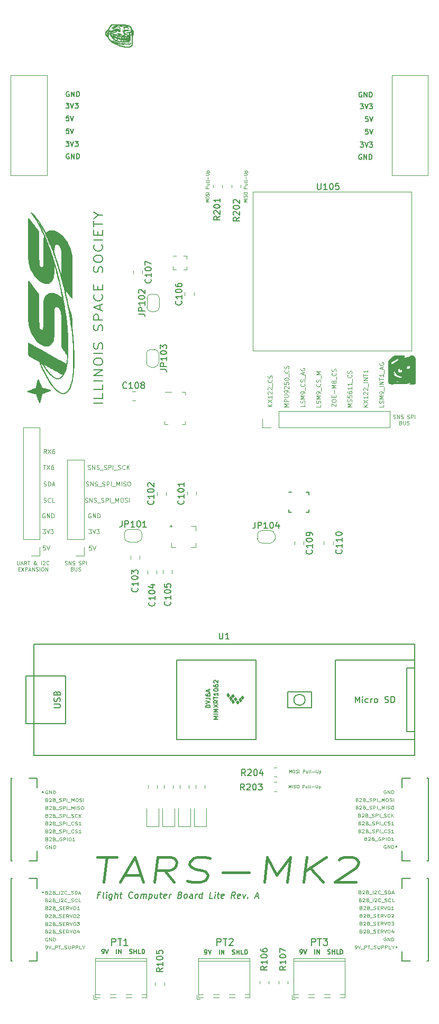
<source format=gbr>
%TF.GenerationSoftware,KiCad,Pcbnew,5.1.10*%
%TF.CreationDate,2021-10-08T11:52:48-05:00*%
%TF.ProjectId,FCB-Lite,4643422d-4c69-4746-952e-6b696361645f,A*%
%TF.SameCoordinates,Original*%
%TF.FileFunction,Legend,Top*%
%TF.FilePolarity,Positive*%
%FSLAX46Y46*%
G04 Gerber Fmt 4.6, Leading zero omitted, Abs format (unit mm)*
G04 Created by KiCad (PCBNEW 5.1.10) date 2021-10-08 11:52:48*
%MOMM*%
%LPD*%
G01*
G04 APERTURE LIST*
%ADD10C,0.080000*%
%ADD11C,0.100000*%
%ADD12C,0.070000*%
%ADD13C,0.150000*%
%ADD14C,0.200000*%
%ADD15C,0.140000*%
%ADD16C,0.130000*%
%ADD17C,0.400000*%
%ADD18C,0.120000*%
%ADD19C,0.010000*%
%ADD20C,0.127000*%
G04 APERTURE END LIST*
D10*
X93609428Y-91880857D02*
X93695142Y-91909428D01*
X93838000Y-91909428D01*
X93895142Y-91880857D01*
X93923714Y-91852285D01*
X93952285Y-91795142D01*
X93952285Y-91738000D01*
X93923714Y-91680857D01*
X93895142Y-91652285D01*
X93838000Y-91623714D01*
X93723714Y-91595142D01*
X93666571Y-91566571D01*
X93638000Y-91538000D01*
X93609428Y-91480857D01*
X93609428Y-91423714D01*
X93638000Y-91366571D01*
X93666571Y-91338000D01*
X93723714Y-91309428D01*
X93866571Y-91309428D01*
X93952285Y-91338000D01*
X94209428Y-91909428D02*
X94209428Y-91309428D01*
X94552285Y-91909428D01*
X94552285Y-91309428D01*
X94809428Y-91880857D02*
X94895142Y-91909428D01*
X95038000Y-91909428D01*
X95095142Y-91880857D01*
X95123714Y-91852285D01*
X95152285Y-91795142D01*
X95152285Y-91738000D01*
X95123714Y-91680857D01*
X95095142Y-91652285D01*
X95038000Y-91623714D01*
X94923714Y-91595142D01*
X94866571Y-91566571D01*
X94838000Y-91538000D01*
X94809428Y-91480857D01*
X94809428Y-91423714D01*
X94838000Y-91366571D01*
X94866571Y-91338000D01*
X94923714Y-91309428D01*
X95066571Y-91309428D01*
X95152285Y-91338000D01*
X95838000Y-91880857D02*
X95923714Y-91909428D01*
X96066571Y-91909428D01*
X96123714Y-91880857D01*
X96152285Y-91852285D01*
X96180857Y-91795142D01*
X96180857Y-91738000D01*
X96152285Y-91680857D01*
X96123714Y-91652285D01*
X96066571Y-91623714D01*
X95952285Y-91595142D01*
X95895142Y-91566571D01*
X95866571Y-91538000D01*
X95838000Y-91480857D01*
X95838000Y-91423714D01*
X95866571Y-91366571D01*
X95895142Y-91338000D01*
X95952285Y-91309428D01*
X96095142Y-91309428D01*
X96180857Y-91338000D01*
X96438000Y-91909428D02*
X96438000Y-91309428D01*
X96666571Y-91309428D01*
X96723714Y-91338000D01*
X96752285Y-91366571D01*
X96780857Y-91423714D01*
X96780857Y-91509428D01*
X96752285Y-91566571D01*
X96723714Y-91595142D01*
X96666571Y-91623714D01*
X96438000Y-91623714D01*
X97038000Y-91909428D02*
X97038000Y-91309428D01*
X94780857Y-92575142D02*
X94866571Y-92603714D01*
X94895142Y-92632285D01*
X94923714Y-92689428D01*
X94923714Y-92775142D01*
X94895142Y-92832285D01*
X94866571Y-92860857D01*
X94809428Y-92889428D01*
X94580857Y-92889428D01*
X94580857Y-92289428D01*
X94780857Y-92289428D01*
X94838000Y-92318000D01*
X94866571Y-92346571D01*
X94895142Y-92403714D01*
X94895142Y-92460857D01*
X94866571Y-92518000D01*
X94838000Y-92546571D01*
X94780857Y-92575142D01*
X94580857Y-92575142D01*
X95180857Y-92289428D02*
X95180857Y-92775142D01*
X95209428Y-92832285D01*
X95238000Y-92860857D01*
X95295142Y-92889428D01*
X95409428Y-92889428D01*
X95466571Y-92860857D01*
X95495142Y-92832285D01*
X95523714Y-92775142D01*
X95523714Y-92289428D01*
X95780857Y-92860857D02*
X95866571Y-92889428D01*
X96009428Y-92889428D01*
X96066571Y-92860857D01*
X96095142Y-92832285D01*
X96123714Y-92775142D01*
X96123714Y-92718000D01*
X96095142Y-92660857D01*
X96066571Y-92632285D01*
X96009428Y-92603714D01*
X95895142Y-92575142D01*
X95838000Y-92546571D01*
X95809428Y-92518000D01*
X95780857Y-92460857D01*
X95780857Y-92403714D01*
X95809428Y-92346571D01*
X95838000Y-92318000D01*
X95895142Y-92289428D01*
X96038000Y-92289428D01*
X96123714Y-92318000D01*
X33387714Y-114677428D02*
X33387714Y-115163142D01*
X33416285Y-115220285D01*
X33444857Y-115248857D01*
X33502000Y-115277428D01*
X33616285Y-115277428D01*
X33673428Y-115248857D01*
X33702000Y-115220285D01*
X33730571Y-115163142D01*
X33730571Y-114677428D01*
X33987714Y-115106000D02*
X34273428Y-115106000D01*
X33930571Y-115277428D02*
X34130571Y-114677428D01*
X34330571Y-115277428D01*
X34873428Y-115277428D02*
X34673428Y-114991714D01*
X34530571Y-115277428D02*
X34530571Y-114677428D01*
X34759142Y-114677428D01*
X34816285Y-114706000D01*
X34844857Y-114734571D01*
X34873428Y-114791714D01*
X34873428Y-114877428D01*
X34844857Y-114934571D01*
X34816285Y-114963142D01*
X34759142Y-114991714D01*
X34530571Y-114991714D01*
X35044857Y-114677428D02*
X35387714Y-114677428D01*
X35216285Y-115277428D02*
X35216285Y-114677428D01*
X36530571Y-115277428D02*
X36502000Y-115277428D01*
X36444857Y-115248857D01*
X36359142Y-115163142D01*
X36216285Y-114991714D01*
X36159142Y-114906000D01*
X36130571Y-114820285D01*
X36130571Y-114763142D01*
X36159142Y-114706000D01*
X36216285Y-114677428D01*
X36244857Y-114677428D01*
X36302000Y-114706000D01*
X36330571Y-114763142D01*
X36330571Y-114791714D01*
X36302000Y-114848857D01*
X36273428Y-114877428D01*
X36102000Y-114991714D01*
X36073428Y-115020285D01*
X36044857Y-115077428D01*
X36044857Y-115163142D01*
X36073428Y-115220285D01*
X36102000Y-115248857D01*
X36159142Y-115277428D01*
X36244857Y-115277428D01*
X36302000Y-115248857D01*
X36330571Y-115220285D01*
X36416285Y-115106000D01*
X36444857Y-115020285D01*
X36444857Y-114963142D01*
X37244857Y-115277428D02*
X37244857Y-114677428D01*
X37502000Y-114734571D02*
X37530571Y-114706000D01*
X37587714Y-114677428D01*
X37730571Y-114677428D01*
X37787714Y-114706000D01*
X37816285Y-114734571D01*
X37844857Y-114791714D01*
X37844857Y-114848857D01*
X37816285Y-114934571D01*
X37473428Y-115277428D01*
X37844857Y-115277428D01*
X38444857Y-115220285D02*
X38416285Y-115248857D01*
X38330571Y-115277428D01*
X38273428Y-115277428D01*
X38187714Y-115248857D01*
X38130571Y-115191714D01*
X38102000Y-115134571D01*
X38073428Y-115020285D01*
X38073428Y-114934571D01*
X38102000Y-114820285D01*
X38130571Y-114763142D01*
X38187714Y-114706000D01*
X38273428Y-114677428D01*
X38330571Y-114677428D01*
X38416285Y-114706000D01*
X38444857Y-114734571D01*
X33559142Y-115943142D02*
X33759142Y-115943142D01*
X33844857Y-116257428D02*
X33559142Y-116257428D01*
X33559142Y-115657428D01*
X33844857Y-115657428D01*
X34044857Y-115657428D02*
X34444857Y-116257428D01*
X34444857Y-115657428D02*
X34044857Y-116257428D01*
X34673428Y-116257428D02*
X34673428Y-115657428D01*
X34902000Y-115657428D01*
X34959142Y-115686000D01*
X34987714Y-115714571D01*
X35016285Y-115771714D01*
X35016285Y-115857428D01*
X34987714Y-115914571D01*
X34959142Y-115943142D01*
X34902000Y-115971714D01*
X34673428Y-115971714D01*
X35244857Y-116086000D02*
X35530571Y-116086000D01*
X35187714Y-116257428D02*
X35387714Y-115657428D01*
X35587714Y-116257428D01*
X35787714Y-116257428D02*
X35787714Y-115657428D01*
X36130571Y-116257428D01*
X36130571Y-115657428D01*
X36387714Y-116228857D02*
X36473428Y-116257428D01*
X36616285Y-116257428D01*
X36673428Y-116228857D01*
X36702000Y-116200285D01*
X36730571Y-116143142D01*
X36730571Y-116086000D01*
X36702000Y-116028857D01*
X36673428Y-116000285D01*
X36616285Y-115971714D01*
X36502000Y-115943142D01*
X36444857Y-115914571D01*
X36416285Y-115886000D01*
X36387714Y-115828857D01*
X36387714Y-115771714D01*
X36416285Y-115714571D01*
X36444857Y-115686000D01*
X36502000Y-115657428D01*
X36644857Y-115657428D01*
X36730571Y-115686000D01*
X36987714Y-116257428D02*
X36987714Y-115657428D01*
X37387714Y-115657428D02*
X37502000Y-115657428D01*
X37559142Y-115686000D01*
X37616285Y-115743142D01*
X37644857Y-115857428D01*
X37644857Y-116057428D01*
X37616285Y-116171714D01*
X37559142Y-116228857D01*
X37502000Y-116257428D01*
X37387714Y-116257428D01*
X37330571Y-116228857D01*
X37273428Y-116171714D01*
X37244857Y-116057428D01*
X37244857Y-115857428D01*
X37273428Y-115743142D01*
X37330571Y-115686000D01*
X37387714Y-115657428D01*
X37902000Y-116257428D02*
X37902000Y-115657428D01*
X38244857Y-116257428D01*
X38244857Y-115657428D01*
X41031428Y-115248857D02*
X41117142Y-115277428D01*
X41260000Y-115277428D01*
X41317142Y-115248857D01*
X41345714Y-115220285D01*
X41374285Y-115163142D01*
X41374285Y-115106000D01*
X41345714Y-115048857D01*
X41317142Y-115020285D01*
X41260000Y-114991714D01*
X41145714Y-114963142D01*
X41088571Y-114934571D01*
X41060000Y-114906000D01*
X41031428Y-114848857D01*
X41031428Y-114791714D01*
X41060000Y-114734571D01*
X41088571Y-114706000D01*
X41145714Y-114677428D01*
X41288571Y-114677428D01*
X41374285Y-114706000D01*
X41631428Y-115277428D02*
X41631428Y-114677428D01*
X41974285Y-115277428D01*
X41974285Y-114677428D01*
X42231428Y-115248857D02*
X42317142Y-115277428D01*
X42460000Y-115277428D01*
X42517142Y-115248857D01*
X42545714Y-115220285D01*
X42574285Y-115163142D01*
X42574285Y-115106000D01*
X42545714Y-115048857D01*
X42517142Y-115020285D01*
X42460000Y-114991714D01*
X42345714Y-114963142D01*
X42288571Y-114934571D01*
X42260000Y-114906000D01*
X42231428Y-114848857D01*
X42231428Y-114791714D01*
X42260000Y-114734571D01*
X42288571Y-114706000D01*
X42345714Y-114677428D01*
X42488571Y-114677428D01*
X42574285Y-114706000D01*
X43260000Y-115248857D02*
X43345714Y-115277428D01*
X43488571Y-115277428D01*
X43545714Y-115248857D01*
X43574285Y-115220285D01*
X43602857Y-115163142D01*
X43602857Y-115106000D01*
X43574285Y-115048857D01*
X43545714Y-115020285D01*
X43488571Y-114991714D01*
X43374285Y-114963142D01*
X43317142Y-114934571D01*
X43288571Y-114906000D01*
X43260000Y-114848857D01*
X43260000Y-114791714D01*
X43288571Y-114734571D01*
X43317142Y-114706000D01*
X43374285Y-114677428D01*
X43517142Y-114677428D01*
X43602857Y-114706000D01*
X43860000Y-115277428D02*
X43860000Y-114677428D01*
X44088571Y-114677428D01*
X44145714Y-114706000D01*
X44174285Y-114734571D01*
X44202857Y-114791714D01*
X44202857Y-114877428D01*
X44174285Y-114934571D01*
X44145714Y-114963142D01*
X44088571Y-114991714D01*
X43860000Y-114991714D01*
X44460000Y-115277428D02*
X44460000Y-114677428D01*
X42202857Y-115943142D02*
X42288571Y-115971714D01*
X42317142Y-116000285D01*
X42345714Y-116057428D01*
X42345714Y-116143142D01*
X42317142Y-116200285D01*
X42288571Y-116228857D01*
X42231428Y-116257428D01*
X42002857Y-116257428D01*
X42002857Y-115657428D01*
X42202857Y-115657428D01*
X42260000Y-115686000D01*
X42288571Y-115714571D01*
X42317142Y-115771714D01*
X42317142Y-115828857D01*
X42288571Y-115886000D01*
X42260000Y-115914571D01*
X42202857Y-115943142D01*
X42002857Y-115943142D01*
X42602857Y-115657428D02*
X42602857Y-116143142D01*
X42631428Y-116200285D01*
X42660000Y-116228857D01*
X42717142Y-116257428D01*
X42831428Y-116257428D01*
X42888571Y-116228857D01*
X42917142Y-116200285D01*
X42945714Y-116143142D01*
X42945714Y-115657428D01*
X43202857Y-116228857D02*
X43288571Y-116257428D01*
X43431428Y-116257428D01*
X43488571Y-116228857D01*
X43517142Y-116200285D01*
X43545714Y-116143142D01*
X43545714Y-116086000D01*
X43517142Y-116028857D01*
X43488571Y-116000285D01*
X43431428Y-115971714D01*
X43317142Y-115943142D01*
X43260000Y-115914571D01*
X43231428Y-115886000D01*
X43202857Y-115828857D01*
X43202857Y-115771714D01*
X43231428Y-115714571D01*
X43260000Y-115686000D01*
X43317142Y-115657428D01*
X43460000Y-115657428D01*
X43545714Y-115686000D01*
D11*
X38057666Y-97496666D02*
X37824333Y-97163333D01*
X37657666Y-97496666D02*
X37657666Y-96796666D01*
X37924333Y-96796666D01*
X37991000Y-96830000D01*
X38024333Y-96863333D01*
X38057666Y-96930000D01*
X38057666Y-97030000D01*
X38024333Y-97096666D01*
X37991000Y-97130000D01*
X37924333Y-97163333D01*
X37657666Y-97163333D01*
X38291000Y-96796666D02*
X38757666Y-97496666D01*
X38757666Y-96796666D02*
X38291000Y-97496666D01*
X39324333Y-96796666D02*
X39191000Y-96796666D01*
X39124333Y-96830000D01*
X39091000Y-96863333D01*
X39024333Y-96963333D01*
X38991000Y-97096666D01*
X38991000Y-97363333D01*
X39024333Y-97430000D01*
X39057666Y-97463333D01*
X39124333Y-97496666D01*
X39257666Y-97496666D01*
X39324333Y-97463333D01*
X39357666Y-97430000D01*
X39391000Y-97363333D01*
X39391000Y-97196666D01*
X39357666Y-97130000D01*
X39324333Y-97096666D01*
X39257666Y-97063333D01*
X39124333Y-97063333D01*
X39057666Y-97096666D01*
X39024333Y-97130000D01*
X38991000Y-97196666D01*
X37624333Y-102653333D02*
X37724333Y-102686666D01*
X37891000Y-102686666D01*
X37957666Y-102653333D01*
X37991000Y-102620000D01*
X38024333Y-102553333D01*
X38024333Y-102486666D01*
X37991000Y-102420000D01*
X37957666Y-102386666D01*
X37891000Y-102353333D01*
X37757666Y-102320000D01*
X37691000Y-102286666D01*
X37657666Y-102253333D01*
X37624333Y-102186666D01*
X37624333Y-102120000D01*
X37657666Y-102053333D01*
X37691000Y-102020000D01*
X37757666Y-101986666D01*
X37924333Y-101986666D01*
X38024333Y-102020000D01*
X38324333Y-102686666D02*
X38324333Y-101986666D01*
X38491000Y-101986666D01*
X38591000Y-102020000D01*
X38657666Y-102086666D01*
X38691000Y-102153333D01*
X38724333Y-102286666D01*
X38724333Y-102386666D01*
X38691000Y-102520000D01*
X38657666Y-102586666D01*
X38591000Y-102653333D01*
X38491000Y-102686666D01*
X38324333Y-102686666D01*
X38991000Y-102486666D02*
X39324333Y-102486666D01*
X38924333Y-102686666D02*
X39157666Y-101986666D01*
X39391000Y-102686666D01*
X37557666Y-99336666D02*
X37957666Y-99336666D01*
X37757666Y-100036666D02*
X37757666Y-99336666D01*
X38124333Y-99336666D02*
X38591000Y-100036666D01*
X38591000Y-99336666D02*
X38124333Y-100036666D01*
X39157666Y-99336666D02*
X39024333Y-99336666D01*
X38957666Y-99370000D01*
X38924333Y-99403333D01*
X38857666Y-99503333D01*
X38824333Y-99636666D01*
X38824333Y-99903333D01*
X38857666Y-99970000D01*
X38891000Y-100003333D01*
X38957666Y-100036666D01*
X39091000Y-100036666D01*
X39157666Y-100003333D01*
X39191000Y-99970000D01*
X39224333Y-99903333D01*
X39224333Y-99736666D01*
X39191000Y-99670000D01*
X39157666Y-99636666D01*
X39091000Y-99603333D01*
X38957666Y-99603333D01*
X38891000Y-99636666D01*
X38857666Y-99670000D01*
X38824333Y-99736666D01*
X37886666Y-112216666D02*
X37553333Y-112216666D01*
X37520000Y-112550000D01*
X37553333Y-112516666D01*
X37620000Y-112483333D01*
X37786666Y-112483333D01*
X37853333Y-112516666D01*
X37886666Y-112550000D01*
X37920000Y-112616666D01*
X37920000Y-112783333D01*
X37886666Y-112850000D01*
X37853333Y-112883333D01*
X37786666Y-112916666D01*
X37620000Y-112916666D01*
X37553333Y-112883333D01*
X37520000Y-112850000D01*
X38120000Y-112216666D02*
X38353333Y-112916666D01*
X38586666Y-112216666D01*
X37624333Y-105253333D02*
X37724333Y-105286666D01*
X37891000Y-105286666D01*
X37957666Y-105253333D01*
X37991000Y-105220000D01*
X38024333Y-105153333D01*
X38024333Y-105086666D01*
X37991000Y-105020000D01*
X37957666Y-104986666D01*
X37891000Y-104953333D01*
X37757666Y-104920000D01*
X37691000Y-104886666D01*
X37657666Y-104853333D01*
X37624333Y-104786666D01*
X37624333Y-104720000D01*
X37657666Y-104653333D01*
X37691000Y-104620000D01*
X37757666Y-104586666D01*
X37924333Y-104586666D01*
X38024333Y-104620000D01*
X38724333Y-105220000D02*
X38691000Y-105253333D01*
X38591000Y-105286666D01*
X38524333Y-105286666D01*
X38424333Y-105253333D01*
X38357666Y-105186666D01*
X38324333Y-105120000D01*
X38291000Y-104986666D01*
X38291000Y-104886666D01*
X38324333Y-104753333D01*
X38357666Y-104686666D01*
X38424333Y-104620000D01*
X38524333Y-104586666D01*
X38591000Y-104586666D01*
X38691000Y-104620000D01*
X38724333Y-104653333D01*
X39357666Y-105286666D02*
X39024333Y-105286666D01*
X39024333Y-104586666D01*
X37796666Y-107100000D02*
X37730000Y-107066666D01*
X37630000Y-107066666D01*
X37530000Y-107100000D01*
X37463333Y-107166666D01*
X37430000Y-107233333D01*
X37396666Y-107366666D01*
X37396666Y-107466666D01*
X37430000Y-107600000D01*
X37463333Y-107666666D01*
X37530000Y-107733333D01*
X37630000Y-107766666D01*
X37696666Y-107766666D01*
X37796666Y-107733333D01*
X37830000Y-107700000D01*
X37830000Y-107466666D01*
X37696666Y-107466666D01*
X38130000Y-107766666D02*
X38130000Y-107066666D01*
X38530000Y-107766666D01*
X38530000Y-107066666D01*
X38863333Y-107766666D02*
X38863333Y-107066666D01*
X39030000Y-107066666D01*
X39130000Y-107100000D01*
X39196666Y-107166666D01*
X39230000Y-107233333D01*
X39263333Y-107366666D01*
X39263333Y-107466666D01*
X39230000Y-107600000D01*
X39196666Y-107666666D01*
X39130000Y-107733333D01*
X39030000Y-107766666D01*
X38863333Y-107766666D01*
X37443333Y-109586666D02*
X37876666Y-109586666D01*
X37643333Y-109853333D01*
X37743333Y-109853333D01*
X37810000Y-109886666D01*
X37843333Y-109920000D01*
X37876666Y-109986666D01*
X37876666Y-110153333D01*
X37843333Y-110220000D01*
X37810000Y-110253333D01*
X37743333Y-110286666D01*
X37543333Y-110286666D01*
X37476666Y-110253333D01*
X37443333Y-110220000D01*
X38076666Y-109586666D02*
X38310000Y-110286666D01*
X38543333Y-109586666D01*
X38710000Y-109586666D02*
X39143333Y-109586666D01*
X38910000Y-109853333D01*
X39010000Y-109853333D01*
X39076666Y-109886666D01*
X39110000Y-109920000D01*
X39143333Y-109986666D01*
X39143333Y-110153333D01*
X39110000Y-110220000D01*
X39076666Y-110253333D01*
X39010000Y-110286666D01*
X38810000Y-110286666D01*
X38743333Y-110253333D01*
X38710000Y-110220000D01*
D12*
X64068190Y-57301904D02*
X63568190Y-57301904D01*
X63925333Y-57135238D01*
X63568190Y-56968571D01*
X64068190Y-56968571D01*
X63568190Y-56635238D02*
X63568190Y-56540000D01*
X63592000Y-56492380D01*
X63639619Y-56444761D01*
X63734857Y-56420952D01*
X63901523Y-56420952D01*
X63996761Y-56444761D01*
X64044380Y-56492380D01*
X64068190Y-56540000D01*
X64068190Y-56635238D01*
X64044380Y-56682857D01*
X63996761Y-56730476D01*
X63901523Y-56754285D01*
X63734857Y-56754285D01*
X63639619Y-56730476D01*
X63592000Y-56682857D01*
X63568190Y-56635238D01*
X64044380Y-56230476D02*
X64068190Y-56159047D01*
X64068190Y-56040000D01*
X64044380Y-55992380D01*
X64020571Y-55968571D01*
X63972952Y-55944761D01*
X63925333Y-55944761D01*
X63877714Y-55968571D01*
X63853904Y-55992380D01*
X63830095Y-56040000D01*
X63806285Y-56135238D01*
X63782476Y-56182857D01*
X63758666Y-56206666D01*
X63711047Y-56230476D01*
X63663428Y-56230476D01*
X63615809Y-56206666D01*
X63592000Y-56182857D01*
X63568190Y-56135238D01*
X63568190Y-56016190D01*
X63592000Y-55944761D01*
X64068190Y-55730476D02*
X63568190Y-55730476D01*
X64068190Y-55111428D02*
X63568190Y-55111428D01*
X63568190Y-54920952D01*
X63592000Y-54873333D01*
X63615809Y-54849523D01*
X63663428Y-54825714D01*
X63734857Y-54825714D01*
X63782476Y-54849523D01*
X63806285Y-54873333D01*
X63830095Y-54920952D01*
X63830095Y-55111428D01*
X63734857Y-54397142D02*
X64068190Y-54397142D01*
X63734857Y-54611428D02*
X63996761Y-54611428D01*
X64044380Y-54587619D01*
X64068190Y-54540000D01*
X64068190Y-54468571D01*
X64044380Y-54420952D01*
X64020571Y-54397142D01*
X64068190Y-54087619D02*
X64044380Y-54135238D01*
X63996761Y-54159047D01*
X63568190Y-54159047D01*
X64068190Y-53825714D02*
X64044380Y-53873333D01*
X63996761Y-53897142D01*
X63568190Y-53897142D01*
X63877714Y-53635238D02*
X63877714Y-53254285D01*
X63568190Y-53016190D02*
X63972952Y-53016190D01*
X64020571Y-52992380D01*
X64044380Y-52968571D01*
X64068190Y-52920952D01*
X64068190Y-52825714D01*
X64044380Y-52778095D01*
X64020571Y-52754285D01*
X63972952Y-52730476D01*
X63568190Y-52730476D01*
X63734857Y-52492380D02*
X64234857Y-52492380D01*
X63758666Y-52492380D02*
X63734857Y-52444761D01*
X63734857Y-52349523D01*
X63758666Y-52301904D01*
X63782476Y-52278095D01*
X63830095Y-52254285D01*
X63972952Y-52254285D01*
X64020571Y-52278095D01*
X64044380Y-52301904D01*
X64068190Y-52349523D01*
X64068190Y-52444761D01*
X64044380Y-52492380D01*
X70164190Y-57301904D02*
X69664190Y-57301904D01*
X70021333Y-57135238D01*
X69664190Y-56968571D01*
X70164190Y-56968571D01*
X70164190Y-56730476D02*
X69664190Y-56730476D01*
X70140380Y-56516190D02*
X70164190Y-56444761D01*
X70164190Y-56325714D01*
X70140380Y-56278095D01*
X70116571Y-56254285D01*
X70068952Y-56230476D01*
X70021333Y-56230476D01*
X69973714Y-56254285D01*
X69949904Y-56278095D01*
X69926095Y-56325714D01*
X69902285Y-56420952D01*
X69878476Y-56468571D01*
X69854666Y-56492380D01*
X69807047Y-56516190D01*
X69759428Y-56516190D01*
X69711809Y-56492380D01*
X69688000Y-56468571D01*
X69664190Y-56420952D01*
X69664190Y-56301904D01*
X69688000Y-56230476D01*
X69664190Y-55920952D02*
X69664190Y-55825714D01*
X69688000Y-55778095D01*
X69735619Y-55730476D01*
X69830857Y-55706666D01*
X69997523Y-55706666D01*
X70092761Y-55730476D01*
X70140380Y-55778095D01*
X70164190Y-55825714D01*
X70164190Y-55920952D01*
X70140380Y-55968571D01*
X70092761Y-56016190D01*
X69997523Y-56040000D01*
X69830857Y-56040000D01*
X69735619Y-56016190D01*
X69688000Y-55968571D01*
X69664190Y-55920952D01*
X70164190Y-55111428D02*
X69664190Y-55111428D01*
X69664190Y-54920952D01*
X69688000Y-54873333D01*
X69711809Y-54849523D01*
X69759428Y-54825714D01*
X69830857Y-54825714D01*
X69878476Y-54849523D01*
X69902285Y-54873333D01*
X69926095Y-54920952D01*
X69926095Y-55111428D01*
X69830857Y-54397142D02*
X70164190Y-54397142D01*
X69830857Y-54611428D02*
X70092761Y-54611428D01*
X70140380Y-54587619D01*
X70164190Y-54540000D01*
X70164190Y-54468571D01*
X70140380Y-54420952D01*
X70116571Y-54397142D01*
X70164190Y-54087619D02*
X70140380Y-54135238D01*
X70092761Y-54159047D01*
X69664190Y-54159047D01*
X70164190Y-53825714D02*
X70140380Y-53873333D01*
X70092761Y-53897142D01*
X69664190Y-53897142D01*
X69973714Y-53635238D02*
X69973714Y-53254285D01*
X69664190Y-53016190D02*
X70068952Y-53016190D01*
X70116571Y-52992380D01*
X70140380Y-52968571D01*
X70164190Y-52920952D01*
X70164190Y-52825714D01*
X70140380Y-52778095D01*
X70116571Y-52754285D01*
X70068952Y-52730476D01*
X69664190Y-52730476D01*
X69830857Y-52492380D02*
X70330857Y-52492380D01*
X69854666Y-52492380D02*
X69830857Y-52444761D01*
X69830857Y-52349523D01*
X69854666Y-52301904D01*
X69878476Y-52278095D01*
X69926095Y-52254285D01*
X70068952Y-52254285D01*
X70116571Y-52278095D01*
X70140380Y-52301904D01*
X70164190Y-52349523D01*
X70164190Y-52444761D01*
X70140380Y-52492380D01*
D13*
X41188690Y-41491904D02*
X41683929Y-41491904D01*
X41417262Y-41796666D01*
X41531548Y-41796666D01*
X41607738Y-41834761D01*
X41645833Y-41872857D01*
X41683929Y-41949047D01*
X41683929Y-42139523D01*
X41645833Y-42215714D01*
X41607738Y-42253809D01*
X41531548Y-42291904D01*
X41302976Y-42291904D01*
X41226786Y-42253809D01*
X41188690Y-42215714D01*
X41912500Y-41491904D02*
X42179167Y-42291904D01*
X42445833Y-41491904D01*
X42636309Y-41491904D02*
X43131548Y-41491904D01*
X42864881Y-41796666D01*
X42979167Y-41796666D01*
X43055357Y-41834761D01*
X43093452Y-41872857D01*
X43131548Y-41949047D01*
X43131548Y-42139523D01*
X43093452Y-42215714D01*
X43055357Y-42253809D01*
X42979167Y-42291904D01*
X42750595Y-42291904D01*
X42674405Y-42253809D01*
X42636309Y-42215714D01*
X41188690Y-47601904D02*
X41683929Y-47601904D01*
X41417262Y-47906666D01*
X41531548Y-47906666D01*
X41607738Y-47944761D01*
X41645833Y-47982857D01*
X41683929Y-48059047D01*
X41683929Y-48249523D01*
X41645833Y-48325714D01*
X41607738Y-48363809D01*
X41531548Y-48401904D01*
X41302976Y-48401904D01*
X41226786Y-48363809D01*
X41188690Y-48325714D01*
X41912500Y-47601904D02*
X42179167Y-48401904D01*
X42445833Y-47601904D01*
X42636309Y-47601904D02*
X43131548Y-47601904D01*
X42864881Y-47906666D01*
X42979167Y-47906666D01*
X43055357Y-47944761D01*
X43093452Y-47982857D01*
X43131548Y-48059047D01*
X43131548Y-48249523D01*
X43093452Y-48325714D01*
X43055357Y-48363809D01*
X42979167Y-48401904D01*
X42750595Y-48401904D01*
X42674405Y-48363809D01*
X42636309Y-48325714D01*
X41645833Y-43521904D02*
X41264881Y-43521904D01*
X41226785Y-43902857D01*
X41264881Y-43864761D01*
X41341071Y-43826666D01*
X41531547Y-43826666D01*
X41607738Y-43864761D01*
X41645833Y-43902857D01*
X41683928Y-43979047D01*
X41683928Y-44169523D01*
X41645833Y-44245714D01*
X41607738Y-44283809D01*
X41531547Y-44321904D01*
X41341071Y-44321904D01*
X41264881Y-44283809D01*
X41226785Y-44245714D01*
X41912500Y-43521904D02*
X42179166Y-44321904D01*
X42445833Y-43521904D01*
X41683928Y-39670000D02*
X41607738Y-39631904D01*
X41493452Y-39631904D01*
X41379166Y-39670000D01*
X41302976Y-39746190D01*
X41264880Y-39822380D01*
X41226785Y-39974761D01*
X41226785Y-40089047D01*
X41264880Y-40241428D01*
X41302976Y-40317619D01*
X41379166Y-40393809D01*
X41493452Y-40431904D01*
X41569642Y-40431904D01*
X41683928Y-40393809D01*
X41722023Y-40355714D01*
X41722023Y-40089047D01*
X41569642Y-40089047D01*
X42064880Y-40431904D02*
X42064880Y-39631904D01*
X42522023Y-40431904D01*
X42522023Y-39631904D01*
X42902976Y-40431904D02*
X42902976Y-39631904D01*
X43093452Y-39631904D01*
X43207738Y-39670000D01*
X43283928Y-39746190D01*
X43322023Y-39822380D01*
X43360119Y-39974761D01*
X43360119Y-40089047D01*
X43322023Y-40241428D01*
X43283928Y-40317619D01*
X43207738Y-40393809D01*
X43093452Y-40431904D01*
X42902976Y-40431904D01*
X41645833Y-45541904D02*
X41264881Y-45541904D01*
X41226785Y-45922857D01*
X41264881Y-45884761D01*
X41341071Y-45846666D01*
X41531547Y-45846666D01*
X41607738Y-45884761D01*
X41645833Y-45922857D01*
X41683928Y-45999047D01*
X41683928Y-46189523D01*
X41645833Y-46265714D01*
X41607738Y-46303809D01*
X41531547Y-46341904D01*
X41341071Y-46341904D01*
X41264881Y-46303809D01*
X41226785Y-46265714D01*
X41912500Y-45541904D02*
X42179166Y-46341904D01*
X42445833Y-45541904D01*
X41683928Y-49610000D02*
X41607738Y-49571904D01*
X41493452Y-49571904D01*
X41379166Y-49610000D01*
X41302976Y-49686190D01*
X41264880Y-49762380D01*
X41226785Y-49914761D01*
X41226785Y-50029047D01*
X41264880Y-50181428D01*
X41302976Y-50257619D01*
X41379166Y-50333809D01*
X41493452Y-50371904D01*
X41569642Y-50371904D01*
X41683928Y-50333809D01*
X41722023Y-50295714D01*
X41722023Y-50029047D01*
X41569642Y-50029047D01*
X42064880Y-50371904D02*
X42064880Y-49571904D01*
X42522023Y-50371904D01*
X42522023Y-49571904D01*
X42902976Y-50371904D02*
X42902976Y-49571904D01*
X43093452Y-49571904D01*
X43207738Y-49610000D01*
X43283928Y-49686190D01*
X43322023Y-49762380D01*
X43360119Y-49914761D01*
X43360119Y-50029047D01*
X43322023Y-50181428D01*
X43283928Y-50257619D01*
X43207738Y-50333809D01*
X43093452Y-50371904D01*
X42902976Y-50371904D01*
X88513928Y-49720000D02*
X88437738Y-49681904D01*
X88323452Y-49681904D01*
X88209166Y-49720000D01*
X88132976Y-49796190D01*
X88094880Y-49872380D01*
X88056785Y-50024761D01*
X88056785Y-50139047D01*
X88094880Y-50291428D01*
X88132976Y-50367619D01*
X88209166Y-50443809D01*
X88323452Y-50481904D01*
X88399642Y-50481904D01*
X88513928Y-50443809D01*
X88552023Y-50405714D01*
X88552023Y-50139047D01*
X88399642Y-50139047D01*
X88894880Y-50481904D02*
X88894880Y-49681904D01*
X89352023Y-50481904D01*
X89352023Y-49681904D01*
X89732976Y-50481904D02*
X89732976Y-49681904D01*
X89923452Y-49681904D01*
X90037738Y-49720000D01*
X90113928Y-49796190D01*
X90152023Y-49872380D01*
X90190119Y-50024761D01*
X90190119Y-50139047D01*
X90152023Y-50291428D01*
X90113928Y-50367619D01*
X90037738Y-50443809D01*
X89923452Y-50481904D01*
X89732976Y-50481904D01*
X88543928Y-39780000D02*
X88467738Y-39741904D01*
X88353452Y-39741904D01*
X88239166Y-39780000D01*
X88162976Y-39856190D01*
X88124880Y-39932380D01*
X88086785Y-40084761D01*
X88086785Y-40199047D01*
X88124880Y-40351428D01*
X88162976Y-40427619D01*
X88239166Y-40503809D01*
X88353452Y-40541904D01*
X88429642Y-40541904D01*
X88543928Y-40503809D01*
X88582023Y-40465714D01*
X88582023Y-40199047D01*
X88429642Y-40199047D01*
X88924880Y-40541904D02*
X88924880Y-39741904D01*
X89382023Y-40541904D01*
X89382023Y-39741904D01*
X89762976Y-40541904D02*
X89762976Y-39741904D01*
X89953452Y-39741904D01*
X90067738Y-39780000D01*
X90143928Y-39856190D01*
X90182023Y-39932380D01*
X90220119Y-40084761D01*
X90220119Y-40199047D01*
X90182023Y-40351428D01*
X90143928Y-40427619D01*
X90067738Y-40503809D01*
X89953452Y-40541904D01*
X89762976Y-40541904D01*
X88327261Y-47711904D02*
X88822500Y-47711904D01*
X88555833Y-48016666D01*
X88670119Y-48016666D01*
X88746309Y-48054761D01*
X88784404Y-48092857D01*
X88822500Y-48169047D01*
X88822500Y-48359523D01*
X88784404Y-48435714D01*
X88746309Y-48473809D01*
X88670119Y-48511904D01*
X88441547Y-48511904D01*
X88365357Y-48473809D01*
X88327261Y-48435714D01*
X89051071Y-47711904D02*
X89317738Y-48511904D01*
X89584404Y-47711904D01*
X89774880Y-47711904D02*
X90270119Y-47711904D01*
X90003452Y-48016666D01*
X90117738Y-48016666D01*
X90193928Y-48054761D01*
X90232023Y-48092857D01*
X90270119Y-48169047D01*
X90270119Y-48359523D01*
X90232023Y-48435714D01*
X90193928Y-48473809D01*
X90117738Y-48511904D01*
X89889166Y-48511904D01*
X89812976Y-48473809D01*
X89774880Y-48435714D01*
X89536309Y-45651904D02*
X89155357Y-45651904D01*
X89117261Y-46032857D01*
X89155357Y-45994761D01*
X89231547Y-45956666D01*
X89422023Y-45956666D01*
X89498214Y-45994761D01*
X89536309Y-46032857D01*
X89574404Y-46109047D01*
X89574404Y-46299523D01*
X89536309Y-46375714D01*
X89498214Y-46413809D01*
X89422023Y-46451904D01*
X89231547Y-46451904D01*
X89155357Y-46413809D01*
X89117261Y-46375714D01*
X89802976Y-45651904D02*
X90069642Y-46451904D01*
X90336309Y-45651904D01*
X89546309Y-43631904D02*
X89165357Y-43631904D01*
X89127261Y-44012857D01*
X89165357Y-43974761D01*
X89241547Y-43936666D01*
X89432023Y-43936666D01*
X89508214Y-43974761D01*
X89546309Y-44012857D01*
X89584404Y-44089047D01*
X89584404Y-44279523D01*
X89546309Y-44355714D01*
X89508214Y-44393809D01*
X89432023Y-44431904D01*
X89241547Y-44431904D01*
X89165357Y-44393809D01*
X89127261Y-44355714D01*
X89812976Y-43631904D02*
X90079642Y-44431904D01*
X90346309Y-43631904D01*
X88297261Y-41601904D02*
X88792500Y-41601904D01*
X88525833Y-41906666D01*
X88640119Y-41906666D01*
X88716309Y-41944761D01*
X88754404Y-41982857D01*
X88792500Y-42059047D01*
X88792500Y-42249523D01*
X88754404Y-42325714D01*
X88716309Y-42363809D01*
X88640119Y-42401904D01*
X88411547Y-42401904D01*
X88335357Y-42363809D01*
X88297261Y-42325714D01*
X89021071Y-41601904D02*
X89287738Y-42401904D01*
X89554404Y-41601904D01*
X89744880Y-41601904D02*
X90240119Y-41601904D01*
X89973452Y-41906666D01*
X90087738Y-41906666D01*
X90163928Y-41944761D01*
X90202023Y-41982857D01*
X90240119Y-42059047D01*
X90240119Y-42249523D01*
X90202023Y-42325714D01*
X90163928Y-42363809D01*
X90087738Y-42401904D01*
X89859166Y-42401904D01*
X89782976Y-42363809D01*
X89744880Y-42325714D01*
D10*
X92389142Y-151350000D02*
X92332000Y-151326190D01*
X92246285Y-151326190D01*
X92160571Y-151350000D01*
X92103428Y-151397619D01*
X92074857Y-151445238D01*
X92046285Y-151540476D01*
X92046285Y-151611904D01*
X92074857Y-151707142D01*
X92103428Y-151754761D01*
X92160571Y-151802380D01*
X92246285Y-151826190D01*
X92303428Y-151826190D01*
X92389142Y-151802380D01*
X92417714Y-151778571D01*
X92417714Y-151611904D01*
X92303428Y-151611904D01*
X92674857Y-151826190D02*
X92674857Y-151326190D01*
X93017714Y-151826190D01*
X93017714Y-151326190D01*
X93303428Y-151826190D02*
X93303428Y-151326190D01*
X93446285Y-151326190D01*
X93532000Y-151350000D01*
X93589142Y-151397619D01*
X93617714Y-151445238D01*
X93646285Y-151540476D01*
X93646285Y-151611904D01*
X93617714Y-151707142D01*
X93589142Y-151754761D01*
X93532000Y-151802380D01*
X93446285Y-151826190D01*
X93303428Y-151826190D01*
X88274857Y-167594285D02*
X88360571Y-167618095D01*
X88389142Y-167641904D01*
X88417714Y-167689523D01*
X88417714Y-167760952D01*
X88389142Y-167808571D01*
X88360571Y-167832380D01*
X88303428Y-167856190D01*
X88074857Y-167856190D01*
X88074857Y-167356190D01*
X88274857Y-167356190D01*
X88332000Y-167380000D01*
X88360571Y-167403809D01*
X88389142Y-167451428D01*
X88389142Y-167499047D01*
X88360571Y-167546666D01*
X88332000Y-167570476D01*
X88274857Y-167594285D01*
X88074857Y-167594285D01*
X88646285Y-167403809D02*
X88674857Y-167380000D01*
X88732000Y-167356190D01*
X88874857Y-167356190D01*
X88932000Y-167380000D01*
X88960571Y-167403809D01*
X88989142Y-167451428D01*
X88989142Y-167499047D01*
X88960571Y-167570476D01*
X88617714Y-167856190D01*
X88989142Y-167856190D01*
X89446285Y-167594285D02*
X89532000Y-167618095D01*
X89560571Y-167641904D01*
X89589142Y-167689523D01*
X89589142Y-167760952D01*
X89560571Y-167808571D01*
X89532000Y-167832380D01*
X89474857Y-167856190D01*
X89246285Y-167856190D01*
X89246285Y-167356190D01*
X89446285Y-167356190D01*
X89503428Y-167380000D01*
X89532000Y-167403809D01*
X89560571Y-167451428D01*
X89560571Y-167499047D01*
X89532000Y-167546666D01*
X89503428Y-167570476D01*
X89446285Y-167594285D01*
X89246285Y-167594285D01*
X89703428Y-167903809D02*
X90160571Y-167903809D01*
X90303428Y-167856190D02*
X90303428Y-167356190D01*
X90560571Y-167403809D02*
X90589142Y-167380000D01*
X90646285Y-167356190D01*
X90789142Y-167356190D01*
X90846285Y-167380000D01*
X90874857Y-167403809D01*
X90903428Y-167451428D01*
X90903428Y-167499047D01*
X90874857Y-167570476D01*
X90532000Y-167856190D01*
X90903428Y-167856190D01*
X91503428Y-167808571D02*
X91474857Y-167832380D01*
X91389142Y-167856190D01*
X91332000Y-167856190D01*
X91246285Y-167832380D01*
X91189142Y-167784761D01*
X91160571Y-167737142D01*
X91132000Y-167641904D01*
X91132000Y-167570476D01*
X91160571Y-167475238D01*
X91189142Y-167427619D01*
X91246285Y-167380000D01*
X91332000Y-167356190D01*
X91389142Y-167356190D01*
X91474857Y-167380000D01*
X91503428Y-167403809D01*
X91617714Y-167903809D02*
X92074857Y-167903809D01*
X92189142Y-167832380D02*
X92274857Y-167856190D01*
X92417714Y-167856190D01*
X92474857Y-167832380D01*
X92503428Y-167808571D01*
X92532000Y-167760952D01*
X92532000Y-167713333D01*
X92503428Y-167665714D01*
X92474857Y-167641904D01*
X92417714Y-167618095D01*
X92303428Y-167594285D01*
X92246285Y-167570476D01*
X92217714Y-167546666D01*
X92189142Y-167499047D01*
X92189142Y-167451428D01*
X92217714Y-167403809D01*
X92246285Y-167380000D01*
X92303428Y-167356190D01*
X92446285Y-167356190D01*
X92532000Y-167380000D01*
X92789142Y-167856190D02*
X92789142Y-167356190D01*
X92932000Y-167356190D01*
X93017714Y-167380000D01*
X93074857Y-167427619D01*
X93103428Y-167475238D01*
X93132000Y-167570476D01*
X93132000Y-167641904D01*
X93103428Y-167737142D01*
X93074857Y-167784761D01*
X93017714Y-167832380D01*
X92932000Y-167856190D01*
X92789142Y-167856190D01*
X93360571Y-167713333D02*
X93646285Y-167713333D01*
X93303428Y-167856190D02*
X93503428Y-167356190D01*
X93703428Y-167856190D01*
X87474856Y-176606190D02*
X87589142Y-176606190D01*
X87646285Y-176582380D01*
X87674856Y-176558571D01*
X87731999Y-176487142D01*
X87760570Y-176391904D01*
X87760570Y-176201428D01*
X87731999Y-176153809D01*
X87703428Y-176130000D01*
X87646285Y-176106190D01*
X87531999Y-176106190D01*
X87474856Y-176130000D01*
X87446285Y-176153809D01*
X87417713Y-176201428D01*
X87417713Y-176320476D01*
X87446285Y-176368095D01*
X87474856Y-176391904D01*
X87531999Y-176415714D01*
X87646285Y-176415714D01*
X87703428Y-176391904D01*
X87731999Y-176368095D01*
X87760570Y-176320476D01*
X87931999Y-176106190D02*
X88131999Y-176606190D01*
X88331999Y-176106190D01*
X88389142Y-176653809D02*
X88846285Y-176653809D01*
X88989142Y-176606190D02*
X88989142Y-176106190D01*
X89217713Y-176106190D01*
X89274856Y-176130000D01*
X89303428Y-176153809D01*
X89331999Y-176201428D01*
X89331999Y-176272857D01*
X89303428Y-176320476D01*
X89274856Y-176344285D01*
X89217713Y-176368095D01*
X88989142Y-176368095D01*
X89503428Y-176106190D02*
X89846285Y-176106190D01*
X89674856Y-176606190D02*
X89674856Y-176106190D01*
X89903428Y-176653809D02*
X90360570Y-176653809D01*
X90474856Y-176582380D02*
X90560570Y-176606190D01*
X90703428Y-176606190D01*
X90760570Y-176582380D01*
X90789142Y-176558571D01*
X90817713Y-176510952D01*
X90817713Y-176463333D01*
X90789142Y-176415714D01*
X90760570Y-176391904D01*
X90703428Y-176368095D01*
X90589142Y-176344285D01*
X90531999Y-176320476D01*
X90503428Y-176296666D01*
X90474856Y-176249047D01*
X90474856Y-176201428D01*
X90503428Y-176153809D01*
X90531999Y-176130000D01*
X90589142Y-176106190D01*
X90731999Y-176106190D01*
X90817713Y-176130000D01*
X91074856Y-176106190D02*
X91074856Y-176510952D01*
X91103428Y-176558571D01*
X91131999Y-176582380D01*
X91189142Y-176606190D01*
X91303428Y-176606190D01*
X91360570Y-176582380D01*
X91389142Y-176558571D01*
X91417713Y-176510952D01*
X91417713Y-176106190D01*
X91703428Y-176606190D02*
X91703428Y-176106190D01*
X91931999Y-176106190D01*
X91989142Y-176130000D01*
X92017713Y-176153809D01*
X92046285Y-176201428D01*
X92046285Y-176272857D01*
X92017713Y-176320476D01*
X91989142Y-176344285D01*
X91931999Y-176368095D01*
X91703428Y-176368095D01*
X92303428Y-176606190D02*
X92303428Y-176106190D01*
X92531999Y-176106190D01*
X92589142Y-176130000D01*
X92617713Y-176153809D01*
X92646285Y-176201428D01*
X92646285Y-176272857D01*
X92617713Y-176320476D01*
X92589142Y-176344285D01*
X92531999Y-176368095D01*
X92303428Y-176368095D01*
X93189142Y-176606190D02*
X92903428Y-176606190D01*
X92903428Y-176106190D01*
X93503428Y-176368095D02*
X93503428Y-176606190D01*
X93303428Y-176106190D02*
X93503428Y-176368095D01*
X93703428Y-176106190D01*
X92389142Y-174880000D02*
X92332000Y-174856190D01*
X92246285Y-174856190D01*
X92160571Y-174880000D01*
X92103428Y-174927619D01*
X92074857Y-174975238D01*
X92046285Y-175070476D01*
X92046285Y-175141904D01*
X92074857Y-175237142D01*
X92103428Y-175284761D01*
X92160571Y-175332380D01*
X92246285Y-175356190D01*
X92303428Y-175356190D01*
X92389142Y-175332380D01*
X92417714Y-175308571D01*
X92417714Y-175141904D01*
X92303428Y-175141904D01*
X92674857Y-175356190D02*
X92674857Y-174856190D01*
X93017714Y-175356190D01*
X93017714Y-174856190D01*
X93303428Y-175356190D02*
X93303428Y-174856190D01*
X93446285Y-174856190D01*
X93532000Y-174880000D01*
X93589142Y-174927619D01*
X93617714Y-174975238D01*
X93646285Y-175070476D01*
X93646285Y-175141904D01*
X93617714Y-175237142D01*
X93589142Y-175284761D01*
X93532000Y-175332380D01*
X93446285Y-175356190D01*
X93303428Y-175356190D01*
X88217714Y-157814285D02*
X88303428Y-157838095D01*
X88331999Y-157861904D01*
X88360571Y-157909523D01*
X88360571Y-157980952D01*
X88331999Y-158028571D01*
X88303428Y-158052380D01*
X88246285Y-158076190D01*
X88017714Y-158076190D01*
X88017714Y-157576190D01*
X88217714Y-157576190D01*
X88274857Y-157600000D01*
X88303428Y-157623809D01*
X88331999Y-157671428D01*
X88331999Y-157719047D01*
X88303428Y-157766666D01*
X88274857Y-157790476D01*
X88217714Y-157814285D01*
X88017714Y-157814285D01*
X88589142Y-157623809D02*
X88617714Y-157600000D01*
X88674857Y-157576190D01*
X88817714Y-157576190D01*
X88874857Y-157600000D01*
X88903428Y-157623809D01*
X88931999Y-157671428D01*
X88931999Y-157719047D01*
X88903428Y-157790476D01*
X88560571Y-158076190D01*
X88931999Y-158076190D01*
X89389142Y-157814285D02*
X89474857Y-157838095D01*
X89503428Y-157861904D01*
X89531999Y-157909523D01*
X89531999Y-157980952D01*
X89503428Y-158028571D01*
X89474857Y-158052380D01*
X89417714Y-158076190D01*
X89189142Y-158076190D01*
X89189142Y-157576190D01*
X89389142Y-157576190D01*
X89446285Y-157600000D01*
X89474857Y-157623809D01*
X89503428Y-157671428D01*
X89503428Y-157719047D01*
X89474857Y-157766666D01*
X89446285Y-157790476D01*
X89389142Y-157814285D01*
X89189142Y-157814285D01*
X89646285Y-158123809D02*
X90103428Y-158123809D01*
X90217714Y-158052380D02*
X90303428Y-158076190D01*
X90446285Y-158076190D01*
X90503428Y-158052380D01*
X90531999Y-158028571D01*
X90560571Y-157980952D01*
X90560571Y-157933333D01*
X90531999Y-157885714D01*
X90503428Y-157861904D01*
X90446285Y-157838095D01*
X90331999Y-157814285D01*
X90274857Y-157790476D01*
X90246285Y-157766666D01*
X90217714Y-157719047D01*
X90217714Y-157671428D01*
X90246285Y-157623809D01*
X90274857Y-157600000D01*
X90331999Y-157576190D01*
X90474857Y-157576190D01*
X90560571Y-157600000D01*
X90817714Y-158076190D02*
X90817714Y-157576190D01*
X91046285Y-157576190D01*
X91103428Y-157600000D01*
X91131999Y-157623809D01*
X91160571Y-157671428D01*
X91160571Y-157742857D01*
X91131999Y-157790476D01*
X91103428Y-157814285D01*
X91046285Y-157838095D01*
X90817714Y-157838095D01*
X91417714Y-158076190D02*
X91417714Y-157576190D01*
X91560571Y-158123809D02*
X92017714Y-158123809D01*
X92503428Y-158028571D02*
X92474857Y-158052380D01*
X92389142Y-158076190D01*
X92331999Y-158076190D01*
X92246285Y-158052380D01*
X92189142Y-158004761D01*
X92160571Y-157957142D01*
X92131999Y-157861904D01*
X92131999Y-157790476D01*
X92160571Y-157695238D01*
X92189142Y-157647619D01*
X92246285Y-157600000D01*
X92331999Y-157576190D01*
X92389142Y-157576190D01*
X92474857Y-157600000D01*
X92503428Y-157623809D01*
X92731999Y-158052380D02*
X92817714Y-158076190D01*
X92960571Y-158076190D01*
X93017714Y-158052380D01*
X93046285Y-158028571D01*
X93074857Y-157980952D01*
X93074857Y-157933333D01*
X93046285Y-157885714D01*
X93017714Y-157861904D01*
X92960571Y-157838095D01*
X92846285Y-157814285D01*
X92789142Y-157790476D01*
X92760571Y-157766666D01*
X92731999Y-157719047D01*
X92731999Y-157671428D01*
X92760571Y-157623809D01*
X92789142Y-157600000D01*
X92846285Y-157576190D01*
X92989142Y-157576190D01*
X93074857Y-157600000D01*
X93646285Y-158076190D02*
X93303428Y-158076190D01*
X93474857Y-158076190D02*
X93474857Y-157576190D01*
X93417714Y-157647619D01*
X93360571Y-157695238D01*
X93303428Y-157719047D01*
X87789142Y-152814285D02*
X87874856Y-152838095D01*
X87903427Y-152861904D01*
X87931999Y-152909523D01*
X87931999Y-152980952D01*
X87903427Y-153028571D01*
X87874856Y-153052380D01*
X87817713Y-153076190D01*
X87589142Y-153076190D01*
X87589142Y-152576190D01*
X87789142Y-152576190D01*
X87846285Y-152600000D01*
X87874856Y-152623809D01*
X87903427Y-152671428D01*
X87903427Y-152719047D01*
X87874856Y-152766666D01*
X87846285Y-152790476D01*
X87789142Y-152814285D01*
X87589142Y-152814285D01*
X88160570Y-152623809D02*
X88189142Y-152600000D01*
X88246285Y-152576190D01*
X88389142Y-152576190D01*
X88446285Y-152600000D01*
X88474856Y-152623809D01*
X88503427Y-152671428D01*
X88503427Y-152719047D01*
X88474856Y-152790476D01*
X88131999Y-153076190D01*
X88503427Y-153076190D01*
X88960570Y-152814285D02*
X89046285Y-152838095D01*
X89074856Y-152861904D01*
X89103427Y-152909523D01*
X89103427Y-152980952D01*
X89074856Y-153028571D01*
X89046285Y-153052380D01*
X88989142Y-153076190D01*
X88760570Y-153076190D01*
X88760570Y-152576190D01*
X88960570Y-152576190D01*
X89017713Y-152600000D01*
X89046285Y-152623809D01*
X89074856Y-152671428D01*
X89074856Y-152719047D01*
X89046285Y-152766666D01*
X89017713Y-152790476D01*
X88960570Y-152814285D01*
X88760570Y-152814285D01*
X89217713Y-153123809D02*
X89674856Y-153123809D01*
X89789142Y-153052380D02*
X89874856Y-153076190D01*
X90017713Y-153076190D01*
X90074856Y-153052380D01*
X90103427Y-153028571D01*
X90131999Y-152980952D01*
X90131999Y-152933333D01*
X90103427Y-152885714D01*
X90074856Y-152861904D01*
X90017713Y-152838095D01*
X89903427Y-152814285D01*
X89846285Y-152790476D01*
X89817713Y-152766666D01*
X89789142Y-152719047D01*
X89789142Y-152671428D01*
X89817713Y-152623809D01*
X89846285Y-152600000D01*
X89903427Y-152576190D01*
X90046285Y-152576190D01*
X90131999Y-152600000D01*
X90389142Y-153076190D02*
X90389142Y-152576190D01*
X90617713Y-152576190D01*
X90674856Y-152600000D01*
X90703427Y-152623809D01*
X90731999Y-152671428D01*
X90731999Y-152742857D01*
X90703427Y-152790476D01*
X90674856Y-152814285D01*
X90617713Y-152838095D01*
X90389142Y-152838095D01*
X90989142Y-153076190D02*
X90989142Y-152576190D01*
X91131999Y-153123809D02*
X91589142Y-153123809D01*
X91731999Y-153076190D02*
X91731999Y-152576190D01*
X91931999Y-152933333D01*
X92131999Y-152576190D01*
X92131999Y-153076190D01*
X92531999Y-152576190D02*
X92646285Y-152576190D01*
X92703427Y-152600000D01*
X92760570Y-152647619D01*
X92789142Y-152742857D01*
X92789142Y-152909523D01*
X92760570Y-153004761D01*
X92703427Y-153052380D01*
X92646285Y-153076190D01*
X92531999Y-153076190D01*
X92474856Y-153052380D01*
X92417713Y-153004761D01*
X92389142Y-152909523D01*
X92389142Y-152742857D01*
X92417713Y-152647619D01*
X92474856Y-152600000D01*
X92531999Y-152576190D01*
X93017713Y-153052380D02*
X93103427Y-153076190D01*
X93246285Y-153076190D01*
X93303427Y-153052380D01*
X93331999Y-153028571D01*
X93360570Y-152980952D01*
X93360570Y-152933333D01*
X93331999Y-152885714D01*
X93303427Y-152861904D01*
X93246285Y-152838095D01*
X93131999Y-152814285D01*
X93074856Y-152790476D01*
X93046285Y-152766666D01*
X93017713Y-152719047D01*
X93017713Y-152671428D01*
X93046285Y-152623809D01*
X93074856Y-152600000D01*
X93131999Y-152576190D01*
X93274856Y-152576190D01*
X93360570Y-152600000D01*
X93617713Y-153076190D02*
X93617713Y-152576190D01*
X88446285Y-171344285D02*
X88531999Y-171368095D01*
X88560570Y-171391904D01*
X88589142Y-171439523D01*
X88589142Y-171510952D01*
X88560570Y-171558571D01*
X88531999Y-171582380D01*
X88474856Y-171606190D01*
X88246285Y-171606190D01*
X88246285Y-171106190D01*
X88446285Y-171106190D01*
X88503428Y-171130000D01*
X88531999Y-171153809D01*
X88560570Y-171201428D01*
X88560570Y-171249047D01*
X88531999Y-171296666D01*
X88503428Y-171320476D01*
X88446285Y-171344285D01*
X88246285Y-171344285D01*
X88817713Y-171153809D02*
X88846285Y-171130000D01*
X88903428Y-171106190D01*
X89046285Y-171106190D01*
X89103428Y-171130000D01*
X89131999Y-171153809D01*
X89160570Y-171201428D01*
X89160570Y-171249047D01*
X89131999Y-171320476D01*
X88789142Y-171606190D01*
X89160570Y-171606190D01*
X89617713Y-171344285D02*
X89703428Y-171368095D01*
X89731999Y-171391904D01*
X89760570Y-171439523D01*
X89760570Y-171510952D01*
X89731999Y-171558571D01*
X89703428Y-171582380D01*
X89646285Y-171606190D01*
X89417713Y-171606190D01*
X89417713Y-171106190D01*
X89617713Y-171106190D01*
X89674856Y-171130000D01*
X89703428Y-171153809D01*
X89731999Y-171201428D01*
X89731999Y-171249047D01*
X89703428Y-171296666D01*
X89674856Y-171320476D01*
X89617713Y-171344285D01*
X89417713Y-171344285D01*
X89874856Y-171653809D02*
X90331999Y-171653809D01*
X90446285Y-171582380D02*
X90531999Y-171606190D01*
X90674856Y-171606190D01*
X90731999Y-171582380D01*
X90760570Y-171558571D01*
X90789142Y-171510952D01*
X90789142Y-171463333D01*
X90760570Y-171415714D01*
X90731999Y-171391904D01*
X90674856Y-171368095D01*
X90560570Y-171344285D01*
X90503428Y-171320476D01*
X90474856Y-171296666D01*
X90446285Y-171249047D01*
X90446285Y-171201428D01*
X90474856Y-171153809D01*
X90503428Y-171130000D01*
X90560570Y-171106190D01*
X90703428Y-171106190D01*
X90789142Y-171130000D01*
X91046285Y-171344285D02*
X91246285Y-171344285D01*
X91331999Y-171606190D02*
X91046285Y-171606190D01*
X91046285Y-171106190D01*
X91331999Y-171106190D01*
X91931999Y-171606190D02*
X91731999Y-171368095D01*
X91589142Y-171606190D02*
X91589142Y-171106190D01*
X91817713Y-171106190D01*
X91874856Y-171130000D01*
X91903428Y-171153809D01*
X91931999Y-171201428D01*
X91931999Y-171272857D01*
X91903428Y-171320476D01*
X91874856Y-171344285D01*
X91817713Y-171368095D01*
X91589142Y-171368095D01*
X92103428Y-171106190D02*
X92303428Y-171606190D01*
X92503428Y-171106190D01*
X92817713Y-171106190D02*
X92931999Y-171106190D01*
X92989142Y-171130000D01*
X93046285Y-171177619D01*
X93074856Y-171272857D01*
X93074856Y-171439523D01*
X93046285Y-171534761D01*
X92989142Y-171582380D01*
X92931999Y-171606190D01*
X92817713Y-171606190D01*
X92760570Y-171582380D01*
X92703428Y-171534761D01*
X92674856Y-171439523D01*
X92674856Y-171272857D01*
X92703428Y-171177619D01*
X92760570Y-171130000D01*
X92817713Y-171106190D01*
X93303428Y-171153809D02*
X93331999Y-171130000D01*
X93389142Y-171106190D01*
X93531999Y-171106190D01*
X93589142Y-171130000D01*
X93617713Y-171153809D01*
X93646285Y-171201428D01*
X93646285Y-171249047D01*
X93617713Y-171320476D01*
X93274856Y-171606190D01*
X93646285Y-171606190D01*
X88217714Y-156564285D02*
X88303428Y-156588095D01*
X88331999Y-156611904D01*
X88360571Y-156659523D01*
X88360571Y-156730952D01*
X88331999Y-156778571D01*
X88303428Y-156802380D01*
X88246285Y-156826190D01*
X88017714Y-156826190D01*
X88017714Y-156326190D01*
X88217714Y-156326190D01*
X88274857Y-156350000D01*
X88303428Y-156373809D01*
X88331999Y-156421428D01*
X88331999Y-156469047D01*
X88303428Y-156516666D01*
X88274857Y-156540476D01*
X88217714Y-156564285D01*
X88017714Y-156564285D01*
X88589142Y-156373809D02*
X88617714Y-156350000D01*
X88674857Y-156326190D01*
X88817714Y-156326190D01*
X88874857Y-156350000D01*
X88903428Y-156373809D01*
X88931999Y-156421428D01*
X88931999Y-156469047D01*
X88903428Y-156540476D01*
X88560571Y-156826190D01*
X88931999Y-156826190D01*
X89389142Y-156564285D02*
X89474857Y-156588095D01*
X89503428Y-156611904D01*
X89531999Y-156659523D01*
X89531999Y-156730952D01*
X89503428Y-156778571D01*
X89474857Y-156802380D01*
X89417714Y-156826190D01*
X89189142Y-156826190D01*
X89189142Y-156326190D01*
X89389142Y-156326190D01*
X89446285Y-156350000D01*
X89474857Y-156373809D01*
X89503428Y-156421428D01*
X89503428Y-156469047D01*
X89474857Y-156516666D01*
X89446285Y-156540476D01*
X89389142Y-156564285D01*
X89189142Y-156564285D01*
X89646285Y-156873809D02*
X90103428Y-156873809D01*
X90217714Y-156802380D02*
X90303428Y-156826190D01*
X90446285Y-156826190D01*
X90503428Y-156802380D01*
X90531999Y-156778571D01*
X90560571Y-156730952D01*
X90560571Y-156683333D01*
X90531999Y-156635714D01*
X90503428Y-156611904D01*
X90446285Y-156588095D01*
X90331999Y-156564285D01*
X90274857Y-156540476D01*
X90246285Y-156516666D01*
X90217714Y-156469047D01*
X90217714Y-156421428D01*
X90246285Y-156373809D01*
X90274857Y-156350000D01*
X90331999Y-156326190D01*
X90474857Y-156326190D01*
X90560571Y-156350000D01*
X90817714Y-156826190D02*
X90817714Y-156326190D01*
X91046285Y-156326190D01*
X91103428Y-156350000D01*
X91131999Y-156373809D01*
X91160571Y-156421428D01*
X91160571Y-156492857D01*
X91131999Y-156540476D01*
X91103428Y-156564285D01*
X91046285Y-156588095D01*
X90817714Y-156588095D01*
X91417714Y-156826190D02*
X91417714Y-156326190D01*
X91560571Y-156873809D02*
X92017714Y-156873809D01*
X92503428Y-156778571D02*
X92474857Y-156802380D01*
X92389142Y-156826190D01*
X92331999Y-156826190D01*
X92246285Y-156802380D01*
X92189142Y-156754761D01*
X92160571Y-156707142D01*
X92131999Y-156611904D01*
X92131999Y-156540476D01*
X92160571Y-156445238D01*
X92189142Y-156397619D01*
X92246285Y-156350000D01*
X92331999Y-156326190D01*
X92389142Y-156326190D01*
X92474857Y-156350000D01*
X92503428Y-156373809D01*
X92731999Y-156802380D02*
X92817714Y-156826190D01*
X92960571Y-156826190D01*
X93017714Y-156802380D01*
X93046285Y-156778571D01*
X93074857Y-156730952D01*
X93074857Y-156683333D01*
X93046285Y-156635714D01*
X93017714Y-156611904D01*
X92960571Y-156588095D01*
X92846285Y-156564285D01*
X92789142Y-156540476D01*
X92760571Y-156516666D01*
X92731999Y-156469047D01*
X92731999Y-156421428D01*
X92760571Y-156373809D01*
X92789142Y-156350000D01*
X92846285Y-156326190D01*
X92989142Y-156326190D01*
X93074857Y-156350000D01*
X93646285Y-156826190D02*
X93303428Y-156826190D01*
X93474857Y-156826190D02*
X93474857Y-156326190D01*
X93417714Y-156397619D01*
X93360571Y-156445238D01*
X93303428Y-156469047D01*
X87789142Y-154064285D02*
X87874856Y-154088095D01*
X87903427Y-154111904D01*
X87931999Y-154159523D01*
X87931999Y-154230952D01*
X87903427Y-154278571D01*
X87874856Y-154302380D01*
X87817713Y-154326190D01*
X87589142Y-154326190D01*
X87589142Y-153826190D01*
X87789142Y-153826190D01*
X87846285Y-153850000D01*
X87874856Y-153873809D01*
X87903427Y-153921428D01*
X87903427Y-153969047D01*
X87874856Y-154016666D01*
X87846285Y-154040476D01*
X87789142Y-154064285D01*
X87589142Y-154064285D01*
X88160570Y-153873809D02*
X88189142Y-153850000D01*
X88246285Y-153826190D01*
X88389142Y-153826190D01*
X88446285Y-153850000D01*
X88474856Y-153873809D01*
X88503427Y-153921428D01*
X88503427Y-153969047D01*
X88474856Y-154040476D01*
X88131999Y-154326190D01*
X88503427Y-154326190D01*
X88960570Y-154064285D02*
X89046285Y-154088095D01*
X89074856Y-154111904D01*
X89103427Y-154159523D01*
X89103427Y-154230952D01*
X89074856Y-154278571D01*
X89046285Y-154302380D01*
X88989142Y-154326190D01*
X88760570Y-154326190D01*
X88760570Y-153826190D01*
X88960570Y-153826190D01*
X89017713Y-153850000D01*
X89046285Y-153873809D01*
X89074856Y-153921428D01*
X89074856Y-153969047D01*
X89046285Y-154016666D01*
X89017713Y-154040476D01*
X88960570Y-154064285D01*
X88760570Y-154064285D01*
X89217713Y-154373809D02*
X89674856Y-154373809D01*
X89789142Y-154302380D02*
X89874856Y-154326190D01*
X90017713Y-154326190D01*
X90074856Y-154302380D01*
X90103427Y-154278571D01*
X90131999Y-154230952D01*
X90131999Y-154183333D01*
X90103427Y-154135714D01*
X90074856Y-154111904D01*
X90017713Y-154088095D01*
X89903427Y-154064285D01*
X89846285Y-154040476D01*
X89817713Y-154016666D01*
X89789142Y-153969047D01*
X89789142Y-153921428D01*
X89817713Y-153873809D01*
X89846285Y-153850000D01*
X89903427Y-153826190D01*
X90046285Y-153826190D01*
X90131999Y-153850000D01*
X90389142Y-154326190D02*
X90389142Y-153826190D01*
X90617713Y-153826190D01*
X90674856Y-153850000D01*
X90703427Y-153873809D01*
X90731999Y-153921428D01*
X90731999Y-153992857D01*
X90703427Y-154040476D01*
X90674856Y-154064285D01*
X90617713Y-154088095D01*
X90389142Y-154088095D01*
X90989142Y-154326190D02*
X90989142Y-153826190D01*
X91131999Y-154373809D02*
X91589142Y-154373809D01*
X91731999Y-154326190D02*
X91731999Y-153826190D01*
X91931999Y-154183333D01*
X92131999Y-153826190D01*
X92131999Y-154326190D01*
X92417713Y-154326190D02*
X92417713Y-153826190D01*
X92674856Y-154302380D02*
X92760570Y-154326190D01*
X92903427Y-154326190D01*
X92960570Y-154302380D01*
X92989142Y-154278571D01*
X93017713Y-154230952D01*
X93017713Y-154183333D01*
X92989142Y-154135714D01*
X92960570Y-154111904D01*
X92903427Y-154088095D01*
X92789142Y-154064285D01*
X92731999Y-154040476D01*
X92703427Y-154016666D01*
X92674856Y-153969047D01*
X92674856Y-153921428D01*
X92703427Y-153873809D01*
X92731999Y-153850000D01*
X92789142Y-153826190D01*
X92931999Y-153826190D01*
X93017713Y-153850000D01*
X93389142Y-153826190D02*
X93503427Y-153826190D01*
X93560570Y-153850000D01*
X93617713Y-153897619D01*
X93646285Y-153992857D01*
X93646285Y-154159523D01*
X93617713Y-154254761D01*
X93560570Y-154302380D01*
X93503427Y-154326190D01*
X93389142Y-154326190D01*
X93331999Y-154302380D01*
X93274856Y-154254761D01*
X93246285Y-154159523D01*
X93246285Y-153992857D01*
X93274856Y-153897619D01*
X93331999Y-153850000D01*
X93389142Y-153826190D01*
X88446285Y-173844285D02*
X88531999Y-173868095D01*
X88560570Y-173891904D01*
X88589142Y-173939523D01*
X88589142Y-174010952D01*
X88560570Y-174058571D01*
X88531999Y-174082380D01*
X88474856Y-174106190D01*
X88246285Y-174106190D01*
X88246285Y-173606190D01*
X88446285Y-173606190D01*
X88503428Y-173630000D01*
X88531999Y-173653809D01*
X88560570Y-173701428D01*
X88560570Y-173749047D01*
X88531999Y-173796666D01*
X88503428Y-173820476D01*
X88446285Y-173844285D01*
X88246285Y-173844285D01*
X88817713Y-173653809D02*
X88846285Y-173630000D01*
X88903428Y-173606190D01*
X89046285Y-173606190D01*
X89103428Y-173630000D01*
X89131999Y-173653809D01*
X89160570Y-173701428D01*
X89160570Y-173749047D01*
X89131999Y-173820476D01*
X88789142Y-174106190D01*
X89160570Y-174106190D01*
X89617713Y-173844285D02*
X89703428Y-173868095D01*
X89731999Y-173891904D01*
X89760570Y-173939523D01*
X89760570Y-174010952D01*
X89731999Y-174058571D01*
X89703428Y-174082380D01*
X89646285Y-174106190D01*
X89417713Y-174106190D01*
X89417713Y-173606190D01*
X89617713Y-173606190D01*
X89674856Y-173630000D01*
X89703428Y-173653809D01*
X89731999Y-173701428D01*
X89731999Y-173749047D01*
X89703428Y-173796666D01*
X89674856Y-173820476D01*
X89617713Y-173844285D01*
X89417713Y-173844285D01*
X89874856Y-174153809D02*
X90331999Y-174153809D01*
X90446285Y-174082380D02*
X90531999Y-174106190D01*
X90674856Y-174106190D01*
X90731999Y-174082380D01*
X90760570Y-174058571D01*
X90789142Y-174010952D01*
X90789142Y-173963333D01*
X90760570Y-173915714D01*
X90731999Y-173891904D01*
X90674856Y-173868095D01*
X90560570Y-173844285D01*
X90503428Y-173820476D01*
X90474856Y-173796666D01*
X90446285Y-173749047D01*
X90446285Y-173701428D01*
X90474856Y-173653809D01*
X90503428Y-173630000D01*
X90560570Y-173606190D01*
X90703428Y-173606190D01*
X90789142Y-173630000D01*
X91046285Y-173844285D02*
X91246285Y-173844285D01*
X91331999Y-174106190D02*
X91046285Y-174106190D01*
X91046285Y-173606190D01*
X91331999Y-173606190D01*
X91931999Y-174106190D02*
X91731999Y-173868095D01*
X91589142Y-174106190D02*
X91589142Y-173606190D01*
X91817713Y-173606190D01*
X91874856Y-173630000D01*
X91903428Y-173653809D01*
X91931999Y-173701428D01*
X91931999Y-173772857D01*
X91903428Y-173820476D01*
X91874856Y-173844285D01*
X91817713Y-173868095D01*
X91589142Y-173868095D01*
X92103428Y-173606190D02*
X92303428Y-174106190D01*
X92503428Y-173606190D01*
X92817713Y-173606190D02*
X92931999Y-173606190D01*
X92989142Y-173630000D01*
X93046285Y-173677619D01*
X93074856Y-173772857D01*
X93074856Y-173939523D01*
X93046285Y-174034761D01*
X92989142Y-174082380D01*
X92931999Y-174106190D01*
X92817713Y-174106190D01*
X92760570Y-174082380D01*
X92703428Y-174034761D01*
X92674856Y-173939523D01*
X92674856Y-173772857D01*
X92703428Y-173677619D01*
X92760570Y-173630000D01*
X92817713Y-173606190D01*
X93589142Y-173772857D02*
X93589142Y-174106190D01*
X93446285Y-173582380D02*
X93303428Y-173939523D01*
X93674856Y-173939523D01*
X88303428Y-168844285D02*
X88389142Y-168868095D01*
X88417713Y-168891904D01*
X88446285Y-168939523D01*
X88446285Y-169010952D01*
X88417713Y-169058571D01*
X88389142Y-169082380D01*
X88331999Y-169106190D01*
X88103428Y-169106190D01*
X88103428Y-168606190D01*
X88303428Y-168606190D01*
X88360571Y-168630000D01*
X88389142Y-168653809D01*
X88417713Y-168701428D01*
X88417713Y-168749047D01*
X88389142Y-168796666D01*
X88360571Y-168820476D01*
X88303428Y-168844285D01*
X88103428Y-168844285D01*
X88674856Y-168653809D02*
X88703428Y-168630000D01*
X88760571Y-168606190D01*
X88903428Y-168606190D01*
X88960571Y-168630000D01*
X88989142Y-168653809D01*
X89017713Y-168701428D01*
X89017713Y-168749047D01*
X88989142Y-168820476D01*
X88646285Y-169106190D01*
X89017713Y-169106190D01*
X89474856Y-168844285D02*
X89560571Y-168868095D01*
X89589142Y-168891904D01*
X89617713Y-168939523D01*
X89617713Y-169010952D01*
X89589142Y-169058571D01*
X89560571Y-169082380D01*
X89503428Y-169106190D01*
X89274856Y-169106190D01*
X89274856Y-168606190D01*
X89474856Y-168606190D01*
X89531999Y-168630000D01*
X89560571Y-168653809D01*
X89589142Y-168701428D01*
X89589142Y-168749047D01*
X89560571Y-168796666D01*
X89531999Y-168820476D01*
X89474856Y-168844285D01*
X89274856Y-168844285D01*
X89731999Y-169153809D02*
X90189142Y-169153809D01*
X90331999Y-169106190D02*
X90331999Y-168606190D01*
X90589142Y-168653809D02*
X90617713Y-168630000D01*
X90674856Y-168606190D01*
X90817713Y-168606190D01*
X90874856Y-168630000D01*
X90903428Y-168653809D01*
X90931999Y-168701428D01*
X90931999Y-168749047D01*
X90903428Y-168820476D01*
X90560571Y-169106190D01*
X90931999Y-169106190D01*
X91531999Y-169058571D02*
X91503428Y-169082380D01*
X91417713Y-169106190D01*
X91360571Y-169106190D01*
X91274856Y-169082380D01*
X91217713Y-169034761D01*
X91189142Y-168987142D01*
X91160571Y-168891904D01*
X91160571Y-168820476D01*
X91189142Y-168725238D01*
X91217713Y-168677619D01*
X91274856Y-168630000D01*
X91360571Y-168606190D01*
X91417713Y-168606190D01*
X91503428Y-168630000D01*
X91531999Y-168653809D01*
X91646285Y-169153809D02*
X92103428Y-169153809D01*
X92217713Y-169082380D02*
X92303428Y-169106190D01*
X92446285Y-169106190D01*
X92503428Y-169082380D01*
X92531999Y-169058571D01*
X92560571Y-169010952D01*
X92560571Y-168963333D01*
X92531999Y-168915714D01*
X92503428Y-168891904D01*
X92446285Y-168868095D01*
X92331999Y-168844285D01*
X92274856Y-168820476D01*
X92246285Y-168796666D01*
X92217713Y-168749047D01*
X92217713Y-168701428D01*
X92246285Y-168653809D01*
X92274856Y-168630000D01*
X92331999Y-168606190D01*
X92474856Y-168606190D01*
X92560571Y-168630000D01*
X93160571Y-169058571D02*
X93131999Y-169082380D01*
X93046285Y-169106190D01*
X92989142Y-169106190D01*
X92903428Y-169082380D01*
X92846285Y-169034761D01*
X92817713Y-168987142D01*
X92789142Y-168891904D01*
X92789142Y-168820476D01*
X92817713Y-168725238D01*
X92846285Y-168677619D01*
X92903428Y-168630000D01*
X92989142Y-168606190D01*
X93046285Y-168606190D01*
X93131999Y-168630000D01*
X93160571Y-168653809D01*
X93703428Y-169106190D02*
X93417713Y-169106190D01*
X93417713Y-168606190D01*
X92389142Y-160100000D02*
X92332000Y-160076190D01*
X92246285Y-160076190D01*
X92160571Y-160100000D01*
X92103428Y-160147619D01*
X92074857Y-160195238D01*
X92046285Y-160290476D01*
X92046285Y-160361904D01*
X92074857Y-160457142D01*
X92103428Y-160504761D01*
X92160571Y-160552380D01*
X92246285Y-160576190D01*
X92303428Y-160576190D01*
X92389142Y-160552380D01*
X92417714Y-160528571D01*
X92417714Y-160361904D01*
X92303428Y-160361904D01*
X92674857Y-160576190D02*
X92674857Y-160076190D01*
X93017714Y-160576190D01*
X93017714Y-160076190D01*
X93303428Y-160576190D02*
X93303428Y-160076190D01*
X93446285Y-160076190D01*
X93532000Y-160100000D01*
X93589142Y-160147619D01*
X93617714Y-160195238D01*
X93646285Y-160290476D01*
X93646285Y-160361904D01*
X93617714Y-160457142D01*
X93589142Y-160504761D01*
X93532000Y-160552380D01*
X93446285Y-160576190D01*
X93303428Y-160576190D01*
X89189142Y-159064285D02*
X89274856Y-159088095D01*
X89303427Y-159111904D01*
X89331999Y-159159523D01*
X89331999Y-159230952D01*
X89303427Y-159278571D01*
X89274856Y-159302380D01*
X89217713Y-159326190D01*
X88989142Y-159326190D01*
X88989142Y-158826190D01*
X89189142Y-158826190D01*
X89246285Y-158850000D01*
X89274856Y-158873809D01*
X89303427Y-158921428D01*
X89303427Y-158969047D01*
X89274856Y-159016666D01*
X89246285Y-159040476D01*
X89189142Y-159064285D01*
X88989142Y-159064285D01*
X89560570Y-158873809D02*
X89589142Y-158850000D01*
X89646285Y-158826190D01*
X89789142Y-158826190D01*
X89846285Y-158850000D01*
X89874856Y-158873809D01*
X89903427Y-158921428D01*
X89903427Y-158969047D01*
X89874856Y-159040476D01*
X89531999Y-159326190D01*
X89903427Y-159326190D01*
X90360570Y-159064285D02*
X90446285Y-159088095D01*
X90474856Y-159111904D01*
X90503427Y-159159523D01*
X90503427Y-159230952D01*
X90474856Y-159278571D01*
X90446285Y-159302380D01*
X90389142Y-159326190D01*
X90160570Y-159326190D01*
X90160570Y-158826190D01*
X90360570Y-158826190D01*
X90417713Y-158850000D01*
X90446285Y-158873809D01*
X90474856Y-158921428D01*
X90474856Y-158969047D01*
X90446285Y-159016666D01*
X90417713Y-159040476D01*
X90360570Y-159064285D01*
X90160570Y-159064285D01*
X90617713Y-159373809D02*
X91074856Y-159373809D01*
X91531999Y-158850000D02*
X91474856Y-158826190D01*
X91389142Y-158826190D01*
X91303427Y-158850000D01*
X91246285Y-158897619D01*
X91217713Y-158945238D01*
X91189142Y-159040476D01*
X91189142Y-159111904D01*
X91217713Y-159207142D01*
X91246285Y-159254761D01*
X91303427Y-159302380D01*
X91389142Y-159326190D01*
X91446285Y-159326190D01*
X91531999Y-159302380D01*
X91560570Y-159278571D01*
X91560570Y-159111904D01*
X91446285Y-159111904D01*
X91817713Y-159326190D02*
X91817713Y-158826190D01*
X92046285Y-158826190D01*
X92103427Y-158850000D01*
X92131999Y-158873809D01*
X92160570Y-158921428D01*
X92160570Y-158992857D01*
X92131999Y-159040476D01*
X92103427Y-159064285D01*
X92046285Y-159088095D01*
X91817713Y-159088095D01*
X92417713Y-159326190D02*
X92417713Y-158826190D01*
X92817713Y-158826190D02*
X92931999Y-158826190D01*
X92989142Y-158850000D01*
X93046285Y-158897619D01*
X93074856Y-158992857D01*
X93074856Y-159159523D01*
X93046285Y-159254761D01*
X92989142Y-159302380D01*
X92931999Y-159326190D01*
X92817713Y-159326190D01*
X92760570Y-159302380D01*
X92703427Y-159254761D01*
X92674856Y-159159523D01*
X92674856Y-158992857D01*
X92703427Y-158897619D01*
X92760570Y-158850000D01*
X92817713Y-158826190D01*
X93646285Y-159326190D02*
X93303427Y-159326190D01*
X93474856Y-159326190D02*
X93474856Y-158826190D01*
X93417713Y-158897619D01*
X93360570Y-158945238D01*
X93303427Y-158969047D01*
X88446285Y-172594285D02*
X88531999Y-172618095D01*
X88560570Y-172641904D01*
X88589142Y-172689523D01*
X88589142Y-172760952D01*
X88560570Y-172808571D01*
X88531999Y-172832380D01*
X88474856Y-172856190D01*
X88246285Y-172856190D01*
X88246285Y-172356190D01*
X88446285Y-172356190D01*
X88503428Y-172380000D01*
X88531999Y-172403809D01*
X88560570Y-172451428D01*
X88560570Y-172499047D01*
X88531999Y-172546666D01*
X88503428Y-172570476D01*
X88446285Y-172594285D01*
X88246285Y-172594285D01*
X88817713Y-172403809D02*
X88846285Y-172380000D01*
X88903428Y-172356190D01*
X89046285Y-172356190D01*
X89103428Y-172380000D01*
X89131999Y-172403809D01*
X89160570Y-172451428D01*
X89160570Y-172499047D01*
X89131999Y-172570476D01*
X88789142Y-172856190D01*
X89160570Y-172856190D01*
X89617713Y-172594285D02*
X89703428Y-172618095D01*
X89731999Y-172641904D01*
X89760570Y-172689523D01*
X89760570Y-172760952D01*
X89731999Y-172808571D01*
X89703428Y-172832380D01*
X89646285Y-172856190D01*
X89417713Y-172856190D01*
X89417713Y-172356190D01*
X89617713Y-172356190D01*
X89674856Y-172380000D01*
X89703428Y-172403809D01*
X89731999Y-172451428D01*
X89731999Y-172499047D01*
X89703428Y-172546666D01*
X89674856Y-172570476D01*
X89617713Y-172594285D01*
X89417713Y-172594285D01*
X89874856Y-172903809D02*
X90331999Y-172903809D01*
X90446285Y-172832380D02*
X90531999Y-172856190D01*
X90674856Y-172856190D01*
X90731999Y-172832380D01*
X90760570Y-172808571D01*
X90789142Y-172760952D01*
X90789142Y-172713333D01*
X90760570Y-172665714D01*
X90731999Y-172641904D01*
X90674856Y-172618095D01*
X90560570Y-172594285D01*
X90503428Y-172570476D01*
X90474856Y-172546666D01*
X90446285Y-172499047D01*
X90446285Y-172451428D01*
X90474856Y-172403809D01*
X90503428Y-172380000D01*
X90560570Y-172356190D01*
X90703428Y-172356190D01*
X90789142Y-172380000D01*
X91046285Y-172594285D02*
X91246285Y-172594285D01*
X91331999Y-172856190D02*
X91046285Y-172856190D01*
X91046285Y-172356190D01*
X91331999Y-172356190D01*
X91931999Y-172856190D02*
X91731999Y-172618095D01*
X91589142Y-172856190D02*
X91589142Y-172356190D01*
X91817713Y-172356190D01*
X91874856Y-172380000D01*
X91903428Y-172403809D01*
X91931999Y-172451428D01*
X91931999Y-172522857D01*
X91903428Y-172570476D01*
X91874856Y-172594285D01*
X91817713Y-172618095D01*
X91589142Y-172618095D01*
X92103428Y-172356190D02*
X92303428Y-172856190D01*
X92503428Y-172356190D01*
X92817713Y-172356190D02*
X92931999Y-172356190D01*
X92989142Y-172380000D01*
X93046285Y-172427619D01*
X93074856Y-172522857D01*
X93074856Y-172689523D01*
X93046285Y-172784761D01*
X92989142Y-172832380D01*
X92931999Y-172856190D01*
X92817713Y-172856190D01*
X92760570Y-172832380D01*
X92703428Y-172784761D01*
X92674856Y-172689523D01*
X92674856Y-172522857D01*
X92703428Y-172427619D01*
X92760570Y-172380000D01*
X92817713Y-172356190D01*
X93274856Y-172356190D02*
X93646285Y-172356190D01*
X93446285Y-172546666D01*
X93531999Y-172546666D01*
X93589142Y-172570476D01*
X93617713Y-172594285D01*
X93646285Y-172641904D01*
X93646285Y-172760952D01*
X93617713Y-172808571D01*
X93589142Y-172832380D01*
X93531999Y-172856190D01*
X93360570Y-172856190D01*
X93303428Y-172832380D01*
X93274856Y-172808571D01*
X88446285Y-170094285D02*
X88531999Y-170118095D01*
X88560570Y-170141904D01*
X88589142Y-170189523D01*
X88589142Y-170260952D01*
X88560570Y-170308571D01*
X88531999Y-170332380D01*
X88474856Y-170356190D01*
X88246285Y-170356190D01*
X88246285Y-169856190D01*
X88446285Y-169856190D01*
X88503428Y-169880000D01*
X88531999Y-169903809D01*
X88560570Y-169951428D01*
X88560570Y-169999047D01*
X88531999Y-170046666D01*
X88503428Y-170070476D01*
X88446285Y-170094285D01*
X88246285Y-170094285D01*
X88817713Y-169903809D02*
X88846285Y-169880000D01*
X88903428Y-169856190D01*
X89046285Y-169856190D01*
X89103428Y-169880000D01*
X89131999Y-169903809D01*
X89160570Y-169951428D01*
X89160570Y-169999047D01*
X89131999Y-170070476D01*
X88789142Y-170356190D01*
X89160570Y-170356190D01*
X89617713Y-170094285D02*
X89703428Y-170118095D01*
X89731999Y-170141904D01*
X89760570Y-170189523D01*
X89760570Y-170260952D01*
X89731999Y-170308571D01*
X89703428Y-170332380D01*
X89646285Y-170356190D01*
X89417713Y-170356190D01*
X89417713Y-169856190D01*
X89617713Y-169856190D01*
X89674856Y-169880000D01*
X89703428Y-169903809D01*
X89731999Y-169951428D01*
X89731999Y-169999047D01*
X89703428Y-170046666D01*
X89674856Y-170070476D01*
X89617713Y-170094285D01*
X89417713Y-170094285D01*
X89874856Y-170403809D02*
X90331999Y-170403809D01*
X90446285Y-170332380D02*
X90531999Y-170356190D01*
X90674856Y-170356190D01*
X90731999Y-170332380D01*
X90760570Y-170308571D01*
X90789142Y-170260952D01*
X90789142Y-170213333D01*
X90760570Y-170165714D01*
X90731999Y-170141904D01*
X90674856Y-170118095D01*
X90560570Y-170094285D01*
X90503428Y-170070476D01*
X90474856Y-170046666D01*
X90446285Y-169999047D01*
X90446285Y-169951428D01*
X90474856Y-169903809D01*
X90503428Y-169880000D01*
X90560570Y-169856190D01*
X90703428Y-169856190D01*
X90789142Y-169880000D01*
X91046285Y-170094285D02*
X91246285Y-170094285D01*
X91331999Y-170356190D02*
X91046285Y-170356190D01*
X91046285Y-169856190D01*
X91331999Y-169856190D01*
X91931999Y-170356190D02*
X91731999Y-170118095D01*
X91589142Y-170356190D02*
X91589142Y-169856190D01*
X91817713Y-169856190D01*
X91874856Y-169880000D01*
X91903428Y-169903809D01*
X91931999Y-169951428D01*
X91931999Y-170022857D01*
X91903428Y-170070476D01*
X91874856Y-170094285D01*
X91817713Y-170118095D01*
X91589142Y-170118095D01*
X92103428Y-169856190D02*
X92303428Y-170356190D01*
X92503428Y-169856190D01*
X92817713Y-169856190D02*
X92931999Y-169856190D01*
X92989142Y-169880000D01*
X93046285Y-169927619D01*
X93074856Y-170022857D01*
X93074856Y-170189523D01*
X93046285Y-170284761D01*
X92989142Y-170332380D01*
X92931999Y-170356190D01*
X92817713Y-170356190D01*
X92760570Y-170332380D01*
X92703428Y-170284761D01*
X92674856Y-170189523D01*
X92674856Y-170022857D01*
X92703428Y-169927619D01*
X92760570Y-169880000D01*
X92817713Y-169856190D01*
X93646285Y-170356190D02*
X93303428Y-170356190D01*
X93474856Y-170356190D02*
X93474856Y-169856190D01*
X93417713Y-169927619D01*
X93360570Y-169975238D01*
X93303428Y-169999047D01*
X88189142Y-155314285D02*
X88274856Y-155338095D01*
X88303427Y-155361904D01*
X88331999Y-155409523D01*
X88331999Y-155480952D01*
X88303427Y-155528571D01*
X88274856Y-155552380D01*
X88217713Y-155576190D01*
X87989142Y-155576190D01*
X87989142Y-155076190D01*
X88189142Y-155076190D01*
X88246285Y-155100000D01*
X88274856Y-155123809D01*
X88303427Y-155171428D01*
X88303427Y-155219047D01*
X88274856Y-155266666D01*
X88246285Y-155290476D01*
X88189142Y-155314285D01*
X87989142Y-155314285D01*
X88560570Y-155123809D02*
X88589142Y-155100000D01*
X88646285Y-155076190D01*
X88789142Y-155076190D01*
X88846285Y-155100000D01*
X88874856Y-155123809D01*
X88903427Y-155171428D01*
X88903427Y-155219047D01*
X88874856Y-155290476D01*
X88531999Y-155576190D01*
X88903427Y-155576190D01*
X89360570Y-155314285D02*
X89446285Y-155338095D01*
X89474856Y-155361904D01*
X89503427Y-155409523D01*
X89503427Y-155480952D01*
X89474856Y-155528571D01*
X89446285Y-155552380D01*
X89389142Y-155576190D01*
X89160570Y-155576190D01*
X89160570Y-155076190D01*
X89360570Y-155076190D01*
X89417713Y-155100000D01*
X89446285Y-155123809D01*
X89474856Y-155171428D01*
X89474856Y-155219047D01*
X89446285Y-155266666D01*
X89417713Y-155290476D01*
X89360570Y-155314285D01*
X89160570Y-155314285D01*
X89617713Y-155623809D02*
X90074856Y-155623809D01*
X90189142Y-155552380D02*
X90274856Y-155576190D01*
X90417713Y-155576190D01*
X90474856Y-155552380D01*
X90503427Y-155528571D01*
X90531999Y-155480952D01*
X90531999Y-155433333D01*
X90503427Y-155385714D01*
X90474856Y-155361904D01*
X90417713Y-155338095D01*
X90303427Y-155314285D01*
X90246285Y-155290476D01*
X90217713Y-155266666D01*
X90189142Y-155219047D01*
X90189142Y-155171428D01*
X90217713Y-155123809D01*
X90246285Y-155100000D01*
X90303427Y-155076190D01*
X90446285Y-155076190D01*
X90531999Y-155100000D01*
X90789142Y-155576190D02*
X90789142Y-155076190D01*
X91017713Y-155076190D01*
X91074856Y-155100000D01*
X91103427Y-155123809D01*
X91131999Y-155171428D01*
X91131999Y-155242857D01*
X91103427Y-155290476D01*
X91074856Y-155314285D01*
X91017713Y-155338095D01*
X90789142Y-155338095D01*
X91389142Y-155576190D02*
X91389142Y-155076190D01*
X91531999Y-155623809D02*
X91989142Y-155623809D01*
X92103427Y-155552380D02*
X92189142Y-155576190D01*
X92331999Y-155576190D01*
X92389142Y-155552380D01*
X92417713Y-155528571D01*
X92446285Y-155480952D01*
X92446285Y-155433333D01*
X92417713Y-155385714D01*
X92389142Y-155361904D01*
X92331999Y-155338095D01*
X92217713Y-155314285D01*
X92160570Y-155290476D01*
X92131999Y-155266666D01*
X92103427Y-155219047D01*
X92103427Y-155171428D01*
X92131999Y-155123809D01*
X92160570Y-155100000D01*
X92217713Y-155076190D01*
X92360570Y-155076190D01*
X92446285Y-155100000D01*
X93046285Y-155528571D02*
X93017713Y-155552380D01*
X92931999Y-155576190D01*
X92874856Y-155576190D01*
X92789142Y-155552380D01*
X92731999Y-155504761D01*
X92703427Y-155457142D01*
X92674856Y-155361904D01*
X92674856Y-155290476D01*
X92703427Y-155195238D01*
X92731999Y-155147619D01*
X92789142Y-155100000D01*
X92874856Y-155076190D01*
X92931999Y-155076190D01*
X93017713Y-155100000D01*
X93046285Y-155123809D01*
X93303427Y-155576190D02*
X93303427Y-155076190D01*
X93646285Y-155576190D02*
X93389142Y-155290476D01*
X93646285Y-155076190D02*
X93303427Y-155361904D01*
X38114857Y-167624285D02*
X38200571Y-167648095D01*
X38229142Y-167671904D01*
X38257714Y-167719523D01*
X38257714Y-167790952D01*
X38229142Y-167838571D01*
X38200571Y-167862380D01*
X38143428Y-167886190D01*
X37914857Y-167886190D01*
X37914857Y-167386190D01*
X38114857Y-167386190D01*
X38172000Y-167410000D01*
X38200571Y-167433809D01*
X38229142Y-167481428D01*
X38229142Y-167529047D01*
X38200571Y-167576666D01*
X38172000Y-167600476D01*
X38114857Y-167624285D01*
X37914857Y-167624285D01*
X38486285Y-167433809D02*
X38514857Y-167410000D01*
X38572000Y-167386190D01*
X38714857Y-167386190D01*
X38772000Y-167410000D01*
X38800571Y-167433809D01*
X38829142Y-167481428D01*
X38829142Y-167529047D01*
X38800571Y-167600476D01*
X38457714Y-167886190D01*
X38829142Y-167886190D01*
X39286285Y-167624285D02*
X39372000Y-167648095D01*
X39400571Y-167671904D01*
X39429142Y-167719523D01*
X39429142Y-167790952D01*
X39400571Y-167838571D01*
X39372000Y-167862380D01*
X39314857Y-167886190D01*
X39086285Y-167886190D01*
X39086285Y-167386190D01*
X39286285Y-167386190D01*
X39343428Y-167410000D01*
X39372000Y-167433809D01*
X39400571Y-167481428D01*
X39400571Y-167529047D01*
X39372000Y-167576666D01*
X39343428Y-167600476D01*
X39286285Y-167624285D01*
X39086285Y-167624285D01*
X39543428Y-167933809D02*
X40000571Y-167933809D01*
X40143428Y-167886190D02*
X40143428Y-167386190D01*
X40400571Y-167433809D02*
X40429142Y-167410000D01*
X40486285Y-167386190D01*
X40629142Y-167386190D01*
X40686285Y-167410000D01*
X40714857Y-167433809D01*
X40743428Y-167481428D01*
X40743428Y-167529047D01*
X40714857Y-167600476D01*
X40372000Y-167886190D01*
X40743428Y-167886190D01*
X41343428Y-167838571D02*
X41314857Y-167862380D01*
X41229142Y-167886190D01*
X41172000Y-167886190D01*
X41086285Y-167862380D01*
X41029142Y-167814761D01*
X41000571Y-167767142D01*
X40972000Y-167671904D01*
X40972000Y-167600476D01*
X41000571Y-167505238D01*
X41029142Y-167457619D01*
X41086285Y-167410000D01*
X41172000Y-167386190D01*
X41229142Y-167386190D01*
X41314857Y-167410000D01*
X41343428Y-167433809D01*
X41457714Y-167933809D02*
X41914857Y-167933809D01*
X42029142Y-167862380D02*
X42114857Y-167886190D01*
X42257714Y-167886190D01*
X42314857Y-167862380D01*
X42343428Y-167838571D01*
X42372000Y-167790952D01*
X42372000Y-167743333D01*
X42343428Y-167695714D01*
X42314857Y-167671904D01*
X42257714Y-167648095D01*
X42143428Y-167624285D01*
X42086285Y-167600476D01*
X42057714Y-167576666D01*
X42029142Y-167529047D01*
X42029142Y-167481428D01*
X42057714Y-167433809D01*
X42086285Y-167410000D01*
X42143428Y-167386190D01*
X42286285Y-167386190D01*
X42372000Y-167410000D01*
X42629142Y-167886190D02*
X42629142Y-167386190D01*
X42772000Y-167386190D01*
X42857714Y-167410000D01*
X42914857Y-167457619D01*
X42943428Y-167505238D01*
X42972000Y-167600476D01*
X42972000Y-167671904D01*
X42943428Y-167767142D01*
X42914857Y-167814761D01*
X42857714Y-167862380D01*
X42772000Y-167886190D01*
X42629142Y-167886190D01*
X43200571Y-167743333D02*
X43486285Y-167743333D01*
X43143428Y-167886190D02*
X43343428Y-167386190D01*
X43543428Y-167886190D01*
X38114857Y-173874285D02*
X38200571Y-173898095D01*
X38229142Y-173921904D01*
X38257714Y-173969523D01*
X38257714Y-174040952D01*
X38229142Y-174088571D01*
X38200571Y-174112380D01*
X38143428Y-174136190D01*
X37914857Y-174136190D01*
X37914857Y-173636190D01*
X38114857Y-173636190D01*
X38172000Y-173660000D01*
X38200571Y-173683809D01*
X38229142Y-173731428D01*
X38229142Y-173779047D01*
X38200571Y-173826666D01*
X38172000Y-173850476D01*
X38114857Y-173874285D01*
X37914857Y-173874285D01*
X38486285Y-173683809D02*
X38514857Y-173660000D01*
X38572000Y-173636190D01*
X38714857Y-173636190D01*
X38772000Y-173660000D01*
X38800571Y-173683809D01*
X38829142Y-173731428D01*
X38829142Y-173779047D01*
X38800571Y-173850476D01*
X38457714Y-174136190D01*
X38829142Y-174136190D01*
X39286285Y-173874285D02*
X39372000Y-173898095D01*
X39400571Y-173921904D01*
X39429142Y-173969523D01*
X39429142Y-174040952D01*
X39400571Y-174088571D01*
X39372000Y-174112380D01*
X39314857Y-174136190D01*
X39086285Y-174136190D01*
X39086285Y-173636190D01*
X39286285Y-173636190D01*
X39343428Y-173660000D01*
X39372000Y-173683809D01*
X39400571Y-173731428D01*
X39400571Y-173779047D01*
X39372000Y-173826666D01*
X39343428Y-173850476D01*
X39286285Y-173874285D01*
X39086285Y-173874285D01*
X39543428Y-174183809D02*
X40000571Y-174183809D01*
X40114857Y-174112380D02*
X40200571Y-174136190D01*
X40343428Y-174136190D01*
X40400571Y-174112380D01*
X40429142Y-174088571D01*
X40457714Y-174040952D01*
X40457714Y-173993333D01*
X40429142Y-173945714D01*
X40400571Y-173921904D01*
X40343428Y-173898095D01*
X40229142Y-173874285D01*
X40172000Y-173850476D01*
X40143428Y-173826666D01*
X40114857Y-173779047D01*
X40114857Y-173731428D01*
X40143428Y-173683809D01*
X40172000Y-173660000D01*
X40229142Y-173636190D01*
X40372000Y-173636190D01*
X40457714Y-173660000D01*
X40714857Y-173874285D02*
X40914857Y-173874285D01*
X41000571Y-174136190D02*
X40714857Y-174136190D01*
X40714857Y-173636190D01*
X41000571Y-173636190D01*
X41600571Y-174136190D02*
X41400571Y-173898095D01*
X41257714Y-174136190D02*
X41257714Y-173636190D01*
X41486285Y-173636190D01*
X41543428Y-173660000D01*
X41572000Y-173683809D01*
X41600571Y-173731428D01*
X41600571Y-173802857D01*
X41572000Y-173850476D01*
X41543428Y-173874285D01*
X41486285Y-173898095D01*
X41257714Y-173898095D01*
X41772000Y-173636190D02*
X41972000Y-174136190D01*
X42172000Y-173636190D01*
X42486285Y-173636190D02*
X42600571Y-173636190D01*
X42657714Y-173660000D01*
X42714857Y-173707619D01*
X42743428Y-173802857D01*
X42743428Y-173969523D01*
X42714857Y-174064761D01*
X42657714Y-174112380D01*
X42600571Y-174136190D01*
X42486285Y-174136190D01*
X42429142Y-174112380D01*
X42372000Y-174064761D01*
X42343428Y-173969523D01*
X42343428Y-173802857D01*
X42372000Y-173707619D01*
X42429142Y-173660000D01*
X42486285Y-173636190D01*
X43257714Y-173802857D02*
X43257714Y-174136190D01*
X43114857Y-173612380D02*
X42972000Y-173969523D01*
X43343428Y-173969523D01*
X38114857Y-168874285D02*
X38200571Y-168898095D01*
X38229142Y-168921904D01*
X38257714Y-168969523D01*
X38257714Y-169040952D01*
X38229142Y-169088571D01*
X38200571Y-169112380D01*
X38143428Y-169136190D01*
X37914857Y-169136190D01*
X37914857Y-168636190D01*
X38114857Y-168636190D01*
X38172000Y-168660000D01*
X38200571Y-168683809D01*
X38229142Y-168731428D01*
X38229142Y-168779047D01*
X38200571Y-168826666D01*
X38172000Y-168850476D01*
X38114857Y-168874285D01*
X37914857Y-168874285D01*
X38486285Y-168683809D02*
X38514857Y-168660000D01*
X38572000Y-168636190D01*
X38714857Y-168636190D01*
X38772000Y-168660000D01*
X38800571Y-168683809D01*
X38829142Y-168731428D01*
X38829142Y-168779047D01*
X38800571Y-168850476D01*
X38457714Y-169136190D01*
X38829142Y-169136190D01*
X39286285Y-168874285D02*
X39372000Y-168898095D01*
X39400571Y-168921904D01*
X39429142Y-168969523D01*
X39429142Y-169040952D01*
X39400571Y-169088571D01*
X39372000Y-169112380D01*
X39314857Y-169136190D01*
X39086285Y-169136190D01*
X39086285Y-168636190D01*
X39286285Y-168636190D01*
X39343428Y-168660000D01*
X39372000Y-168683809D01*
X39400571Y-168731428D01*
X39400571Y-168779047D01*
X39372000Y-168826666D01*
X39343428Y-168850476D01*
X39286285Y-168874285D01*
X39086285Y-168874285D01*
X39543428Y-169183809D02*
X40000571Y-169183809D01*
X40143428Y-169136190D02*
X40143428Y-168636190D01*
X40400571Y-168683809D02*
X40429142Y-168660000D01*
X40486285Y-168636190D01*
X40629142Y-168636190D01*
X40686285Y-168660000D01*
X40714857Y-168683809D01*
X40743428Y-168731428D01*
X40743428Y-168779047D01*
X40714857Y-168850476D01*
X40372000Y-169136190D01*
X40743428Y-169136190D01*
X41343428Y-169088571D02*
X41314857Y-169112380D01*
X41229142Y-169136190D01*
X41172000Y-169136190D01*
X41086285Y-169112380D01*
X41029142Y-169064761D01*
X41000571Y-169017142D01*
X40972000Y-168921904D01*
X40972000Y-168850476D01*
X41000571Y-168755238D01*
X41029142Y-168707619D01*
X41086285Y-168660000D01*
X41172000Y-168636190D01*
X41229142Y-168636190D01*
X41314857Y-168660000D01*
X41343428Y-168683809D01*
X41457714Y-169183809D02*
X41914857Y-169183809D01*
X42029142Y-169112380D02*
X42114857Y-169136190D01*
X42257714Y-169136190D01*
X42314857Y-169112380D01*
X42343428Y-169088571D01*
X42372000Y-169040952D01*
X42372000Y-168993333D01*
X42343428Y-168945714D01*
X42314857Y-168921904D01*
X42257714Y-168898095D01*
X42143428Y-168874285D01*
X42086285Y-168850476D01*
X42057714Y-168826666D01*
X42029142Y-168779047D01*
X42029142Y-168731428D01*
X42057714Y-168683809D01*
X42086285Y-168660000D01*
X42143428Y-168636190D01*
X42286285Y-168636190D01*
X42372000Y-168660000D01*
X42972000Y-169088571D02*
X42943428Y-169112380D01*
X42857714Y-169136190D01*
X42800571Y-169136190D01*
X42714857Y-169112380D01*
X42657714Y-169064761D01*
X42629142Y-169017142D01*
X42600571Y-168921904D01*
X42600571Y-168850476D01*
X42629142Y-168755238D01*
X42657714Y-168707619D01*
X42714857Y-168660000D01*
X42800571Y-168636190D01*
X42857714Y-168636190D01*
X42943428Y-168660000D01*
X42972000Y-168683809D01*
X43514857Y-169136190D02*
X43229142Y-169136190D01*
X43229142Y-168636190D01*
X38114857Y-172624285D02*
X38200571Y-172648095D01*
X38229142Y-172671904D01*
X38257714Y-172719523D01*
X38257714Y-172790952D01*
X38229142Y-172838571D01*
X38200571Y-172862380D01*
X38143428Y-172886190D01*
X37914857Y-172886190D01*
X37914857Y-172386190D01*
X38114857Y-172386190D01*
X38172000Y-172410000D01*
X38200571Y-172433809D01*
X38229142Y-172481428D01*
X38229142Y-172529047D01*
X38200571Y-172576666D01*
X38172000Y-172600476D01*
X38114857Y-172624285D01*
X37914857Y-172624285D01*
X38486285Y-172433809D02*
X38514857Y-172410000D01*
X38572000Y-172386190D01*
X38714857Y-172386190D01*
X38772000Y-172410000D01*
X38800571Y-172433809D01*
X38829142Y-172481428D01*
X38829142Y-172529047D01*
X38800571Y-172600476D01*
X38457714Y-172886190D01*
X38829142Y-172886190D01*
X39286285Y-172624285D02*
X39372000Y-172648095D01*
X39400571Y-172671904D01*
X39429142Y-172719523D01*
X39429142Y-172790952D01*
X39400571Y-172838571D01*
X39372000Y-172862380D01*
X39314857Y-172886190D01*
X39086285Y-172886190D01*
X39086285Y-172386190D01*
X39286285Y-172386190D01*
X39343428Y-172410000D01*
X39372000Y-172433809D01*
X39400571Y-172481428D01*
X39400571Y-172529047D01*
X39372000Y-172576666D01*
X39343428Y-172600476D01*
X39286285Y-172624285D01*
X39086285Y-172624285D01*
X39543428Y-172933809D02*
X40000571Y-172933809D01*
X40114857Y-172862380D02*
X40200571Y-172886190D01*
X40343428Y-172886190D01*
X40400571Y-172862380D01*
X40429142Y-172838571D01*
X40457714Y-172790952D01*
X40457714Y-172743333D01*
X40429142Y-172695714D01*
X40400571Y-172671904D01*
X40343428Y-172648095D01*
X40229142Y-172624285D01*
X40172000Y-172600476D01*
X40143428Y-172576666D01*
X40114857Y-172529047D01*
X40114857Y-172481428D01*
X40143428Y-172433809D01*
X40172000Y-172410000D01*
X40229142Y-172386190D01*
X40372000Y-172386190D01*
X40457714Y-172410000D01*
X40714857Y-172624285D02*
X40914857Y-172624285D01*
X41000571Y-172886190D02*
X40714857Y-172886190D01*
X40714857Y-172386190D01*
X41000571Y-172386190D01*
X41600571Y-172886190D02*
X41400571Y-172648095D01*
X41257714Y-172886190D02*
X41257714Y-172386190D01*
X41486285Y-172386190D01*
X41543428Y-172410000D01*
X41572000Y-172433809D01*
X41600571Y-172481428D01*
X41600571Y-172552857D01*
X41572000Y-172600476D01*
X41543428Y-172624285D01*
X41486285Y-172648095D01*
X41257714Y-172648095D01*
X41772000Y-172386190D02*
X41972000Y-172886190D01*
X42172000Y-172386190D01*
X42486285Y-172386190D02*
X42600571Y-172386190D01*
X42657714Y-172410000D01*
X42714857Y-172457619D01*
X42743428Y-172552857D01*
X42743428Y-172719523D01*
X42714857Y-172814761D01*
X42657714Y-172862380D01*
X42600571Y-172886190D01*
X42486285Y-172886190D01*
X42429142Y-172862380D01*
X42372000Y-172814761D01*
X42343428Y-172719523D01*
X42343428Y-172552857D01*
X42372000Y-172457619D01*
X42429142Y-172410000D01*
X42486285Y-172386190D01*
X42943428Y-172386190D02*
X43314857Y-172386190D01*
X43114857Y-172576666D01*
X43200571Y-172576666D01*
X43257714Y-172600476D01*
X43286285Y-172624285D01*
X43314857Y-172671904D01*
X43314857Y-172790952D01*
X43286285Y-172838571D01*
X43257714Y-172862380D01*
X43200571Y-172886190D01*
X43029142Y-172886190D01*
X42972000Y-172862380D01*
X42943428Y-172838571D01*
X38114857Y-170124285D02*
X38200571Y-170148095D01*
X38229142Y-170171904D01*
X38257714Y-170219523D01*
X38257714Y-170290952D01*
X38229142Y-170338571D01*
X38200571Y-170362380D01*
X38143428Y-170386190D01*
X37914857Y-170386190D01*
X37914857Y-169886190D01*
X38114857Y-169886190D01*
X38172000Y-169910000D01*
X38200571Y-169933809D01*
X38229142Y-169981428D01*
X38229142Y-170029047D01*
X38200571Y-170076666D01*
X38172000Y-170100476D01*
X38114857Y-170124285D01*
X37914857Y-170124285D01*
X38486285Y-169933809D02*
X38514857Y-169910000D01*
X38572000Y-169886190D01*
X38714857Y-169886190D01*
X38772000Y-169910000D01*
X38800571Y-169933809D01*
X38829142Y-169981428D01*
X38829142Y-170029047D01*
X38800571Y-170100476D01*
X38457714Y-170386190D01*
X38829142Y-170386190D01*
X39286285Y-170124285D02*
X39372000Y-170148095D01*
X39400571Y-170171904D01*
X39429142Y-170219523D01*
X39429142Y-170290952D01*
X39400571Y-170338571D01*
X39372000Y-170362380D01*
X39314857Y-170386190D01*
X39086285Y-170386190D01*
X39086285Y-169886190D01*
X39286285Y-169886190D01*
X39343428Y-169910000D01*
X39372000Y-169933809D01*
X39400571Y-169981428D01*
X39400571Y-170029047D01*
X39372000Y-170076666D01*
X39343428Y-170100476D01*
X39286285Y-170124285D01*
X39086285Y-170124285D01*
X39543428Y-170433809D02*
X40000571Y-170433809D01*
X40114857Y-170362380D02*
X40200571Y-170386190D01*
X40343428Y-170386190D01*
X40400571Y-170362380D01*
X40429142Y-170338571D01*
X40457714Y-170290952D01*
X40457714Y-170243333D01*
X40429142Y-170195714D01*
X40400571Y-170171904D01*
X40343428Y-170148095D01*
X40229142Y-170124285D01*
X40172000Y-170100476D01*
X40143428Y-170076666D01*
X40114857Y-170029047D01*
X40114857Y-169981428D01*
X40143428Y-169933809D01*
X40172000Y-169910000D01*
X40229142Y-169886190D01*
X40372000Y-169886190D01*
X40457714Y-169910000D01*
X40714857Y-170124285D02*
X40914857Y-170124285D01*
X41000571Y-170386190D02*
X40714857Y-170386190D01*
X40714857Y-169886190D01*
X41000571Y-169886190D01*
X41600571Y-170386190D02*
X41400571Y-170148095D01*
X41257714Y-170386190D02*
X41257714Y-169886190D01*
X41486285Y-169886190D01*
X41543428Y-169910000D01*
X41572000Y-169933809D01*
X41600571Y-169981428D01*
X41600571Y-170052857D01*
X41572000Y-170100476D01*
X41543428Y-170124285D01*
X41486285Y-170148095D01*
X41257714Y-170148095D01*
X41772000Y-169886190D02*
X41972000Y-170386190D01*
X42172000Y-169886190D01*
X42486285Y-169886190D02*
X42600571Y-169886190D01*
X42657714Y-169910000D01*
X42714857Y-169957619D01*
X42743428Y-170052857D01*
X42743428Y-170219523D01*
X42714857Y-170314761D01*
X42657714Y-170362380D01*
X42600571Y-170386190D01*
X42486285Y-170386190D01*
X42429142Y-170362380D01*
X42372000Y-170314761D01*
X42343428Y-170219523D01*
X42343428Y-170052857D01*
X42372000Y-169957619D01*
X42429142Y-169910000D01*
X42486285Y-169886190D01*
X43314857Y-170386190D02*
X42972000Y-170386190D01*
X43143428Y-170386190D02*
X43143428Y-169886190D01*
X43086285Y-169957619D01*
X43029142Y-170005238D01*
X42972000Y-170029047D01*
X37943428Y-176636190D02*
X38057714Y-176636190D01*
X38114857Y-176612380D01*
X38143428Y-176588571D01*
X38200571Y-176517142D01*
X38229142Y-176421904D01*
X38229142Y-176231428D01*
X38200571Y-176183809D01*
X38172000Y-176160000D01*
X38114857Y-176136190D01*
X38000571Y-176136190D01*
X37943428Y-176160000D01*
X37914857Y-176183809D01*
X37886285Y-176231428D01*
X37886285Y-176350476D01*
X37914857Y-176398095D01*
X37943428Y-176421904D01*
X38000571Y-176445714D01*
X38114857Y-176445714D01*
X38172000Y-176421904D01*
X38200571Y-176398095D01*
X38229142Y-176350476D01*
X38400571Y-176136190D02*
X38600571Y-176636190D01*
X38800571Y-176136190D01*
X38857714Y-176683809D02*
X39314857Y-176683809D01*
X39457714Y-176636190D02*
X39457714Y-176136190D01*
X39686285Y-176136190D01*
X39743428Y-176160000D01*
X39772000Y-176183809D01*
X39800571Y-176231428D01*
X39800571Y-176302857D01*
X39772000Y-176350476D01*
X39743428Y-176374285D01*
X39686285Y-176398095D01*
X39457714Y-176398095D01*
X39972000Y-176136190D02*
X40314857Y-176136190D01*
X40143428Y-176636190D02*
X40143428Y-176136190D01*
X40372000Y-176683809D02*
X40829142Y-176683809D01*
X40943428Y-176612380D02*
X41029142Y-176636190D01*
X41172000Y-176636190D01*
X41229142Y-176612380D01*
X41257714Y-176588571D01*
X41286285Y-176540952D01*
X41286285Y-176493333D01*
X41257714Y-176445714D01*
X41229142Y-176421904D01*
X41172000Y-176398095D01*
X41057714Y-176374285D01*
X41000571Y-176350476D01*
X40972000Y-176326666D01*
X40943428Y-176279047D01*
X40943428Y-176231428D01*
X40972000Y-176183809D01*
X41000571Y-176160000D01*
X41057714Y-176136190D01*
X41200571Y-176136190D01*
X41286285Y-176160000D01*
X41543428Y-176136190D02*
X41543428Y-176540952D01*
X41572000Y-176588571D01*
X41600571Y-176612380D01*
X41657714Y-176636190D01*
X41772000Y-176636190D01*
X41829142Y-176612380D01*
X41857714Y-176588571D01*
X41886285Y-176540952D01*
X41886285Y-176136190D01*
X42172000Y-176636190D02*
X42172000Y-176136190D01*
X42400571Y-176136190D01*
X42457714Y-176160000D01*
X42486285Y-176183809D01*
X42514857Y-176231428D01*
X42514857Y-176302857D01*
X42486285Y-176350476D01*
X42457714Y-176374285D01*
X42400571Y-176398095D01*
X42172000Y-176398095D01*
X42772000Y-176636190D02*
X42772000Y-176136190D01*
X43000571Y-176136190D01*
X43057714Y-176160000D01*
X43086285Y-176183809D01*
X43114857Y-176231428D01*
X43114857Y-176302857D01*
X43086285Y-176350476D01*
X43057714Y-176374285D01*
X43000571Y-176398095D01*
X42772000Y-176398095D01*
X43657714Y-176636190D02*
X43372000Y-176636190D01*
X43372000Y-176136190D01*
X43972000Y-176398095D02*
X43972000Y-176636190D01*
X43772000Y-176136190D02*
X43972000Y-176398095D01*
X44172000Y-176136190D01*
X38229142Y-174910000D02*
X38172000Y-174886190D01*
X38086285Y-174886190D01*
X38000571Y-174910000D01*
X37943428Y-174957619D01*
X37914857Y-175005238D01*
X37886285Y-175100476D01*
X37886285Y-175171904D01*
X37914857Y-175267142D01*
X37943428Y-175314761D01*
X38000571Y-175362380D01*
X38086285Y-175386190D01*
X38143428Y-175386190D01*
X38229142Y-175362380D01*
X38257714Y-175338571D01*
X38257714Y-175171904D01*
X38143428Y-175171904D01*
X38514857Y-175386190D02*
X38514857Y-174886190D01*
X38857714Y-175386190D01*
X38857714Y-174886190D01*
X39143428Y-175386190D02*
X39143428Y-174886190D01*
X39286285Y-174886190D01*
X39372000Y-174910000D01*
X39429142Y-174957619D01*
X39457714Y-175005238D01*
X39486285Y-175100476D01*
X39486285Y-175171904D01*
X39457714Y-175267142D01*
X39429142Y-175314761D01*
X39372000Y-175362380D01*
X39286285Y-175386190D01*
X39143428Y-175386190D01*
X38114857Y-171374285D02*
X38200571Y-171398095D01*
X38229142Y-171421904D01*
X38257714Y-171469523D01*
X38257714Y-171540952D01*
X38229142Y-171588571D01*
X38200571Y-171612380D01*
X38143428Y-171636190D01*
X37914857Y-171636190D01*
X37914857Y-171136190D01*
X38114857Y-171136190D01*
X38172000Y-171160000D01*
X38200571Y-171183809D01*
X38229142Y-171231428D01*
X38229142Y-171279047D01*
X38200571Y-171326666D01*
X38172000Y-171350476D01*
X38114857Y-171374285D01*
X37914857Y-171374285D01*
X38486285Y-171183809D02*
X38514857Y-171160000D01*
X38572000Y-171136190D01*
X38714857Y-171136190D01*
X38772000Y-171160000D01*
X38800571Y-171183809D01*
X38829142Y-171231428D01*
X38829142Y-171279047D01*
X38800571Y-171350476D01*
X38457714Y-171636190D01*
X38829142Y-171636190D01*
X39286285Y-171374285D02*
X39372000Y-171398095D01*
X39400571Y-171421904D01*
X39429142Y-171469523D01*
X39429142Y-171540952D01*
X39400571Y-171588571D01*
X39372000Y-171612380D01*
X39314857Y-171636190D01*
X39086285Y-171636190D01*
X39086285Y-171136190D01*
X39286285Y-171136190D01*
X39343428Y-171160000D01*
X39372000Y-171183809D01*
X39400571Y-171231428D01*
X39400571Y-171279047D01*
X39372000Y-171326666D01*
X39343428Y-171350476D01*
X39286285Y-171374285D01*
X39086285Y-171374285D01*
X39543428Y-171683809D02*
X40000571Y-171683809D01*
X40114857Y-171612380D02*
X40200571Y-171636190D01*
X40343428Y-171636190D01*
X40400571Y-171612380D01*
X40429142Y-171588571D01*
X40457714Y-171540952D01*
X40457714Y-171493333D01*
X40429142Y-171445714D01*
X40400571Y-171421904D01*
X40343428Y-171398095D01*
X40229142Y-171374285D01*
X40172000Y-171350476D01*
X40143428Y-171326666D01*
X40114857Y-171279047D01*
X40114857Y-171231428D01*
X40143428Y-171183809D01*
X40172000Y-171160000D01*
X40229142Y-171136190D01*
X40372000Y-171136190D01*
X40457714Y-171160000D01*
X40714857Y-171374285D02*
X40914857Y-171374285D01*
X41000571Y-171636190D02*
X40714857Y-171636190D01*
X40714857Y-171136190D01*
X41000571Y-171136190D01*
X41600571Y-171636190D02*
X41400571Y-171398095D01*
X41257714Y-171636190D02*
X41257714Y-171136190D01*
X41486285Y-171136190D01*
X41543428Y-171160000D01*
X41572000Y-171183809D01*
X41600571Y-171231428D01*
X41600571Y-171302857D01*
X41572000Y-171350476D01*
X41543428Y-171374285D01*
X41486285Y-171398095D01*
X41257714Y-171398095D01*
X41772000Y-171136190D02*
X41972000Y-171636190D01*
X42172000Y-171136190D01*
X42486285Y-171136190D02*
X42600571Y-171136190D01*
X42657714Y-171160000D01*
X42714857Y-171207619D01*
X42743428Y-171302857D01*
X42743428Y-171469523D01*
X42714857Y-171564761D01*
X42657714Y-171612380D01*
X42600571Y-171636190D01*
X42486285Y-171636190D01*
X42429142Y-171612380D01*
X42372000Y-171564761D01*
X42343428Y-171469523D01*
X42343428Y-171302857D01*
X42372000Y-171207619D01*
X42429142Y-171160000D01*
X42486285Y-171136190D01*
X42972000Y-171183809D02*
X43000571Y-171160000D01*
X43057714Y-171136190D01*
X43200571Y-171136190D01*
X43257714Y-171160000D01*
X43286285Y-171183809D01*
X43314857Y-171231428D01*
X43314857Y-171279047D01*
X43286285Y-171350476D01*
X42943428Y-171636190D01*
X43314857Y-171636190D01*
X38249142Y-160130000D02*
X38192000Y-160106190D01*
X38106285Y-160106190D01*
X38020571Y-160130000D01*
X37963428Y-160177619D01*
X37934857Y-160225238D01*
X37906285Y-160320476D01*
X37906285Y-160391904D01*
X37934857Y-160487142D01*
X37963428Y-160534761D01*
X38020571Y-160582380D01*
X38106285Y-160606190D01*
X38163428Y-160606190D01*
X38249142Y-160582380D01*
X38277714Y-160558571D01*
X38277714Y-160391904D01*
X38163428Y-160391904D01*
X38534857Y-160606190D02*
X38534857Y-160106190D01*
X38877714Y-160606190D01*
X38877714Y-160106190D01*
X39163428Y-160606190D02*
X39163428Y-160106190D01*
X39306285Y-160106190D01*
X39392000Y-160130000D01*
X39449142Y-160177619D01*
X39477714Y-160225238D01*
X39506285Y-160320476D01*
X39506285Y-160391904D01*
X39477714Y-160487142D01*
X39449142Y-160534761D01*
X39392000Y-160582380D01*
X39306285Y-160606190D01*
X39163428Y-160606190D01*
X38134857Y-159094285D02*
X38220571Y-159118095D01*
X38249142Y-159141904D01*
X38277714Y-159189523D01*
X38277714Y-159260952D01*
X38249142Y-159308571D01*
X38220571Y-159332380D01*
X38163428Y-159356190D01*
X37934857Y-159356190D01*
X37934857Y-158856190D01*
X38134857Y-158856190D01*
X38192000Y-158880000D01*
X38220571Y-158903809D01*
X38249142Y-158951428D01*
X38249142Y-158999047D01*
X38220571Y-159046666D01*
X38192000Y-159070476D01*
X38134857Y-159094285D01*
X37934857Y-159094285D01*
X38506285Y-158903809D02*
X38534857Y-158880000D01*
X38592000Y-158856190D01*
X38734857Y-158856190D01*
X38792000Y-158880000D01*
X38820571Y-158903809D01*
X38849142Y-158951428D01*
X38849142Y-158999047D01*
X38820571Y-159070476D01*
X38477714Y-159356190D01*
X38849142Y-159356190D01*
X39306285Y-159094285D02*
X39392000Y-159118095D01*
X39420571Y-159141904D01*
X39449142Y-159189523D01*
X39449142Y-159260952D01*
X39420571Y-159308571D01*
X39392000Y-159332380D01*
X39334857Y-159356190D01*
X39106285Y-159356190D01*
X39106285Y-158856190D01*
X39306285Y-158856190D01*
X39363428Y-158880000D01*
X39392000Y-158903809D01*
X39420571Y-158951428D01*
X39420571Y-158999047D01*
X39392000Y-159046666D01*
X39363428Y-159070476D01*
X39306285Y-159094285D01*
X39106285Y-159094285D01*
X39563428Y-159403809D02*
X40020571Y-159403809D01*
X40477714Y-158880000D02*
X40420571Y-158856190D01*
X40334857Y-158856190D01*
X40249142Y-158880000D01*
X40192000Y-158927619D01*
X40163428Y-158975238D01*
X40134857Y-159070476D01*
X40134857Y-159141904D01*
X40163428Y-159237142D01*
X40192000Y-159284761D01*
X40249142Y-159332380D01*
X40334857Y-159356190D01*
X40392000Y-159356190D01*
X40477714Y-159332380D01*
X40506285Y-159308571D01*
X40506285Y-159141904D01*
X40392000Y-159141904D01*
X40763428Y-159356190D02*
X40763428Y-158856190D01*
X40992000Y-158856190D01*
X41049142Y-158880000D01*
X41077714Y-158903809D01*
X41106285Y-158951428D01*
X41106285Y-159022857D01*
X41077714Y-159070476D01*
X41049142Y-159094285D01*
X40992000Y-159118095D01*
X40763428Y-159118095D01*
X41363428Y-159356190D02*
X41363428Y-158856190D01*
X41763428Y-158856190D02*
X41877714Y-158856190D01*
X41934857Y-158880000D01*
X41992000Y-158927619D01*
X42020571Y-159022857D01*
X42020571Y-159189523D01*
X41992000Y-159284761D01*
X41934857Y-159332380D01*
X41877714Y-159356190D01*
X41763428Y-159356190D01*
X41706285Y-159332380D01*
X41649142Y-159284761D01*
X41620571Y-159189523D01*
X41620571Y-159022857D01*
X41649142Y-158927619D01*
X41706285Y-158880000D01*
X41763428Y-158856190D01*
X42592000Y-159356190D02*
X42249142Y-159356190D01*
X42420571Y-159356190D02*
X42420571Y-158856190D01*
X42363428Y-158927619D01*
X42306285Y-158975238D01*
X42249142Y-158999047D01*
X38134857Y-157844285D02*
X38220571Y-157868095D01*
X38249142Y-157891904D01*
X38277714Y-157939523D01*
X38277714Y-158010952D01*
X38249142Y-158058571D01*
X38220571Y-158082380D01*
X38163428Y-158106190D01*
X37934857Y-158106190D01*
X37934857Y-157606190D01*
X38134857Y-157606190D01*
X38192000Y-157630000D01*
X38220571Y-157653809D01*
X38249142Y-157701428D01*
X38249142Y-157749047D01*
X38220571Y-157796666D01*
X38192000Y-157820476D01*
X38134857Y-157844285D01*
X37934857Y-157844285D01*
X38506285Y-157653809D02*
X38534857Y-157630000D01*
X38592000Y-157606190D01*
X38734857Y-157606190D01*
X38792000Y-157630000D01*
X38820571Y-157653809D01*
X38849142Y-157701428D01*
X38849142Y-157749047D01*
X38820571Y-157820476D01*
X38477714Y-158106190D01*
X38849142Y-158106190D01*
X39306285Y-157844285D02*
X39392000Y-157868095D01*
X39420571Y-157891904D01*
X39449142Y-157939523D01*
X39449142Y-158010952D01*
X39420571Y-158058571D01*
X39392000Y-158082380D01*
X39334857Y-158106190D01*
X39106285Y-158106190D01*
X39106285Y-157606190D01*
X39306285Y-157606190D01*
X39363428Y-157630000D01*
X39392000Y-157653809D01*
X39420571Y-157701428D01*
X39420571Y-157749047D01*
X39392000Y-157796666D01*
X39363428Y-157820476D01*
X39306285Y-157844285D01*
X39106285Y-157844285D01*
X39563428Y-158153809D02*
X40020571Y-158153809D01*
X40134857Y-158082380D02*
X40220571Y-158106190D01*
X40363428Y-158106190D01*
X40420571Y-158082380D01*
X40449142Y-158058571D01*
X40477714Y-158010952D01*
X40477714Y-157963333D01*
X40449142Y-157915714D01*
X40420571Y-157891904D01*
X40363428Y-157868095D01*
X40249142Y-157844285D01*
X40192000Y-157820476D01*
X40163428Y-157796666D01*
X40134857Y-157749047D01*
X40134857Y-157701428D01*
X40163428Y-157653809D01*
X40192000Y-157630000D01*
X40249142Y-157606190D01*
X40392000Y-157606190D01*
X40477714Y-157630000D01*
X40734857Y-158106190D02*
X40734857Y-157606190D01*
X40963428Y-157606190D01*
X41020571Y-157630000D01*
X41049142Y-157653809D01*
X41077714Y-157701428D01*
X41077714Y-157772857D01*
X41049142Y-157820476D01*
X41020571Y-157844285D01*
X40963428Y-157868095D01*
X40734857Y-157868095D01*
X41334857Y-158106190D02*
X41334857Y-157606190D01*
X41477714Y-158153809D02*
X41934857Y-158153809D01*
X42420571Y-158058571D02*
X42392000Y-158082380D01*
X42306285Y-158106190D01*
X42249142Y-158106190D01*
X42163428Y-158082380D01*
X42106285Y-158034761D01*
X42077714Y-157987142D01*
X42049142Y-157891904D01*
X42049142Y-157820476D01*
X42077714Y-157725238D01*
X42106285Y-157677619D01*
X42163428Y-157630000D01*
X42249142Y-157606190D01*
X42306285Y-157606190D01*
X42392000Y-157630000D01*
X42420571Y-157653809D01*
X42649142Y-158082380D02*
X42734857Y-158106190D01*
X42877714Y-158106190D01*
X42934857Y-158082380D01*
X42963428Y-158058571D01*
X42992000Y-158010952D01*
X42992000Y-157963333D01*
X42963428Y-157915714D01*
X42934857Y-157891904D01*
X42877714Y-157868095D01*
X42763428Y-157844285D01*
X42706285Y-157820476D01*
X42677714Y-157796666D01*
X42649142Y-157749047D01*
X42649142Y-157701428D01*
X42677714Y-157653809D01*
X42706285Y-157630000D01*
X42763428Y-157606190D01*
X42906285Y-157606190D01*
X42992000Y-157630000D01*
X43563428Y-158106190D02*
X43220571Y-158106190D01*
X43392000Y-158106190D02*
X43392000Y-157606190D01*
X43334857Y-157677619D01*
X43277714Y-157725238D01*
X43220571Y-157749047D01*
X38134857Y-156594285D02*
X38220571Y-156618095D01*
X38249142Y-156641904D01*
X38277714Y-156689523D01*
X38277714Y-156760952D01*
X38249142Y-156808571D01*
X38220571Y-156832380D01*
X38163428Y-156856190D01*
X37934857Y-156856190D01*
X37934857Y-156356190D01*
X38134857Y-156356190D01*
X38192000Y-156380000D01*
X38220571Y-156403809D01*
X38249142Y-156451428D01*
X38249142Y-156499047D01*
X38220571Y-156546666D01*
X38192000Y-156570476D01*
X38134857Y-156594285D01*
X37934857Y-156594285D01*
X38506285Y-156403809D02*
X38534857Y-156380000D01*
X38592000Y-156356190D01*
X38734857Y-156356190D01*
X38792000Y-156380000D01*
X38820571Y-156403809D01*
X38849142Y-156451428D01*
X38849142Y-156499047D01*
X38820571Y-156570476D01*
X38477714Y-156856190D01*
X38849142Y-156856190D01*
X39306285Y-156594285D02*
X39392000Y-156618095D01*
X39420571Y-156641904D01*
X39449142Y-156689523D01*
X39449142Y-156760952D01*
X39420571Y-156808571D01*
X39392000Y-156832380D01*
X39334857Y-156856190D01*
X39106285Y-156856190D01*
X39106285Y-156356190D01*
X39306285Y-156356190D01*
X39363428Y-156380000D01*
X39392000Y-156403809D01*
X39420571Y-156451428D01*
X39420571Y-156499047D01*
X39392000Y-156546666D01*
X39363428Y-156570476D01*
X39306285Y-156594285D01*
X39106285Y-156594285D01*
X39563428Y-156903809D02*
X40020571Y-156903809D01*
X40134857Y-156832380D02*
X40220571Y-156856190D01*
X40363428Y-156856190D01*
X40420571Y-156832380D01*
X40449142Y-156808571D01*
X40477714Y-156760952D01*
X40477714Y-156713333D01*
X40449142Y-156665714D01*
X40420571Y-156641904D01*
X40363428Y-156618095D01*
X40249142Y-156594285D01*
X40192000Y-156570476D01*
X40163428Y-156546666D01*
X40134857Y-156499047D01*
X40134857Y-156451428D01*
X40163428Y-156403809D01*
X40192000Y-156380000D01*
X40249142Y-156356190D01*
X40392000Y-156356190D01*
X40477714Y-156380000D01*
X40734857Y-156856190D02*
X40734857Y-156356190D01*
X40963428Y-156356190D01*
X41020571Y-156380000D01*
X41049142Y-156403809D01*
X41077714Y-156451428D01*
X41077714Y-156522857D01*
X41049142Y-156570476D01*
X41020571Y-156594285D01*
X40963428Y-156618095D01*
X40734857Y-156618095D01*
X41334857Y-156856190D02*
X41334857Y-156356190D01*
X41477714Y-156903809D02*
X41934857Y-156903809D01*
X42420571Y-156808571D02*
X42392000Y-156832380D01*
X42306285Y-156856190D01*
X42249142Y-156856190D01*
X42163428Y-156832380D01*
X42106285Y-156784761D01*
X42077714Y-156737142D01*
X42049142Y-156641904D01*
X42049142Y-156570476D01*
X42077714Y-156475238D01*
X42106285Y-156427619D01*
X42163428Y-156380000D01*
X42249142Y-156356190D01*
X42306285Y-156356190D01*
X42392000Y-156380000D01*
X42420571Y-156403809D01*
X42649142Y-156832380D02*
X42734857Y-156856190D01*
X42877714Y-156856190D01*
X42934857Y-156832380D01*
X42963428Y-156808571D01*
X42992000Y-156760952D01*
X42992000Y-156713333D01*
X42963428Y-156665714D01*
X42934857Y-156641904D01*
X42877714Y-156618095D01*
X42763428Y-156594285D01*
X42706285Y-156570476D01*
X42677714Y-156546666D01*
X42649142Y-156499047D01*
X42649142Y-156451428D01*
X42677714Y-156403809D01*
X42706285Y-156380000D01*
X42763428Y-156356190D01*
X42906285Y-156356190D01*
X42992000Y-156380000D01*
X43563428Y-156856190D02*
X43220571Y-156856190D01*
X43392000Y-156856190D02*
X43392000Y-156356190D01*
X43334857Y-156427619D01*
X43277714Y-156475238D01*
X43220571Y-156499047D01*
X38134857Y-155344285D02*
X38220571Y-155368095D01*
X38249142Y-155391904D01*
X38277714Y-155439523D01*
X38277714Y-155510952D01*
X38249142Y-155558571D01*
X38220571Y-155582380D01*
X38163428Y-155606190D01*
X37934857Y-155606190D01*
X37934857Y-155106190D01*
X38134857Y-155106190D01*
X38192000Y-155130000D01*
X38220571Y-155153809D01*
X38249142Y-155201428D01*
X38249142Y-155249047D01*
X38220571Y-155296666D01*
X38192000Y-155320476D01*
X38134857Y-155344285D01*
X37934857Y-155344285D01*
X38506285Y-155153809D02*
X38534857Y-155130000D01*
X38592000Y-155106190D01*
X38734857Y-155106190D01*
X38792000Y-155130000D01*
X38820571Y-155153809D01*
X38849142Y-155201428D01*
X38849142Y-155249047D01*
X38820571Y-155320476D01*
X38477714Y-155606190D01*
X38849142Y-155606190D01*
X39306285Y-155344285D02*
X39392000Y-155368095D01*
X39420571Y-155391904D01*
X39449142Y-155439523D01*
X39449142Y-155510952D01*
X39420571Y-155558571D01*
X39392000Y-155582380D01*
X39334857Y-155606190D01*
X39106285Y-155606190D01*
X39106285Y-155106190D01*
X39306285Y-155106190D01*
X39363428Y-155130000D01*
X39392000Y-155153809D01*
X39420571Y-155201428D01*
X39420571Y-155249047D01*
X39392000Y-155296666D01*
X39363428Y-155320476D01*
X39306285Y-155344285D01*
X39106285Y-155344285D01*
X39563428Y-155653809D02*
X40020571Y-155653809D01*
X40134857Y-155582380D02*
X40220571Y-155606190D01*
X40363428Y-155606190D01*
X40420571Y-155582380D01*
X40449142Y-155558571D01*
X40477714Y-155510952D01*
X40477714Y-155463333D01*
X40449142Y-155415714D01*
X40420571Y-155391904D01*
X40363428Y-155368095D01*
X40249142Y-155344285D01*
X40192000Y-155320476D01*
X40163428Y-155296666D01*
X40134857Y-155249047D01*
X40134857Y-155201428D01*
X40163428Y-155153809D01*
X40192000Y-155130000D01*
X40249142Y-155106190D01*
X40392000Y-155106190D01*
X40477714Y-155130000D01*
X40734857Y-155606190D02*
X40734857Y-155106190D01*
X40963428Y-155106190D01*
X41020571Y-155130000D01*
X41049142Y-155153809D01*
X41077714Y-155201428D01*
X41077714Y-155272857D01*
X41049142Y-155320476D01*
X41020571Y-155344285D01*
X40963428Y-155368095D01*
X40734857Y-155368095D01*
X41334857Y-155606190D02*
X41334857Y-155106190D01*
X41477714Y-155653809D02*
X41934857Y-155653809D01*
X42049142Y-155582380D02*
X42134857Y-155606190D01*
X42277714Y-155606190D01*
X42334857Y-155582380D01*
X42363428Y-155558571D01*
X42392000Y-155510952D01*
X42392000Y-155463333D01*
X42363428Y-155415714D01*
X42334857Y-155391904D01*
X42277714Y-155368095D01*
X42163428Y-155344285D01*
X42106285Y-155320476D01*
X42077714Y-155296666D01*
X42049142Y-155249047D01*
X42049142Y-155201428D01*
X42077714Y-155153809D01*
X42106285Y-155130000D01*
X42163428Y-155106190D01*
X42306285Y-155106190D01*
X42392000Y-155130000D01*
X42992000Y-155558571D02*
X42963428Y-155582380D01*
X42877714Y-155606190D01*
X42820571Y-155606190D01*
X42734857Y-155582380D01*
X42677714Y-155534761D01*
X42649142Y-155487142D01*
X42620571Y-155391904D01*
X42620571Y-155320476D01*
X42649142Y-155225238D01*
X42677714Y-155177619D01*
X42734857Y-155130000D01*
X42820571Y-155106190D01*
X42877714Y-155106190D01*
X42963428Y-155130000D01*
X42992000Y-155153809D01*
X43249142Y-155606190D02*
X43249142Y-155106190D01*
X43592000Y-155606190D02*
X43334857Y-155320476D01*
X43592000Y-155106190D02*
X43249142Y-155391904D01*
X38134857Y-154094285D02*
X38220571Y-154118095D01*
X38249142Y-154141904D01*
X38277714Y-154189523D01*
X38277714Y-154260952D01*
X38249142Y-154308571D01*
X38220571Y-154332380D01*
X38163428Y-154356190D01*
X37934857Y-154356190D01*
X37934857Y-153856190D01*
X38134857Y-153856190D01*
X38192000Y-153880000D01*
X38220571Y-153903809D01*
X38249142Y-153951428D01*
X38249142Y-153999047D01*
X38220571Y-154046666D01*
X38192000Y-154070476D01*
X38134857Y-154094285D01*
X37934857Y-154094285D01*
X38506285Y-153903809D02*
X38534857Y-153880000D01*
X38592000Y-153856190D01*
X38734857Y-153856190D01*
X38792000Y-153880000D01*
X38820571Y-153903809D01*
X38849142Y-153951428D01*
X38849142Y-153999047D01*
X38820571Y-154070476D01*
X38477714Y-154356190D01*
X38849142Y-154356190D01*
X39306285Y-154094285D02*
X39392000Y-154118095D01*
X39420571Y-154141904D01*
X39449142Y-154189523D01*
X39449142Y-154260952D01*
X39420571Y-154308571D01*
X39392000Y-154332380D01*
X39334857Y-154356190D01*
X39106285Y-154356190D01*
X39106285Y-153856190D01*
X39306285Y-153856190D01*
X39363428Y-153880000D01*
X39392000Y-153903809D01*
X39420571Y-153951428D01*
X39420571Y-153999047D01*
X39392000Y-154046666D01*
X39363428Y-154070476D01*
X39306285Y-154094285D01*
X39106285Y-154094285D01*
X39563428Y-154403809D02*
X40020571Y-154403809D01*
X40134857Y-154332380D02*
X40220571Y-154356190D01*
X40363428Y-154356190D01*
X40420571Y-154332380D01*
X40449142Y-154308571D01*
X40477714Y-154260952D01*
X40477714Y-154213333D01*
X40449142Y-154165714D01*
X40420571Y-154141904D01*
X40363428Y-154118095D01*
X40249142Y-154094285D01*
X40192000Y-154070476D01*
X40163428Y-154046666D01*
X40134857Y-153999047D01*
X40134857Y-153951428D01*
X40163428Y-153903809D01*
X40192000Y-153880000D01*
X40249142Y-153856190D01*
X40392000Y-153856190D01*
X40477714Y-153880000D01*
X40734857Y-154356190D02*
X40734857Y-153856190D01*
X40963428Y-153856190D01*
X41020571Y-153880000D01*
X41049142Y-153903809D01*
X41077714Y-153951428D01*
X41077714Y-154022857D01*
X41049142Y-154070476D01*
X41020571Y-154094285D01*
X40963428Y-154118095D01*
X40734857Y-154118095D01*
X41334857Y-154356190D02*
X41334857Y-153856190D01*
X41477714Y-154403809D02*
X41934857Y-154403809D01*
X42077714Y-154356190D02*
X42077714Y-153856190D01*
X42277714Y-154213333D01*
X42477714Y-153856190D01*
X42477714Y-154356190D01*
X42763428Y-154356190D02*
X42763428Y-153856190D01*
X43020571Y-154332380D02*
X43106285Y-154356190D01*
X43249142Y-154356190D01*
X43306285Y-154332380D01*
X43334857Y-154308571D01*
X43363428Y-154260952D01*
X43363428Y-154213333D01*
X43334857Y-154165714D01*
X43306285Y-154141904D01*
X43249142Y-154118095D01*
X43134857Y-154094285D01*
X43077714Y-154070476D01*
X43049142Y-154046666D01*
X43020571Y-153999047D01*
X43020571Y-153951428D01*
X43049142Y-153903809D01*
X43077714Y-153880000D01*
X43134857Y-153856190D01*
X43277714Y-153856190D01*
X43363428Y-153880000D01*
X43734857Y-153856190D02*
X43849142Y-153856190D01*
X43906285Y-153880000D01*
X43963428Y-153927619D01*
X43992000Y-154022857D01*
X43992000Y-154189523D01*
X43963428Y-154284761D01*
X43906285Y-154332380D01*
X43849142Y-154356190D01*
X43734857Y-154356190D01*
X43677714Y-154332380D01*
X43620571Y-154284761D01*
X43592000Y-154189523D01*
X43592000Y-154022857D01*
X43620571Y-153927619D01*
X43677714Y-153880000D01*
X43734857Y-153856190D01*
X38134857Y-152844285D02*
X38220571Y-152868095D01*
X38249142Y-152891904D01*
X38277714Y-152939523D01*
X38277714Y-153010952D01*
X38249142Y-153058571D01*
X38220571Y-153082380D01*
X38163428Y-153106190D01*
X37934857Y-153106190D01*
X37934857Y-152606190D01*
X38134857Y-152606190D01*
X38192000Y-152630000D01*
X38220571Y-152653809D01*
X38249142Y-152701428D01*
X38249142Y-152749047D01*
X38220571Y-152796666D01*
X38192000Y-152820476D01*
X38134857Y-152844285D01*
X37934857Y-152844285D01*
X38506285Y-152653809D02*
X38534857Y-152630000D01*
X38592000Y-152606190D01*
X38734857Y-152606190D01*
X38792000Y-152630000D01*
X38820571Y-152653809D01*
X38849142Y-152701428D01*
X38849142Y-152749047D01*
X38820571Y-152820476D01*
X38477714Y-153106190D01*
X38849142Y-153106190D01*
X39306285Y-152844285D02*
X39392000Y-152868095D01*
X39420571Y-152891904D01*
X39449142Y-152939523D01*
X39449142Y-153010952D01*
X39420571Y-153058571D01*
X39392000Y-153082380D01*
X39334857Y-153106190D01*
X39106285Y-153106190D01*
X39106285Y-152606190D01*
X39306285Y-152606190D01*
X39363428Y-152630000D01*
X39392000Y-152653809D01*
X39420571Y-152701428D01*
X39420571Y-152749047D01*
X39392000Y-152796666D01*
X39363428Y-152820476D01*
X39306285Y-152844285D01*
X39106285Y-152844285D01*
X39563428Y-153153809D02*
X40020571Y-153153809D01*
X40134857Y-153082380D02*
X40220571Y-153106190D01*
X40363428Y-153106190D01*
X40420571Y-153082380D01*
X40449142Y-153058571D01*
X40477714Y-153010952D01*
X40477714Y-152963333D01*
X40449142Y-152915714D01*
X40420571Y-152891904D01*
X40363428Y-152868095D01*
X40249142Y-152844285D01*
X40192000Y-152820476D01*
X40163428Y-152796666D01*
X40134857Y-152749047D01*
X40134857Y-152701428D01*
X40163428Y-152653809D01*
X40192000Y-152630000D01*
X40249142Y-152606190D01*
X40392000Y-152606190D01*
X40477714Y-152630000D01*
X40734857Y-153106190D02*
X40734857Y-152606190D01*
X40963428Y-152606190D01*
X41020571Y-152630000D01*
X41049142Y-152653809D01*
X41077714Y-152701428D01*
X41077714Y-152772857D01*
X41049142Y-152820476D01*
X41020571Y-152844285D01*
X40963428Y-152868095D01*
X40734857Y-152868095D01*
X41334857Y-153106190D02*
X41334857Y-152606190D01*
X41477714Y-153153809D02*
X41934857Y-153153809D01*
X42077714Y-153106190D02*
X42077714Y-152606190D01*
X42277714Y-152963333D01*
X42477714Y-152606190D01*
X42477714Y-153106190D01*
X42877714Y-152606190D02*
X42992000Y-152606190D01*
X43049142Y-152630000D01*
X43106285Y-152677619D01*
X43134857Y-152772857D01*
X43134857Y-152939523D01*
X43106285Y-153034761D01*
X43049142Y-153082380D01*
X42992000Y-153106190D01*
X42877714Y-153106190D01*
X42820571Y-153082380D01*
X42763428Y-153034761D01*
X42734857Y-152939523D01*
X42734857Y-152772857D01*
X42763428Y-152677619D01*
X42820571Y-152630000D01*
X42877714Y-152606190D01*
X43363428Y-153082380D02*
X43449142Y-153106190D01*
X43592000Y-153106190D01*
X43649142Y-153082380D01*
X43677714Y-153058571D01*
X43706285Y-153010952D01*
X43706285Y-152963333D01*
X43677714Y-152915714D01*
X43649142Y-152891904D01*
X43592000Y-152868095D01*
X43477714Y-152844285D01*
X43420571Y-152820476D01*
X43392000Y-152796666D01*
X43363428Y-152749047D01*
X43363428Y-152701428D01*
X43392000Y-152653809D01*
X43420571Y-152630000D01*
X43477714Y-152606190D01*
X43620571Y-152606190D01*
X43706285Y-152630000D01*
X43963428Y-153106190D02*
X43963428Y-152606190D01*
X38249142Y-151380000D02*
X38192000Y-151356190D01*
X38106285Y-151356190D01*
X38020571Y-151380000D01*
X37963428Y-151427619D01*
X37934857Y-151475238D01*
X37906285Y-151570476D01*
X37906285Y-151641904D01*
X37934857Y-151737142D01*
X37963428Y-151784761D01*
X38020571Y-151832380D01*
X38106285Y-151856190D01*
X38163428Y-151856190D01*
X38249142Y-151832380D01*
X38277714Y-151808571D01*
X38277714Y-151641904D01*
X38163428Y-151641904D01*
X38534857Y-151856190D02*
X38534857Y-151356190D01*
X38877714Y-151856190D01*
X38877714Y-151356190D01*
X39163428Y-151856190D02*
X39163428Y-151356190D01*
X39306285Y-151356190D01*
X39392000Y-151380000D01*
X39449142Y-151427619D01*
X39477714Y-151475238D01*
X39506285Y-151570476D01*
X39506285Y-151641904D01*
X39477714Y-151737142D01*
X39449142Y-151784761D01*
X39392000Y-151832380D01*
X39306285Y-151856190D01*
X39163428Y-151856190D01*
D13*
X78703333Y-177466666D02*
X78836666Y-177466666D01*
X78903333Y-177433333D01*
X78936666Y-177400000D01*
X79003333Y-177300000D01*
X79036666Y-177166666D01*
X79036666Y-176900000D01*
X79003333Y-176833333D01*
X78970000Y-176800000D01*
X78903333Y-176766666D01*
X78770000Y-176766666D01*
X78703333Y-176800000D01*
X78670000Y-176833333D01*
X78636666Y-176900000D01*
X78636666Y-177066666D01*
X78670000Y-177133333D01*
X78703333Y-177166666D01*
X78770000Y-177200000D01*
X78903333Y-177200000D01*
X78970000Y-177166666D01*
X79003333Y-177133333D01*
X79036666Y-177066666D01*
X79236666Y-176766666D02*
X79470000Y-177466666D01*
X79703333Y-176766666D01*
X81003333Y-177466666D02*
X81003333Y-176766666D01*
X81336666Y-177466666D02*
X81336666Y-176766666D01*
X81736666Y-177466666D01*
X81736666Y-176766666D01*
X83103333Y-177433333D02*
X83203333Y-177466666D01*
X83370000Y-177466666D01*
X83436666Y-177433333D01*
X83470000Y-177400000D01*
X83503333Y-177333333D01*
X83503333Y-177266666D01*
X83470000Y-177200000D01*
X83436666Y-177166666D01*
X83370000Y-177133333D01*
X83236666Y-177100000D01*
X83170000Y-177066666D01*
X83136666Y-177033333D01*
X83103333Y-176966666D01*
X83103333Y-176900000D01*
X83136666Y-176833333D01*
X83170000Y-176800000D01*
X83236666Y-176766666D01*
X83403333Y-176766666D01*
X83503333Y-176800000D01*
X83803333Y-177466666D02*
X83803333Y-176766666D01*
X83803333Y-177100000D02*
X84203333Y-177100000D01*
X84203333Y-177466666D02*
X84203333Y-176766666D01*
X84870000Y-177466666D02*
X84536666Y-177466666D01*
X84536666Y-176766666D01*
X85103333Y-177466666D02*
X85103333Y-176766666D01*
X85270000Y-176766666D01*
X85370000Y-176800000D01*
X85436666Y-176866666D01*
X85470000Y-176933333D01*
X85503333Y-177066666D01*
X85503333Y-177166666D01*
X85470000Y-177300000D01*
X85436666Y-177366666D01*
X85370000Y-177433333D01*
X85270000Y-177466666D01*
X85103333Y-177466666D01*
X63443333Y-177516666D02*
X63576666Y-177516666D01*
X63643333Y-177483333D01*
X63676666Y-177450000D01*
X63743333Y-177350000D01*
X63776666Y-177216666D01*
X63776666Y-176950000D01*
X63743333Y-176883333D01*
X63710000Y-176850000D01*
X63643333Y-176816666D01*
X63510000Y-176816666D01*
X63443333Y-176850000D01*
X63410000Y-176883333D01*
X63376666Y-176950000D01*
X63376666Y-177116666D01*
X63410000Y-177183333D01*
X63443333Y-177216666D01*
X63510000Y-177250000D01*
X63643333Y-177250000D01*
X63710000Y-177216666D01*
X63743333Y-177183333D01*
X63776666Y-177116666D01*
X63976666Y-176816666D02*
X64210000Y-177516666D01*
X64443333Y-176816666D01*
X65743333Y-177516666D02*
X65743333Y-176816666D01*
X66076666Y-177516666D02*
X66076666Y-176816666D01*
X66476666Y-177516666D01*
X66476666Y-176816666D01*
X67843333Y-177483333D02*
X67943333Y-177516666D01*
X68110000Y-177516666D01*
X68176666Y-177483333D01*
X68210000Y-177450000D01*
X68243333Y-177383333D01*
X68243333Y-177316666D01*
X68210000Y-177250000D01*
X68176666Y-177216666D01*
X68110000Y-177183333D01*
X67976666Y-177150000D01*
X67910000Y-177116666D01*
X67876666Y-177083333D01*
X67843333Y-177016666D01*
X67843333Y-176950000D01*
X67876666Y-176883333D01*
X67910000Y-176850000D01*
X67976666Y-176816666D01*
X68143333Y-176816666D01*
X68243333Y-176850000D01*
X68543333Y-177516666D02*
X68543333Y-176816666D01*
X68543333Y-177150000D02*
X68943333Y-177150000D01*
X68943333Y-177516666D02*
X68943333Y-176816666D01*
X69610000Y-177516666D02*
X69276666Y-177516666D01*
X69276666Y-176816666D01*
X69843333Y-177516666D02*
X69843333Y-176816666D01*
X70010000Y-176816666D01*
X70110000Y-176850000D01*
X70176666Y-176916666D01*
X70210000Y-176983333D01*
X70243333Y-177116666D01*
X70243333Y-177216666D01*
X70210000Y-177350000D01*
X70176666Y-177416666D01*
X70110000Y-177483333D01*
X70010000Y-177516666D01*
X69843333Y-177516666D01*
X46973333Y-177406666D02*
X47106666Y-177406666D01*
X47173333Y-177373333D01*
X47206666Y-177340000D01*
X47273333Y-177240000D01*
X47306666Y-177106666D01*
X47306666Y-176840000D01*
X47273333Y-176773333D01*
X47240000Y-176740000D01*
X47173333Y-176706666D01*
X47040000Y-176706666D01*
X46973333Y-176740000D01*
X46940000Y-176773333D01*
X46906666Y-176840000D01*
X46906666Y-177006666D01*
X46940000Y-177073333D01*
X46973333Y-177106666D01*
X47040000Y-177140000D01*
X47173333Y-177140000D01*
X47240000Y-177106666D01*
X47273333Y-177073333D01*
X47306666Y-177006666D01*
X47506666Y-176706666D02*
X47740000Y-177406666D01*
X47973333Y-176706666D01*
X49273333Y-177406666D02*
X49273333Y-176706666D01*
X49606666Y-177406666D02*
X49606666Y-176706666D01*
X50006666Y-177406666D01*
X50006666Y-176706666D01*
X51373333Y-177373333D02*
X51473333Y-177406666D01*
X51640000Y-177406666D01*
X51706666Y-177373333D01*
X51740000Y-177340000D01*
X51773333Y-177273333D01*
X51773333Y-177206666D01*
X51740000Y-177140000D01*
X51706666Y-177106666D01*
X51640000Y-177073333D01*
X51506666Y-177040000D01*
X51440000Y-177006666D01*
X51406666Y-176973333D01*
X51373333Y-176906666D01*
X51373333Y-176840000D01*
X51406666Y-176773333D01*
X51440000Y-176740000D01*
X51506666Y-176706666D01*
X51673333Y-176706666D01*
X51773333Y-176740000D01*
X52073333Y-177406666D02*
X52073333Y-176706666D01*
X52073333Y-177040000D02*
X52473333Y-177040000D01*
X52473333Y-177406666D02*
X52473333Y-176706666D01*
X53140000Y-177406666D02*
X52806666Y-177406666D01*
X52806666Y-176706666D01*
X53373333Y-177406666D02*
X53373333Y-176706666D01*
X53540000Y-176706666D01*
X53640000Y-176740000D01*
X53706666Y-176806666D01*
X53740000Y-176873333D01*
X53773333Y-177006666D01*
X53773333Y-177106666D01*
X53740000Y-177240000D01*
X53706666Y-177306666D01*
X53640000Y-177373333D01*
X53540000Y-177406666D01*
X53373333Y-177406666D01*
D14*
X48534047Y-176097619D02*
X48534047Y-174997619D01*
X48964523Y-174997619D01*
X49072142Y-175050000D01*
X49125952Y-175102380D01*
X49179761Y-175207142D01*
X49179761Y-175364285D01*
X49125952Y-175469047D01*
X49072142Y-175521428D01*
X48964523Y-175573809D01*
X48534047Y-175573809D01*
X49502619Y-174997619D02*
X50148333Y-174997619D01*
X49825476Y-176097619D02*
X49825476Y-174997619D01*
X51116904Y-176097619D02*
X50471190Y-176097619D01*
X50794047Y-176097619D02*
X50794047Y-174997619D01*
X50686428Y-175154761D01*
X50578809Y-175259523D01*
X50471190Y-175311904D01*
X65376428Y-176097619D02*
X65376428Y-174997619D01*
X65806904Y-174997619D01*
X65914523Y-175050000D01*
X65968333Y-175102380D01*
X66022142Y-175207142D01*
X66022142Y-175364285D01*
X65968333Y-175469047D01*
X65914523Y-175521428D01*
X65806904Y-175573809D01*
X65376428Y-175573809D01*
X66344999Y-174997619D02*
X66990714Y-174997619D01*
X66667857Y-176097619D02*
X66667857Y-174997619D01*
X67313571Y-175102380D02*
X67367380Y-175050000D01*
X67474999Y-174997619D01*
X67744047Y-174997619D01*
X67851666Y-175050000D01*
X67905476Y-175102380D01*
X67959285Y-175207142D01*
X67959285Y-175311904D01*
X67905476Y-175469047D01*
X67259761Y-176097619D01*
X67959285Y-176097619D01*
X80496904Y-176097619D02*
X80496904Y-174997619D01*
X80927380Y-174997619D01*
X81034999Y-175050000D01*
X81088809Y-175102380D01*
X81142619Y-175207142D01*
X81142619Y-175364285D01*
X81088809Y-175469047D01*
X81034999Y-175521428D01*
X80927380Y-175573809D01*
X80496904Y-175573809D01*
X81465476Y-174997619D02*
X82111190Y-174997619D01*
X81788333Y-176097619D02*
X81788333Y-174997619D01*
X82380238Y-174997619D02*
X83079761Y-174997619D01*
X82703095Y-175416666D01*
X82864523Y-175416666D01*
X82972142Y-175469047D01*
X83025952Y-175521428D01*
X83079761Y-175626190D01*
X83079761Y-175888095D01*
X83025952Y-175992857D01*
X82972142Y-176045238D01*
X82864523Y-176097619D01*
X82541666Y-176097619D01*
X82434047Y-176045238D01*
X82380238Y-175992857D01*
D11*
X44809333Y-109586666D02*
X45242666Y-109586666D01*
X45009333Y-109853333D01*
X45109333Y-109853333D01*
X45176000Y-109886666D01*
X45209333Y-109920000D01*
X45242666Y-109986666D01*
X45242666Y-110153333D01*
X45209333Y-110220000D01*
X45176000Y-110253333D01*
X45109333Y-110286666D01*
X44909333Y-110286666D01*
X44842666Y-110253333D01*
X44809333Y-110220000D01*
X45442666Y-109586666D02*
X45676000Y-110286666D01*
X45909333Y-109586666D01*
X46076000Y-109586666D02*
X46509333Y-109586666D01*
X46276000Y-109853333D01*
X46376000Y-109853333D01*
X46442666Y-109886666D01*
X46476000Y-109920000D01*
X46509333Y-109986666D01*
X46509333Y-110153333D01*
X46476000Y-110220000D01*
X46442666Y-110253333D01*
X46376000Y-110286666D01*
X46176000Y-110286666D01*
X46109333Y-110253333D01*
X46076000Y-110220000D01*
X45162666Y-107100000D02*
X45096000Y-107066666D01*
X44996000Y-107066666D01*
X44896000Y-107100000D01*
X44829333Y-107166666D01*
X44796000Y-107233333D01*
X44762666Y-107366666D01*
X44762666Y-107466666D01*
X44796000Y-107600000D01*
X44829333Y-107666666D01*
X44896000Y-107733333D01*
X44996000Y-107766666D01*
X45062666Y-107766666D01*
X45162666Y-107733333D01*
X45196000Y-107700000D01*
X45196000Y-107466666D01*
X45062666Y-107466666D01*
X45496000Y-107766666D02*
X45496000Y-107066666D01*
X45896000Y-107766666D01*
X45896000Y-107066666D01*
X46229333Y-107766666D02*
X46229333Y-107066666D01*
X46396000Y-107066666D01*
X46496000Y-107100000D01*
X46562666Y-107166666D01*
X46596000Y-107233333D01*
X46629333Y-107366666D01*
X46629333Y-107466666D01*
X46596000Y-107600000D01*
X46562666Y-107666666D01*
X46496000Y-107733333D01*
X46396000Y-107766666D01*
X46229333Y-107766666D01*
X44266000Y-105253333D02*
X44366000Y-105286666D01*
X44532666Y-105286666D01*
X44599333Y-105253333D01*
X44632666Y-105220000D01*
X44666000Y-105153333D01*
X44666000Y-105086666D01*
X44632666Y-105020000D01*
X44599333Y-104986666D01*
X44532666Y-104953333D01*
X44399333Y-104920000D01*
X44332666Y-104886666D01*
X44299333Y-104853333D01*
X44266000Y-104786666D01*
X44266000Y-104720000D01*
X44299333Y-104653333D01*
X44332666Y-104620000D01*
X44399333Y-104586666D01*
X44566000Y-104586666D01*
X44666000Y-104620000D01*
X44966000Y-105286666D02*
X44966000Y-104586666D01*
X45366000Y-105286666D01*
X45366000Y-104586666D01*
X45666000Y-105253333D02*
X45766000Y-105286666D01*
X45932666Y-105286666D01*
X45999333Y-105253333D01*
X46032666Y-105220000D01*
X46066000Y-105153333D01*
X46066000Y-105086666D01*
X46032666Y-105020000D01*
X45999333Y-104986666D01*
X45932666Y-104953333D01*
X45799333Y-104920000D01*
X45732666Y-104886666D01*
X45699333Y-104853333D01*
X45666000Y-104786666D01*
X45666000Y-104720000D01*
X45699333Y-104653333D01*
X45732666Y-104620000D01*
X45799333Y-104586666D01*
X45966000Y-104586666D01*
X46066000Y-104620000D01*
X46199333Y-105353333D02*
X46732666Y-105353333D01*
X46866000Y-105253333D02*
X46966000Y-105286666D01*
X47132666Y-105286666D01*
X47199333Y-105253333D01*
X47232666Y-105220000D01*
X47266000Y-105153333D01*
X47266000Y-105086666D01*
X47232666Y-105020000D01*
X47199333Y-104986666D01*
X47132666Y-104953333D01*
X46999333Y-104920000D01*
X46932666Y-104886666D01*
X46899333Y-104853333D01*
X46866000Y-104786666D01*
X46866000Y-104720000D01*
X46899333Y-104653333D01*
X46932666Y-104620000D01*
X46999333Y-104586666D01*
X47166000Y-104586666D01*
X47266000Y-104620000D01*
X47566000Y-105286666D02*
X47566000Y-104586666D01*
X47832666Y-104586666D01*
X47899333Y-104620000D01*
X47932666Y-104653333D01*
X47966000Y-104720000D01*
X47966000Y-104820000D01*
X47932666Y-104886666D01*
X47899333Y-104920000D01*
X47832666Y-104953333D01*
X47566000Y-104953333D01*
X48266000Y-105286666D02*
X48266000Y-104586666D01*
X48432666Y-105353333D02*
X48966000Y-105353333D01*
X49132666Y-105286666D02*
X49132666Y-104586666D01*
X49366000Y-105086666D01*
X49599333Y-104586666D01*
X49599333Y-105286666D01*
X50066000Y-104586666D02*
X50199333Y-104586666D01*
X50266000Y-104620000D01*
X50332666Y-104686666D01*
X50366000Y-104820000D01*
X50366000Y-105053333D01*
X50332666Y-105186666D01*
X50266000Y-105253333D01*
X50199333Y-105286666D01*
X50066000Y-105286666D01*
X49999333Y-105253333D01*
X49932666Y-105186666D01*
X49899333Y-105053333D01*
X49899333Y-104820000D01*
X49932666Y-104686666D01*
X49999333Y-104620000D01*
X50066000Y-104586666D01*
X50632666Y-105253333D02*
X50732666Y-105286666D01*
X50899333Y-105286666D01*
X50966000Y-105253333D01*
X50999333Y-105220000D01*
X51032666Y-105153333D01*
X51032666Y-105086666D01*
X50999333Y-105020000D01*
X50966000Y-104986666D01*
X50899333Y-104953333D01*
X50766000Y-104920000D01*
X50699333Y-104886666D01*
X50666000Y-104853333D01*
X50632666Y-104786666D01*
X50632666Y-104720000D01*
X50666000Y-104653333D01*
X50699333Y-104620000D01*
X50766000Y-104586666D01*
X50932666Y-104586666D01*
X51032666Y-104620000D01*
X51332666Y-105286666D02*
X51332666Y-104586666D01*
X45252666Y-112216666D02*
X44919333Y-112216666D01*
X44886000Y-112550000D01*
X44919333Y-112516666D01*
X44986000Y-112483333D01*
X45152666Y-112483333D01*
X45219333Y-112516666D01*
X45252666Y-112550000D01*
X45286000Y-112616666D01*
X45286000Y-112783333D01*
X45252666Y-112850000D01*
X45219333Y-112883333D01*
X45152666Y-112916666D01*
X44986000Y-112916666D01*
X44919333Y-112883333D01*
X44886000Y-112850000D01*
X45486000Y-112216666D02*
X45719333Y-112916666D01*
X45952666Y-112216666D01*
X44699333Y-100003333D02*
X44799333Y-100036666D01*
X44966000Y-100036666D01*
X45032666Y-100003333D01*
X45066000Y-99970000D01*
X45099333Y-99903333D01*
X45099333Y-99836666D01*
X45066000Y-99770000D01*
X45032666Y-99736666D01*
X44966000Y-99703333D01*
X44832666Y-99670000D01*
X44766000Y-99636666D01*
X44732666Y-99603333D01*
X44699333Y-99536666D01*
X44699333Y-99470000D01*
X44732666Y-99403333D01*
X44766000Y-99370000D01*
X44832666Y-99336666D01*
X44999333Y-99336666D01*
X45099333Y-99370000D01*
X45399333Y-100036666D02*
X45399333Y-99336666D01*
X45799333Y-100036666D01*
X45799333Y-99336666D01*
X46099333Y-100003333D02*
X46199333Y-100036666D01*
X46366000Y-100036666D01*
X46432666Y-100003333D01*
X46466000Y-99970000D01*
X46499333Y-99903333D01*
X46499333Y-99836666D01*
X46466000Y-99770000D01*
X46432666Y-99736666D01*
X46366000Y-99703333D01*
X46232666Y-99670000D01*
X46166000Y-99636666D01*
X46132666Y-99603333D01*
X46099333Y-99536666D01*
X46099333Y-99470000D01*
X46132666Y-99403333D01*
X46166000Y-99370000D01*
X46232666Y-99336666D01*
X46399333Y-99336666D01*
X46499333Y-99370000D01*
X46632666Y-100103333D02*
X47166000Y-100103333D01*
X47299333Y-100003333D02*
X47399333Y-100036666D01*
X47566000Y-100036666D01*
X47632666Y-100003333D01*
X47666000Y-99970000D01*
X47699333Y-99903333D01*
X47699333Y-99836666D01*
X47666000Y-99770000D01*
X47632666Y-99736666D01*
X47566000Y-99703333D01*
X47432666Y-99670000D01*
X47366000Y-99636666D01*
X47332666Y-99603333D01*
X47299333Y-99536666D01*
X47299333Y-99470000D01*
X47332666Y-99403333D01*
X47366000Y-99370000D01*
X47432666Y-99336666D01*
X47599333Y-99336666D01*
X47699333Y-99370000D01*
X47999333Y-100036666D02*
X47999333Y-99336666D01*
X48266000Y-99336666D01*
X48332666Y-99370000D01*
X48366000Y-99403333D01*
X48399333Y-99470000D01*
X48399333Y-99570000D01*
X48366000Y-99636666D01*
X48332666Y-99670000D01*
X48266000Y-99703333D01*
X47999333Y-99703333D01*
X48699333Y-100036666D02*
X48699333Y-99336666D01*
X48866000Y-100103333D02*
X49399333Y-100103333D01*
X49532666Y-100003333D02*
X49632666Y-100036666D01*
X49799333Y-100036666D01*
X49866000Y-100003333D01*
X49899333Y-99970000D01*
X49932666Y-99903333D01*
X49932666Y-99836666D01*
X49899333Y-99770000D01*
X49866000Y-99736666D01*
X49799333Y-99703333D01*
X49666000Y-99670000D01*
X49599333Y-99636666D01*
X49566000Y-99603333D01*
X49532666Y-99536666D01*
X49532666Y-99470000D01*
X49566000Y-99403333D01*
X49599333Y-99370000D01*
X49666000Y-99336666D01*
X49832666Y-99336666D01*
X49932666Y-99370000D01*
X50632666Y-99970000D02*
X50599333Y-100003333D01*
X50499333Y-100036666D01*
X50432666Y-100036666D01*
X50332666Y-100003333D01*
X50266000Y-99936666D01*
X50232666Y-99870000D01*
X50199333Y-99736666D01*
X50199333Y-99636666D01*
X50232666Y-99503333D01*
X50266000Y-99436666D01*
X50332666Y-99370000D01*
X50432666Y-99336666D01*
X50499333Y-99336666D01*
X50599333Y-99370000D01*
X50632666Y-99403333D01*
X50932666Y-100036666D02*
X50932666Y-99336666D01*
X51332666Y-100036666D02*
X51032666Y-99636666D01*
X51332666Y-99336666D02*
X50932666Y-99736666D01*
X44416000Y-102653333D02*
X44516000Y-102686666D01*
X44682666Y-102686666D01*
X44749333Y-102653333D01*
X44782666Y-102620000D01*
X44816000Y-102553333D01*
X44816000Y-102486666D01*
X44782666Y-102420000D01*
X44749333Y-102386666D01*
X44682666Y-102353333D01*
X44549333Y-102320000D01*
X44482666Y-102286666D01*
X44449333Y-102253333D01*
X44416000Y-102186666D01*
X44416000Y-102120000D01*
X44449333Y-102053333D01*
X44482666Y-102020000D01*
X44549333Y-101986666D01*
X44716000Y-101986666D01*
X44816000Y-102020000D01*
X45116000Y-102686666D02*
X45116000Y-101986666D01*
X45516000Y-102686666D01*
X45516000Y-101986666D01*
X45816000Y-102653333D02*
X45916000Y-102686666D01*
X46082666Y-102686666D01*
X46149333Y-102653333D01*
X46182666Y-102620000D01*
X46216000Y-102553333D01*
X46216000Y-102486666D01*
X46182666Y-102420000D01*
X46149333Y-102386666D01*
X46082666Y-102353333D01*
X45949333Y-102320000D01*
X45882666Y-102286666D01*
X45849333Y-102253333D01*
X45816000Y-102186666D01*
X45816000Y-102120000D01*
X45849333Y-102053333D01*
X45882666Y-102020000D01*
X45949333Y-101986666D01*
X46116000Y-101986666D01*
X46216000Y-102020000D01*
X46349333Y-102753333D02*
X46882666Y-102753333D01*
X47016000Y-102653333D02*
X47116000Y-102686666D01*
X47282666Y-102686666D01*
X47349333Y-102653333D01*
X47382666Y-102620000D01*
X47416000Y-102553333D01*
X47416000Y-102486666D01*
X47382666Y-102420000D01*
X47349333Y-102386666D01*
X47282666Y-102353333D01*
X47149333Y-102320000D01*
X47082666Y-102286666D01*
X47049333Y-102253333D01*
X47016000Y-102186666D01*
X47016000Y-102120000D01*
X47049333Y-102053333D01*
X47082666Y-102020000D01*
X47149333Y-101986666D01*
X47316000Y-101986666D01*
X47416000Y-102020000D01*
X47716000Y-102686666D02*
X47716000Y-101986666D01*
X47982666Y-101986666D01*
X48049333Y-102020000D01*
X48082666Y-102053333D01*
X48116000Y-102120000D01*
X48116000Y-102220000D01*
X48082666Y-102286666D01*
X48049333Y-102320000D01*
X47982666Y-102353333D01*
X47716000Y-102353333D01*
X48416000Y-102686666D02*
X48416000Y-101986666D01*
X48582666Y-102753333D02*
X49116000Y-102753333D01*
X49282666Y-102686666D02*
X49282666Y-101986666D01*
X49516000Y-102486666D01*
X49749333Y-101986666D01*
X49749333Y-102686666D01*
X50082666Y-102686666D02*
X50082666Y-101986666D01*
X50382666Y-102653333D02*
X50482666Y-102686666D01*
X50649333Y-102686666D01*
X50716000Y-102653333D01*
X50749333Y-102620000D01*
X50782666Y-102553333D01*
X50782666Y-102486666D01*
X50749333Y-102420000D01*
X50716000Y-102386666D01*
X50649333Y-102353333D01*
X50516000Y-102320000D01*
X50449333Y-102286666D01*
X50416000Y-102253333D01*
X50382666Y-102186666D01*
X50382666Y-102120000D01*
X50416000Y-102053333D01*
X50449333Y-102020000D01*
X50516000Y-101986666D01*
X50682666Y-101986666D01*
X50782666Y-102020000D01*
X51216000Y-101986666D02*
X51349333Y-101986666D01*
X51416000Y-102020000D01*
X51482666Y-102086666D01*
X51516000Y-102220000D01*
X51516000Y-102453333D01*
X51482666Y-102586666D01*
X51416000Y-102653333D01*
X51349333Y-102686666D01*
X51216000Y-102686666D01*
X51149333Y-102653333D01*
X51082666Y-102586666D01*
X51049333Y-102453333D01*
X51049333Y-102220000D01*
X51082666Y-102086666D01*
X51149333Y-102020000D01*
X51216000Y-101986666D01*
X92056666Y-89656666D02*
X92056666Y-89990000D01*
X91356666Y-89990000D01*
X92023333Y-89456666D02*
X92056666Y-89356666D01*
X92056666Y-89190000D01*
X92023333Y-89123333D01*
X91990000Y-89090000D01*
X91923333Y-89056666D01*
X91856666Y-89056666D01*
X91790000Y-89090000D01*
X91756666Y-89123333D01*
X91723333Y-89190000D01*
X91690000Y-89323333D01*
X91656666Y-89390000D01*
X91623333Y-89423333D01*
X91556666Y-89456666D01*
X91490000Y-89456666D01*
X91423333Y-89423333D01*
X91390000Y-89390000D01*
X91356666Y-89323333D01*
X91356666Y-89156666D01*
X91390000Y-89056666D01*
X92056666Y-88756666D02*
X91356666Y-88756666D01*
X91856666Y-88523333D01*
X91356666Y-88290000D01*
X92056666Y-88290000D01*
X92056666Y-87923333D02*
X92056666Y-87790000D01*
X92023333Y-87723333D01*
X91990000Y-87690000D01*
X91890000Y-87623333D01*
X91756666Y-87590000D01*
X91490000Y-87590000D01*
X91423333Y-87623333D01*
X91390000Y-87656666D01*
X91356666Y-87723333D01*
X91356666Y-87856666D01*
X91390000Y-87923333D01*
X91423333Y-87956666D01*
X91490000Y-87990000D01*
X91656666Y-87990000D01*
X91723333Y-87956666D01*
X91756666Y-87923333D01*
X91790000Y-87856666D01*
X91790000Y-87723333D01*
X91756666Y-87656666D01*
X91723333Y-87623333D01*
X91656666Y-87590000D01*
X92123333Y-87456666D02*
X92123333Y-86923333D01*
X92056666Y-86756666D02*
X91356666Y-86756666D01*
X92056666Y-86423333D02*
X91356666Y-86423333D01*
X92056666Y-86023333D01*
X91356666Y-86023333D01*
X91356666Y-85790000D02*
X91356666Y-85390000D01*
X92056666Y-85590000D02*
X91356666Y-85590000D01*
X92056666Y-84790000D02*
X92056666Y-85190000D01*
X92056666Y-84990000D02*
X91356666Y-84990000D01*
X91456666Y-85056666D01*
X91523333Y-85123333D01*
X91556666Y-85190000D01*
X92123333Y-84656666D02*
X92123333Y-84123333D01*
X91856666Y-83990000D02*
X91856666Y-83656666D01*
X92056666Y-84056666D02*
X91356666Y-83823333D01*
X92056666Y-83590000D01*
X91390000Y-82990000D02*
X91356666Y-83056666D01*
X91356666Y-83156666D01*
X91390000Y-83256666D01*
X91456666Y-83323333D01*
X91523333Y-83356666D01*
X91656666Y-83390000D01*
X91756666Y-83390000D01*
X91890000Y-83356666D01*
X91956666Y-83323333D01*
X92023333Y-83256666D01*
X92056666Y-83156666D01*
X92056666Y-83090000D01*
X92023333Y-82990000D01*
X91990000Y-82956666D01*
X91756666Y-82956666D01*
X91756666Y-83090000D01*
X89496666Y-90036666D02*
X88796666Y-90036666D01*
X89496666Y-89636666D02*
X89096666Y-89936666D01*
X88796666Y-89636666D02*
X89196666Y-90036666D01*
X88796666Y-89403333D02*
X89496666Y-88936666D01*
X88796666Y-88936666D02*
X89496666Y-89403333D01*
X89496666Y-88303333D02*
X89496666Y-88703333D01*
X89496666Y-88503333D02*
X88796666Y-88503333D01*
X88896666Y-88570000D01*
X88963333Y-88636666D01*
X88996666Y-88703333D01*
X88863333Y-88036666D02*
X88830000Y-88003333D01*
X88796666Y-87936666D01*
X88796666Y-87770000D01*
X88830000Y-87703333D01*
X88863333Y-87670000D01*
X88930000Y-87636666D01*
X88996666Y-87636666D01*
X89096666Y-87670000D01*
X89496666Y-88070000D01*
X89496666Y-87636666D01*
X88863333Y-87370000D02*
X88830000Y-87336666D01*
X88796666Y-87270000D01*
X88796666Y-87103333D01*
X88830000Y-87036666D01*
X88863333Y-87003333D01*
X88930000Y-86970000D01*
X88996666Y-86970000D01*
X89096666Y-87003333D01*
X89496666Y-87403333D01*
X89496666Y-86970000D01*
X89563333Y-86836666D02*
X89563333Y-86303333D01*
X89496666Y-86136666D02*
X88796666Y-86136666D01*
X89496666Y-85803333D02*
X88796666Y-85803333D01*
X89496666Y-85403333D01*
X88796666Y-85403333D01*
X88796666Y-85170000D02*
X88796666Y-84770000D01*
X89496666Y-84970000D02*
X88796666Y-84970000D01*
X89496666Y-84170000D02*
X89496666Y-84570000D01*
X89496666Y-84370000D02*
X88796666Y-84370000D01*
X88896666Y-84436666D01*
X88963333Y-84503333D01*
X88996666Y-84570000D01*
X86956666Y-90010000D02*
X86256666Y-90010000D01*
X86756666Y-89776666D01*
X86256666Y-89543333D01*
X86956666Y-89543333D01*
X86923333Y-89243333D02*
X86956666Y-89143333D01*
X86956666Y-88976666D01*
X86923333Y-88910000D01*
X86890000Y-88876666D01*
X86823333Y-88843333D01*
X86756666Y-88843333D01*
X86690000Y-88876666D01*
X86656666Y-88910000D01*
X86623333Y-88976666D01*
X86590000Y-89110000D01*
X86556666Y-89176666D01*
X86523333Y-89210000D01*
X86456666Y-89243333D01*
X86390000Y-89243333D01*
X86323333Y-89210000D01*
X86290000Y-89176666D01*
X86256666Y-89110000D01*
X86256666Y-88943333D01*
X86290000Y-88843333D01*
X86256666Y-88210000D02*
X86256666Y-88543333D01*
X86590000Y-88576666D01*
X86556666Y-88543333D01*
X86523333Y-88476666D01*
X86523333Y-88310000D01*
X86556666Y-88243333D01*
X86590000Y-88210000D01*
X86656666Y-88176666D01*
X86823333Y-88176666D01*
X86890000Y-88210000D01*
X86923333Y-88243333D01*
X86956666Y-88310000D01*
X86956666Y-88476666D01*
X86923333Y-88543333D01*
X86890000Y-88576666D01*
X86256666Y-87576666D02*
X86256666Y-87710000D01*
X86290000Y-87776666D01*
X86323333Y-87810000D01*
X86423333Y-87876666D01*
X86556666Y-87910000D01*
X86823333Y-87910000D01*
X86890000Y-87876666D01*
X86923333Y-87843333D01*
X86956666Y-87776666D01*
X86956666Y-87643333D01*
X86923333Y-87576666D01*
X86890000Y-87543333D01*
X86823333Y-87510000D01*
X86656666Y-87510000D01*
X86590000Y-87543333D01*
X86556666Y-87576666D01*
X86523333Y-87643333D01*
X86523333Y-87776666D01*
X86556666Y-87843333D01*
X86590000Y-87876666D01*
X86656666Y-87910000D01*
X86956666Y-86843333D02*
X86956666Y-87243333D01*
X86956666Y-87043333D02*
X86256666Y-87043333D01*
X86356666Y-87110000D01*
X86423333Y-87176666D01*
X86456666Y-87243333D01*
X86956666Y-86176666D02*
X86956666Y-86576666D01*
X86956666Y-86376666D02*
X86256666Y-86376666D01*
X86356666Y-86443333D01*
X86423333Y-86510000D01*
X86456666Y-86576666D01*
X87023333Y-86043333D02*
X87023333Y-85510000D01*
X86890000Y-84943333D02*
X86923333Y-84976666D01*
X86956666Y-85076666D01*
X86956666Y-85143333D01*
X86923333Y-85243333D01*
X86856666Y-85310000D01*
X86790000Y-85343333D01*
X86656666Y-85376666D01*
X86556666Y-85376666D01*
X86423333Y-85343333D01*
X86356666Y-85310000D01*
X86290000Y-85243333D01*
X86256666Y-85143333D01*
X86256666Y-85076666D01*
X86290000Y-84976666D01*
X86323333Y-84943333D01*
X86923333Y-84676666D02*
X86956666Y-84576666D01*
X86956666Y-84410000D01*
X86923333Y-84343333D01*
X86890000Y-84310000D01*
X86823333Y-84276666D01*
X86756666Y-84276666D01*
X86690000Y-84310000D01*
X86656666Y-84343333D01*
X86623333Y-84410000D01*
X86590000Y-84543333D01*
X86556666Y-84610000D01*
X86523333Y-84643333D01*
X86456666Y-84676666D01*
X86390000Y-84676666D01*
X86323333Y-84643333D01*
X86290000Y-84610000D01*
X86256666Y-84543333D01*
X86256666Y-84376666D01*
X86290000Y-84276666D01*
X83736666Y-89983333D02*
X83736666Y-89516666D01*
X84436666Y-89983333D01*
X84436666Y-89516666D01*
X83736666Y-89116666D02*
X83736666Y-88983333D01*
X83770000Y-88916666D01*
X83836666Y-88850000D01*
X83970000Y-88816666D01*
X84203333Y-88816666D01*
X84336666Y-88850000D01*
X84403333Y-88916666D01*
X84436666Y-88983333D01*
X84436666Y-89116666D01*
X84403333Y-89183333D01*
X84336666Y-89250000D01*
X84203333Y-89283333D01*
X83970000Y-89283333D01*
X83836666Y-89250000D01*
X83770000Y-89183333D01*
X83736666Y-89116666D01*
X84070000Y-88516666D02*
X84070000Y-88283333D01*
X84436666Y-88183333D02*
X84436666Y-88516666D01*
X83736666Y-88516666D01*
X83736666Y-88183333D01*
X84170000Y-87883333D02*
X84170000Y-87350000D01*
X84436666Y-87016666D02*
X83736666Y-87016666D01*
X84236666Y-86783333D01*
X83736666Y-86550000D01*
X84436666Y-86550000D01*
X84036666Y-86116666D02*
X84003333Y-86183333D01*
X83970000Y-86216666D01*
X83903333Y-86250000D01*
X83870000Y-86250000D01*
X83803333Y-86216666D01*
X83770000Y-86183333D01*
X83736666Y-86116666D01*
X83736666Y-85983333D01*
X83770000Y-85916666D01*
X83803333Y-85883333D01*
X83870000Y-85850000D01*
X83903333Y-85850000D01*
X83970000Y-85883333D01*
X84003333Y-85916666D01*
X84036666Y-85983333D01*
X84036666Y-86116666D01*
X84070000Y-86183333D01*
X84103333Y-86216666D01*
X84170000Y-86250000D01*
X84303333Y-86250000D01*
X84370000Y-86216666D01*
X84403333Y-86183333D01*
X84436666Y-86116666D01*
X84436666Y-85983333D01*
X84403333Y-85916666D01*
X84370000Y-85883333D01*
X84303333Y-85850000D01*
X84170000Y-85850000D01*
X84103333Y-85883333D01*
X84070000Y-85916666D01*
X84036666Y-85983333D01*
X84503333Y-85716666D02*
X84503333Y-85183333D01*
X84370000Y-84616666D02*
X84403333Y-84650000D01*
X84436666Y-84750000D01*
X84436666Y-84816666D01*
X84403333Y-84916666D01*
X84336666Y-84983333D01*
X84270000Y-85016666D01*
X84136666Y-85050000D01*
X84036666Y-85050000D01*
X83903333Y-85016666D01*
X83836666Y-84983333D01*
X83770000Y-84916666D01*
X83736666Y-84816666D01*
X83736666Y-84750000D01*
X83770000Y-84650000D01*
X83803333Y-84616666D01*
X84403333Y-84350000D02*
X84436666Y-84250000D01*
X84436666Y-84083333D01*
X84403333Y-84016666D01*
X84370000Y-83983333D01*
X84303333Y-83950000D01*
X84236666Y-83950000D01*
X84170000Y-83983333D01*
X84136666Y-84016666D01*
X84103333Y-84083333D01*
X84070000Y-84216666D01*
X84036666Y-84283333D01*
X84003333Y-84316666D01*
X83936666Y-84350000D01*
X83870000Y-84350000D01*
X83803333Y-84316666D01*
X83770000Y-84283333D01*
X83736666Y-84216666D01*
X83736666Y-84050000D01*
X83770000Y-83950000D01*
X81936666Y-89656666D02*
X81936666Y-89990000D01*
X81236666Y-89990000D01*
X81903333Y-89456666D02*
X81936666Y-89356666D01*
X81936666Y-89190000D01*
X81903333Y-89123333D01*
X81870000Y-89090000D01*
X81803333Y-89056666D01*
X81736666Y-89056666D01*
X81670000Y-89090000D01*
X81636666Y-89123333D01*
X81603333Y-89190000D01*
X81570000Y-89323333D01*
X81536666Y-89390000D01*
X81503333Y-89423333D01*
X81436666Y-89456666D01*
X81370000Y-89456666D01*
X81303333Y-89423333D01*
X81270000Y-89390000D01*
X81236666Y-89323333D01*
X81236666Y-89156666D01*
X81270000Y-89056666D01*
X81936666Y-88756666D02*
X81236666Y-88756666D01*
X81736666Y-88523333D01*
X81236666Y-88290000D01*
X81936666Y-88290000D01*
X81936666Y-87923333D02*
X81936666Y-87790000D01*
X81903333Y-87723333D01*
X81870000Y-87690000D01*
X81770000Y-87623333D01*
X81636666Y-87590000D01*
X81370000Y-87590000D01*
X81303333Y-87623333D01*
X81270000Y-87656666D01*
X81236666Y-87723333D01*
X81236666Y-87856666D01*
X81270000Y-87923333D01*
X81303333Y-87956666D01*
X81370000Y-87990000D01*
X81536666Y-87990000D01*
X81603333Y-87956666D01*
X81636666Y-87923333D01*
X81670000Y-87856666D01*
X81670000Y-87723333D01*
X81636666Y-87656666D01*
X81603333Y-87623333D01*
X81536666Y-87590000D01*
X82003333Y-87456666D02*
X82003333Y-86923333D01*
X81870000Y-86356666D02*
X81903333Y-86390000D01*
X81936666Y-86490000D01*
X81936666Y-86556666D01*
X81903333Y-86656666D01*
X81836666Y-86723333D01*
X81770000Y-86756666D01*
X81636666Y-86790000D01*
X81536666Y-86790000D01*
X81403333Y-86756666D01*
X81336666Y-86723333D01*
X81270000Y-86656666D01*
X81236666Y-86556666D01*
X81236666Y-86490000D01*
X81270000Y-86390000D01*
X81303333Y-86356666D01*
X81903333Y-86090000D02*
X81936666Y-85990000D01*
X81936666Y-85823333D01*
X81903333Y-85756666D01*
X81870000Y-85723333D01*
X81803333Y-85690000D01*
X81736666Y-85690000D01*
X81670000Y-85723333D01*
X81636666Y-85756666D01*
X81603333Y-85823333D01*
X81570000Y-85956666D01*
X81536666Y-86023333D01*
X81503333Y-86056666D01*
X81436666Y-86090000D01*
X81370000Y-86090000D01*
X81303333Y-86056666D01*
X81270000Y-86023333D01*
X81236666Y-85956666D01*
X81236666Y-85790000D01*
X81270000Y-85690000D01*
X82003333Y-85556666D02*
X82003333Y-85023333D01*
X81936666Y-84856666D02*
X81236666Y-84856666D01*
X81736666Y-84623333D01*
X81236666Y-84390000D01*
X81936666Y-84390000D01*
X79436666Y-89626666D02*
X79436666Y-89960000D01*
X78736666Y-89960000D01*
X79403333Y-89426666D02*
X79436666Y-89326666D01*
X79436666Y-89160000D01*
X79403333Y-89093333D01*
X79370000Y-89060000D01*
X79303333Y-89026666D01*
X79236666Y-89026666D01*
X79170000Y-89060000D01*
X79136666Y-89093333D01*
X79103333Y-89160000D01*
X79070000Y-89293333D01*
X79036666Y-89360000D01*
X79003333Y-89393333D01*
X78936666Y-89426666D01*
X78870000Y-89426666D01*
X78803333Y-89393333D01*
X78770000Y-89360000D01*
X78736666Y-89293333D01*
X78736666Y-89126666D01*
X78770000Y-89026666D01*
X79436666Y-88726666D02*
X78736666Y-88726666D01*
X79236666Y-88493333D01*
X78736666Y-88260000D01*
X79436666Y-88260000D01*
X79436666Y-87893333D02*
X79436666Y-87760000D01*
X79403333Y-87693333D01*
X79370000Y-87660000D01*
X79270000Y-87593333D01*
X79136666Y-87560000D01*
X78870000Y-87560000D01*
X78803333Y-87593333D01*
X78770000Y-87626666D01*
X78736666Y-87693333D01*
X78736666Y-87826666D01*
X78770000Y-87893333D01*
X78803333Y-87926666D01*
X78870000Y-87960000D01*
X79036666Y-87960000D01*
X79103333Y-87926666D01*
X79136666Y-87893333D01*
X79170000Y-87826666D01*
X79170000Y-87693333D01*
X79136666Y-87626666D01*
X79103333Y-87593333D01*
X79036666Y-87560000D01*
X79503333Y-87426666D02*
X79503333Y-86893333D01*
X79370000Y-86326666D02*
X79403333Y-86360000D01*
X79436666Y-86460000D01*
X79436666Y-86526666D01*
X79403333Y-86626666D01*
X79336666Y-86693333D01*
X79270000Y-86726666D01*
X79136666Y-86760000D01*
X79036666Y-86760000D01*
X78903333Y-86726666D01*
X78836666Y-86693333D01*
X78770000Y-86626666D01*
X78736666Y-86526666D01*
X78736666Y-86460000D01*
X78770000Y-86360000D01*
X78803333Y-86326666D01*
X79403333Y-86060000D02*
X79436666Y-85960000D01*
X79436666Y-85793333D01*
X79403333Y-85726666D01*
X79370000Y-85693333D01*
X79303333Y-85660000D01*
X79236666Y-85660000D01*
X79170000Y-85693333D01*
X79136666Y-85726666D01*
X79103333Y-85793333D01*
X79070000Y-85926666D01*
X79036666Y-85993333D01*
X79003333Y-86026666D01*
X78936666Y-86060000D01*
X78870000Y-86060000D01*
X78803333Y-86026666D01*
X78770000Y-85993333D01*
X78736666Y-85926666D01*
X78736666Y-85760000D01*
X78770000Y-85660000D01*
X79503333Y-85526666D02*
X79503333Y-84993333D01*
X79236666Y-84860000D02*
X79236666Y-84526666D01*
X79436666Y-84926666D02*
X78736666Y-84693333D01*
X79436666Y-84460000D01*
X78770000Y-83860000D02*
X78736666Y-83926666D01*
X78736666Y-84026666D01*
X78770000Y-84126666D01*
X78836666Y-84193333D01*
X78903333Y-84226666D01*
X79036666Y-84260000D01*
X79136666Y-84260000D01*
X79270000Y-84226666D01*
X79336666Y-84193333D01*
X79403333Y-84126666D01*
X79436666Y-84026666D01*
X79436666Y-83960000D01*
X79403333Y-83860000D01*
X79370000Y-83826666D01*
X79136666Y-83826666D01*
X79136666Y-83960000D01*
X76836666Y-89993333D02*
X76136666Y-89993333D01*
X76636666Y-89760000D01*
X76136666Y-89526666D01*
X76836666Y-89526666D01*
X76836666Y-89193333D02*
X76136666Y-89193333D01*
X76136666Y-88926666D01*
X76170000Y-88860000D01*
X76203333Y-88826666D01*
X76270000Y-88793333D01*
X76370000Y-88793333D01*
X76436666Y-88826666D01*
X76470000Y-88860000D01*
X76503333Y-88926666D01*
X76503333Y-89193333D01*
X76136666Y-88493333D02*
X76703333Y-88493333D01*
X76770000Y-88460000D01*
X76803333Y-88426666D01*
X76836666Y-88360000D01*
X76836666Y-88226666D01*
X76803333Y-88160000D01*
X76770000Y-88126666D01*
X76703333Y-88093333D01*
X76136666Y-88093333D01*
X76836666Y-87726666D02*
X76836666Y-87593333D01*
X76803333Y-87526666D01*
X76770000Y-87493333D01*
X76670000Y-87426666D01*
X76536666Y-87393333D01*
X76270000Y-87393333D01*
X76203333Y-87426666D01*
X76170000Y-87460000D01*
X76136666Y-87526666D01*
X76136666Y-87660000D01*
X76170000Y-87726666D01*
X76203333Y-87760000D01*
X76270000Y-87793333D01*
X76436666Y-87793333D01*
X76503333Y-87760000D01*
X76536666Y-87726666D01*
X76570000Y-87660000D01*
X76570000Y-87526666D01*
X76536666Y-87460000D01*
X76503333Y-87426666D01*
X76436666Y-87393333D01*
X76203333Y-87126666D02*
X76170000Y-87093333D01*
X76136666Y-87026666D01*
X76136666Y-86860000D01*
X76170000Y-86793333D01*
X76203333Y-86760000D01*
X76270000Y-86726666D01*
X76336666Y-86726666D01*
X76436666Y-86760000D01*
X76836666Y-87160000D01*
X76836666Y-86726666D01*
X76136666Y-86093333D02*
X76136666Y-86426666D01*
X76470000Y-86460000D01*
X76436666Y-86426666D01*
X76403333Y-86360000D01*
X76403333Y-86193333D01*
X76436666Y-86126666D01*
X76470000Y-86093333D01*
X76536666Y-86060000D01*
X76703333Y-86060000D01*
X76770000Y-86093333D01*
X76803333Y-86126666D01*
X76836666Y-86193333D01*
X76836666Y-86360000D01*
X76803333Y-86426666D01*
X76770000Y-86460000D01*
X76136666Y-85626666D02*
X76136666Y-85560000D01*
X76170000Y-85493333D01*
X76203333Y-85460000D01*
X76270000Y-85426666D01*
X76403333Y-85393333D01*
X76570000Y-85393333D01*
X76703333Y-85426666D01*
X76770000Y-85460000D01*
X76803333Y-85493333D01*
X76836666Y-85560000D01*
X76836666Y-85626666D01*
X76803333Y-85693333D01*
X76770000Y-85726666D01*
X76703333Y-85760000D01*
X76570000Y-85793333D01*
X76403333Y-85793333D01*
X76270000Y-85760000D01*
X76203333Y-85726666D01*
X76170000Y-85693333D01*
X76136666Y-85626666D01*
X76903333Y-85260000D02*
X76903333Y-84726666D01*
X76770000Y-84160000D02*
X76803333Y-84193333D01*
X76836666Y-84293333D01*
X76836666Y-84360000D01*
X76803333Y-84460000D01*
X76736666Y-84526666D01*
X76670000Y-84560000D01*
X76536666Y-84593333D01*
X76436666Y-84593333D01*
X76303333Y-84560000D01*
X76236666Y-84526666D01*
X76170000Y-84460000D01*
X76136666Y-84360000D01*
X76136666Y-84293333D01*
X76170000Y-84193333D01*
X76203333Y-84160000D01*
X76803333Y-83893333D02*
X76836666Y-83793333D01*
X76836666Y-83626666D01*
X76803333Y-83560000D01*
X76770000Y-83526666D01*
X76703333Y-83493333D01*
X76636666Y-83493333D01*
X76570000Y-83526666D01*
X76536666Y-83560000D01*
X76503333Y-83626666D01*
X76470000Y-83760000D01*
X76436666Y-83826666D01*
X76403333Y-83860000D01*
X76336666Y-83893333D01*
X76270000Y-83893333D01*
X76203333Y-83860000D01*
X76170000Y-83826666D01*
X76136666Y-83760000D01*
X76136666Y-83593333D01*
X76170000Y-83493333D01*
X74196666Y-89986666D02*
X73496666Y-89986666D01*
X74196666Y-89586666D02*
X73796666Y-89886666D01*
X73496666Y-89586666D02*
X73896666Y-89986666D01*
X73496666Y-89353333D02*
X74196666Y-88886666D01*
X73496666Y-88886666D02*
X74196666Y-89353333D01*
X74196666Y-88253333D02*
X74196666Y-88653333D01*
X74196666Y-88453333D02*
X73496666Y-88453333D01*
X73596666Y-88520000D01*
X73663333Y-88586666D01*
X73696666Y-88653333D01*
X73563333Y-87986666D02*
X73530000Y-87953333D01*
X73496666Y-87886666D01*
X73496666Y-87720000D01*
X73530000Y-87653333D01*
X73563333Y-87620000D01*
X73630000Y-87586666D01*
X73696666Y-87586666D01*
X73796666Y-87620000D01*
X74196666Y-88020000D01*
X74196666Y-87586666D01*
X73563333Y-87320000D02*
X73530000Y-87286666D01*
X73496666Y-87220000D01*
X73496666Y-87053333D01*
X73530000Y-86986666D01*
X73563333Y-86953333D01*
X73630000Y-86920000D01*
X73696666Y-86920000D01*
X73796666Y-86953333D01*
X74196666Y-87353333D01*
X74196666Y-86920000D01*
X74263333Y-86786666D02*
X74263333Y-86253333D01*
X74130000Y-85686666D02*
X74163333Y-85720000D01*
X74196666Y-85820000D01*
X74196666Y-85886666D01*
X74163333Y-85986666D01*
X74096666Y-86053333D01*
X74030000Y-86086666D01*
X73896666Y-86120000D01*
X73796666Y-86120000D01*
X73663333Y-86086666D01*
X73596666Y-86053333D01*
X73530000Y-85986666D01*
X73496666Y-85886666D01*
X73496666Y-85820000D01*
X73530000Y-85720000D01*
X73563333Y-85686666D01*
X74163333Y-85420000D02*
X74196666Y-85320000D01*
X74196666Y-85153333D01*
X74163333Y-85086666D01*
X74130000Y-85053333D01*
X74063333Y-85020000D01*
X73996666Y-85020000D01*
X73930000Y-85053333D01*
X73896666Y-85086666D01*
X73863333Y-85153333D01*
X73830000Y-85286666D01*
X73796666Y-85353333D01*
X73763333Y-85386666D01*
X73696666Y-85420000D01*
X73630000Y-85420000D01*
X73563333Y-85386666D01*
X73530000Y-85353333D01*
X73496666Y-85286666D01*
X73496666Y-85120000D01*
X73530000Y-85020000D01*
D12*
X76868095Y-150946190D02*
X76868095Y-150446190D01*
X77034761Y-150803333D01*
X77201428Y-150446190D01*
X77201428Y-150946190D01*
X77439523Y-150946190D02*
X77439523Y-150446190D01*
X77653809Y-150922380D02*
X77725238Y-150946190D01*
X77844285Y-150946190D01*
X77891904Y-150922380D01*
X77915714Y-150898571D01*
X77939523Y-150850952D01*
X77939523Y-150803333D01*
X77915714Y-150755714D01*
X77891904Y-150731904D01*
X77844285Y-150708095D01*
X77749047Y-150684285D01*
X77701428Y-150660476D01*
X77677619Y-150636666D01*
X77653809Y-150589047D01*
X77653809Y-150541428D01*
X77677619Y-150493809D01*
X77701428Y-150470000D01*
X77749047Y-150446190D01*
X77868095Y-150446190D01*
X77939523Y-150470000D01*
X78249047Y-150446190D02*
X78344285Y-150446190D01*
X78391904Y-150470000D01*
X78439523Y-150517619D01*
X78463333Y-150612857D01*
X78463333Y-150779523D01*
X78439523Y-150874761D01*
X78391904Y-150922380D01*
X78344285Y-150946190D01*
X78249047Y-150946190D01*
X78201428Y-150922380D01*
X78153809Y-150874761D01*
X78130000Y-150779523D01*
X78130000Y-150612857D01*
X78153809Y-150517619D01*
X78201428Y-150470000D01*
X78249047Y-150446190D01*
X79058571Y-150946190D02*
X79058571Y-150446190D01*
X79249047Y-150446190D01*
X79296666Y-150470000D01*
X79320476Y-150493809D01*
X79344285Y-150541428D01*
X79344285Y-150612857D01*
X79320476Y-150660476D01*
X79296666Y-150684285D01*
X79249047Y-150708095D01*
X79058571Y-150708095D01*
X79772857Y-150612857D02*
X79772857Y-150946190D01*
X79558571Y-150612857D02*
X79558571Y-150874761D01*
X79582380Y-150922380D01*
X79630000Y-150946190D01*
X79701428Y-150946190D01*
X79749047Y-150922380D01*
X79772857Y-150898571D01*
X80082380Y-150946190D02*
X80034761Y-150922380D01*
X80010952Y-150874761D01*
X80010952Y-150446190D01*
X80344285Y-150946190D02*
X80296666Y-150922380D01*
X80272857Y-150874761D01*
X80272857Y-150446190D01*
X80534761Y-150755714D02*
X80915714Y-150755714D01*
X81153809Y-150446190D02*
X81153809Y-150850952D01*
X81177619Y-150898571D01*
X81201428Y-150922380D01*
X81249047Y-150946190D01*
X81344285Y-150946190D01*
X81391904Y-150922380D01*
X81415714Y-150898571D01*
X81439523Y-150850952D01*
X81439523Y-150446190D01*
X81677619Y-150612857D02*
X81677619Y-151112857D01*
X81677619Y-150636666D02*
X81725238Y-150612857D01*
X81820476Y-150612857D01*
X81868095Y-150636666D01*
X81891904Y-150660476D01*
X81915714Y-150708095D01*
X81915714Y-150850952D01*
X81891904Y-150898571D01*
X81868095Y-150922380D01*
X81820476Y-150946190D01*
X81725238Y-150946190D01*
X81677619Y-150922380D01*
X76938095Y-148516190D02*
X76938095Y-148016190D01*
X77104761Y-148373333D01*
X77271428Y-148016190D01*
X77271428Y-148516190D01*
X77604761Y-148016190D02*
X77700000Y-148016190D01*
X77747619Y-148040000D01*
X77795238Y-148087619D01*
X77819047Y-148182857D01*
X77819047Y-148349523D01*
X77795238Y-148444761D01*
X77747619Y-148492380D01*
X77700000Y-148516190D01*
X77604761Y-148516190D01*
X77557142Y-148492380D01*
X77509523Y-148444761D01*
X77485714Y-148349523D01*
X77485714Y-148182857D01*
X77509523Y-148087619D01*
X77557142Y-148040000D01*
X77604761Y-148016190D01*
X78009523Y-148492380D02*
X78080952Y-148516190D01*
X78200000Y-148516190D01*
X78247619Y-148492380D01*
X78271428Y-148468571D01*
X78295238Y-148420952D01*
X78295238Y-148373333D01*
X78271428Y-148325714D01*
X78247619Y-148301904D01*
X78200000Y-148278095D01*
X78104761Y-148254285D01*
X78057142Y-148230476D01*
X78033333Y-148206666D01*
X78009523Y-148159047D01*
X78009523Y-148111428D01*
X78033333Y-148063809D01*
X78057142Y-148040000D01*
X78104761Y-148016190D01*
X78223809Y-148016190D01*
X78295238Y-148040000D01*
X78509523Y-148516190D02*
X78509523Y-148016190D01*
X79128571Y-148516190D02*
X79128571Y-148016190D01*
X79319047Y-148016190D01*
X79366666Y-148040000D01*
X79390476Y-148063809D01*
X79414285Y-148111428D01*
X79414285Y-148182857D01*
X79390476Y-148230476D01*
X79366666Y-148254285D01*
X79319047Y-148278095D01*
X79128571Y-148278095D01*
X79842857Y-148182857D02*
X79842857Y-148516190D01*
X79628571Y-148182857D02*
X79628571Y-148444761D01*
X79652380Y-148492380D01*
X79700000Y-148516190D01*
X79771428Y-148516190D01*
X79819047Y-148492380D01*
X79842857Y-148468571D01*
X80152380Y-148516190D02*
X80104761Y-148492380D01*
X80080952Y-148444761D01*
X80080952Y-148016190D01*
X80414285Y-148516190D02*
X80366666Y-148492380D01*
X80342857Y-148444761D01*
X80342857Y-148016190D01*
X80604761Y-148325714D02*
X80985714Y-148325714D01*
X81223809Y-148016190D02*
X81223809Y-148420952D01*
X81247619Y-148468571D01*
X81271428Y-148492380D01*
X81319047Y-148516190D01*
X81414285Y-148516190D01*
X81461904Y-148492380D01*
X81485714Y-148468571D01*
X81509523Y-148420952D01*
X81509523Y-148016190D01*
X81747619Y-148182857D02*
X81747619Y-148682857D01*
X81747619Y-148206666D02*
X81795238Y-148182857D01*
X81890476Y-148182857D01*
X81938095Y-148206666D01*
X81961904Y-148230476D01*
X81985714Y-148278095D01*
X81985714Y-148420952D01*
X81961904Y-148468571D01*
X81938095Y-148492380D01*
X81890476Y-148516190D01*
X81795238Y-148516190D01*
X81747619Y-148492380D01*
D15*
X47063333Y-89448571D02*
X45663333Y-89448571D01*
X47063333Y-87829523D02*
X47063333Y-88639047D01*
X45663333Y-88639047D01*
X47063333Y-86453333D02*
X47063333Y-87262857D01*
X45663333Y-87262857D01*
X47063333Y-85886666D02*
X45663333Y-85886666D01*
X47063333Y-85077142D02*
X45663333Y-85077142D01*
X47063333Y-84105714D01*
X45663333Y-84105714D01*
X45663333Y-82972380D02*
X45663333Y-82648571D01*
X45730000Y-82486666D01*
X45863333Y-82324761D01*
X46130000Y-82243809D01*
X46596666Y-82243809D01*
X46863333Y-82324761D01*
X46996666Y-82486666D01*
X47063333Y-82648571D01*
X47063333Y-82972380D01*
X46996666Y-83134285D01*
X46863333Y-83296190D01*
X46596666Y-83377142D01*
X46130000Y-83377142D01*
X45863333Y-83296190D01*
X45730000Y-83134285D01*
X45663333Y-82972380D01*
X47063333Y-81515238D02*
X45663333Y-81515238D01*
X46996666Y-80786666D02*
X47063333Y-80543809D01*
X47063333Y-80139047D01*
X46996666Y-79977142D01*
X46930000Y-79896190D01*
X46796666Y-79815238D01*
X46663333Y-79815238D01*
X46530000Y-79896190D01*
X46463333Y-79977142D01*
X46396666Y-80139047D01*
X46330000Y-80462857D01*
X46263333Y-80624761D01*
X46196666Y-80705714D01*
X46063333Y-80786666D01*
X45930000Y-80786666D01*
X45796666Y-80705714D01*
X45730000Y-80624761D01*
X45663333Y-80462857D01*
X45663333Y-80058095D01*
X45730000Y-79815238D01*
X46996666Y-77872380D02*
X47063333Y-77629523D01*
X47063333Y-77224761D01*
X46996666Y-77062857D01*
X46930000Y-76981904D01*
X46796666Y-76900952D01*
X46663333Y-76900952D01*
X46530000Y-76981904D01*
X46463333Y-77062857D01*
X46396666Y-77224761D01*
X46330000Y-77548571D01*
X46263333Y-77710476D01*
X46196666Y-77791428D01*
X46063333Y-77872380D01*
X45930000Y-77872380D01*
X45796666Y-77791428D01*
X45730000Y-77710476D01*
X45663333Y-77548571D01*
X45663333Y-77143809D01*
X45730000Y-76900952D01*
X47063333Y-76172380D02*
X45663333Y-76172380D01*
X45663333Y-75524761D01*
X45730000Y-75362857D01*
X45796666Y-75281904D01*
X45930000Y-75200952D01*
X46130000Y-75200952D01*
X46263333Y-75281904D01*
X46330000Y-75362857D01*
X46396666Y-75524761D01*
X46396666Y-76172380D01*
X46663333Y-74553333D02*
X46663333Y-73743809D01*
X47063333Y-74715238D02*
X45663333Y-74148571D01*
X47063333Y-73581904D01*
X46930000Y-72043809D02*
X46996666Y-72124761D01*
X47063333Y-72367619D01*
X47063333Y-72529523D01*
X46996666Y-72772380D01*
X46863333Y-72934285D01*
X46730000Y-73015238D01*
X46463333Y-73096190D01*
X46263333Y-73096190D01*
X45996666Y-73015238D01*
X45863333Y-72934285D01*
X45730000Y-72772380D01*
X45663333Y-72529523D01*
X45663333Y-72367619D01*
X45730000Y-72124761D01*
X45796666Y-72043809D01*
X46330000Y-71315238D02*
X46330000Y-70748571D01*
X47063333Y-70505714D02*
X47063333Y-71315238D01*
X45663333Y-71315238D01*
X45663333Y-70505714D01*
X46996666Y-68562857D02*
X47063333Y-68320000D01*
X47063333Y-67915238D01*
X46996666Y-67753333D01*
X46930000Y-67672380D01*
X46796666Y-67591428D01*
X46663333Y-67591428D01*
X46530000Y-67672380D01*
X46463333Y-67753333D01*
X46396666Y-67915238D01*
X46330000Y-68239047D01*
X46263333Y-68400952D01*
X46196666Y-68481904D01*
X46063333Y-68562857D01*
X45930000Y-68562857D01*
X45796666Y-68481904D01*
X45730000Y-68400952D01*
X45663333Y-68239047D01*
X45663333Y-67834285D01*
X45730000Y-67591428D01*
X45663333Y-66539047D02*
X45663333Y-66215238D01*
X45730000Y-66053333D01*
X45863333Y-65891428D01*
X46130000Y-65810476D01*
X46596666Y-65810476D01*
X46863333Y-65891428D01*
X46996666Y-66053333D01*
X47063333Y-66215238D01*
X47063333Y-66539047D01*
X46996666Y-66700952D01*
X46863333Y-66862857D01*
X46596666Y-66943809D01*
X46130000Y-66943809D01*
X45863333Y-66862857D01*
X45730000Y-66700952D01*
X45663333Y-66539047D01*
X46930000Y-64110476D02*
X46996666Y-64191428D01*
X47063333Y-64434285D01*
X47063333Y-64596190D01*
X46996666Y-64839047D01*
X46863333Y-65000952D01*
X46730000Y-65081904D01*
X46463333Y-65162857D01*
X46263333Y-65162857D01*
X45996666Y-65081904D01*
X45863333Y-65000952D01*
X45730000Y-64839047D01*
X45663333Y-64596190D01*
X45663333Y-64434285D01*
X45730000Y-64191428D01*
X45796666Y-64110476D01*
X47063333Y-63381904D02*
X45663333Y-63381904D01*
X46330000Y-62572380D02*
X46330000Y-62005714D01*
X47063333Y-61762857D02*
X47063333Y-62572380D01*
X45663333Y-62572380D01*
X45663333Y-61762857D01*
X45663333Y-61277142D02*
X45663333Y-60305714D01*
X47063333Y-60791428D02*
X45663333Y-60791428D01*
X46396666Y-59415238D02*
X47063333Y-59415238D01*
X45663333Y-59981904D02*
X46396666Y-59415238D01*
X45663333Y-58848571D01*
D16*
X46637116Y-168038571D02*
X46303782Y-168038571D01*
X46238306Y-168562380D02*
X46363306Y-167562380D01*
X46839497Y-167562380D01*
X47238306Y-168562380D02*
X47149020Y-168514761D01*
X47113306Y-168419523D01*
X47220449Y-167562380D01*
X47619258Y-168562380D02*
X47702592Y-167895714D01*
X47744258Y-167562380D02*
X47690687Y-167610000D01*
X47732354Y-167657619D01*
X47785925Y-167610000D01*
X47744258Y-167562380D01*
X47732354Y-167657619D01*
X48607354Y-167895714D02*
X48506163Y-168705238D01*
X48446639Y-168800476D01*
X48393068Y-168848095D01*
X48291877Y-168895714D01*
X48149020Y-168895714D01*
X48059735Y-168848095D01*
X48529973Y-168514761D02*
X48428782Y-168562380D01*
X48238306Y-168562380D01*
X48149020Y-168514761D01*
X48107354Y-168467142D01*
X48071639Y-168371904D01*
X48107354Y-168086190D01*
X48166877Y-167990952D01*
X48220449Y-167943333D01*
X48321639Y-167895714D01*
X48512116Y-167895714D01*
X48601401Y-167943333D01*
X49000211Y-168562380D02*
X49125211Y-167562380D01*
X49428782Y-168562380D02*
X49494258Y-168038571D01*
X49458544Y-167943333D01*
X49369258Y-167895714D01*
X49226401Y-167895714D01*
X49125211Y-167943333D01*
X49071639Y-167990952D01*
X49845449Y-167895714D02*
X50226401Y-167895714D01*
X50029973Y-167562380D02*
X49922830Y-168419523D01*
X49958544Y-168514761D01*
X50047830Y-168562380D01*
X50143068Y-168562380D01*
X51821639Y-168467142D02*
X51768068Y-168514761D01*
X51619258Y-168562380D01*
X51524020Y-168562380D01*
X51387116Y-168514761D01*
X51303782Y-168419523D01*
X51268068Y-168324285D01*
X51244258Y-168133809D01*
X51262116Y-167990952D01*
X51333544Y-167800476D01*
X51393068Y-167705238D01*
X51500211Y-167610000D01*
X51649020Y-167562380D01*
X51744258Y-167562380D01*
X51881163Y-167610000D01*
X51922830Y-167657619D01*
X52381163Y-168562380D02*
X52291877Y-168514761D01*
X52250211Y-168467142D01*
X52214497Y-168371904D01*
X52250211Y-168086190D01*
X52309735Y-167990952D01*
X52363306Y-167943333D01*
X52464497Y-167895714D01*
X52607354Y-167895714D01*
X52696639Y-167943333D01*
X52738306Y-167990952D01*
X52774020Y-168086190D01*
X52738306Y-168371904D01*
X52678782Y-168467142D01*
X52625211Y-168514761D01*
X52524020Y-168562380D01*
X52381163Y-168562380D01*
X53143068Y-168562380D02*
X53226401Y-167895714D01*
X53214497Y-167990952D02*
X53268068Y-167943333D01*
X53369258Y-167895714D01*
X53512116Y-167895714D01*
X53601401Y-167943333D01*
X53637116Y-168038571D01*
X53571639Y-168562380D01*
X53637116Y-168038571D02*
X53696639Y-167943333D01*
X53797830Y-167895714D01*
X53940687Y-167895714D01*
X54029973Y-167943333D01*
X54065687Y-168038571D01*
X54000211Y-168562380D01*
X54559735Y-167895714D02*
X54434735Y-168895714D01*
X54553782Y-167943333D02*
X54654973Y-167895714D01*
X54845449Y-167895714D01*
X54934735Y-167943333D01*
X54976401Y-167990952D01*
X55012116Y-168086190D01*
X54976401Y-168371904D01*
X54916877Y-168467142D01*
X54863306Y-168514761D01*
X54762116Y-168562380D01*
X54571639Y-168562380D01*
X54482354Y-168514761D01*
X55893068Y-167895714D02*
X55809735Y-168562380D01*
X55464497Y-167895714D02*
X55399020Y-168419523D01*
X55434735Y-168514761D01*
X55524020Y-168562380D01*
X55666877Y-168562380D01*
X55768068Y-168514761D01*
X55821639Y-168467142D01*
X56226401Y-167895714D02*
X56607354Y-167895714D01*
X56410925Y-167562380D02*
X56303782Y-168419523D01*
X56339497Y-168514761D01*
X56428782Y-168562380D01*
X56524020Y-168562380D01*
X57244258Y-168514761D02*
X57143068Y-168562380D01*
X56952592Y-168562380D01*
X56863306Y-168514761D01*
X56827592Y-168419523D01*
X56875211Y-168038571D01*
X56934735Y-167943333D01*
X57035925Y-167895714D01*
X57226401Y-167895714D01*
X57315687Y-167943333D01*
X57351401Y-168038571D01*
X57339497Y-168133809D01*
X56851401Y-168229047D01*
X57714497Y-168562380D02*
X57797830Y-167895714D01*
X57774020Y-168086190D02*
X57833544Y-167990952D01*
X57887116Y-167943333D01*
X57988306Y-167895714D01*
X58083544Y-167895714D01*
X59494258Y-168038571D02*
X59631163Y-168086190D01*
X59672830Y-168133809D01*
X59708544Y-168229047D01*
X59690687Y-168371904D01*
X59631163Y-168467142D01*
X59577592Y-168514761D01*
X59476401Y-168562380D01*
X59095449Y-168562380D01*
X59220449Y-167562380D01*
X59553782Y-167562380D01*
X59643068Y-167610000D01*
X59684735Y-167657619D01*
X59720449Y-167752857D01*
X59708544Y-167848095D01*
X59649020Y-167943333D01*
X59595449Y-167990952D01*
X59494258Y-168038571D01*
X59160925Y-168038571D01*
X60238306Y-168562380D02*
X60149020Y-168514761D01*
X60107354Y-168467142D01*
X60071639Y-168371904D01*
X60107354Y-168086190D01*
X60166877Y-167990952D01*
X60220449Y-167943333D01*
X60321639Y-167895714D01*
X60464497Y-167895714D01*
X60553782Y-167943333D01*
X60595449Y-167990952D01*
X60631163Y-168086190D01*
X60595449Y-168371904D01*
X60535925Y-168467142D01*
X60482354Y-168514761D01*
X60381163Y-168562380D01*
X60238306Y-168562380D01*
X61428782Y-168562380D02*
X61494258Y-168038571D01*
X61458544Y-167943333D01*
X61369258Y-167895714D01*
X61178782Y-167895714D01*
X61077592Y-167943333D01*
X61434735Y-168514761D02*
X61333544Y-168562380D01*
X61095449Y-168562380D01*
X61006163Y-168514761D01*
X60970449Y-168419523D01*
X60982354Y-168324285D01*
X61041877Y-168229047D01*
X61143068Y-168181428D01*
X61381163Y-168181428D01*
X61482354Y-168133809D01*
X61904973Y-168562380D02*
X61988306Y-167895714D01*
X61964497Y-168086190D02*
X62024020Y-167990952D01*
X62077592Y-167943333D01*
X62178782Y-167895714D01*
X62274020Y-167895714D01*
X62952592Y-168562380D02*
X63077592Y-167562380D01*
X62958544Y-168514761D02*
X62857354Y-168562380D01*
X62666877Y-168562380D01*
X62577592Y-168514761D01*
X62535925Y-168467142D01*
X62500211Y-168371904D01*
X62535925Y-168086190D01*
X62595449Y-167990952D01*
X62649020Y-167943333D01*
X62750211Y-167895714D01*
X62940687Y-167895714D01*
X63029973Y-167943333D01*
X64666877Y-168562380D02*
X64190687Y-168562380D01*
X64315687Y-167562380D01*
X65000211Y-168562380D02*
X65083544Y-167895714D01*
X65125211Y-167562380D02*
X65071639Y-167610000D01*
X65113306Y-167657619D01*
X65166877Y-167610000D01*
X65125211Y-167562380D01*
X65113306Y-167657619D01*
X65416877Y-167895714D02*
X65797830Y-167895714D01*
X65601401Y-167562380D02*
X65494258Y-168419523D01*
X65529973Y-168514761D01*
X65619258Y-168562380D01*
X65714497Y-168562380D01*
X66434735Y-168514761D02*
X66333544Y-168562380D01*
X66143068Y-168562380D01*
X66053782Y-168514761D01*
X66018068Y-168419523D01*
X66065687Y-168038571D01*
X66125211Y-167943333D01*
X66226401Y-167895714D01*
X66416877Y-167895714D01*
X66506163Y-167943333D01*
X66541877Y-168038571D01*
X66529973Y-168133809D01*
X66041877Y-168229047D01*
X68238306Y-168562380D02*
X67964497Y-168086190D01*
X67666877Y-168562380D02*
X67791877Y-167562380D01*
X68172830Y-167562380D01*
X68262116Y-167610000D01*
X68303782Y-167657619D01*
X68339497Y-167752857D01*
X68321639Y-167895714D01*
X68262116Y-167990952D01*
X68208544Y-168038571D01*
X68107354Y-168086190D01*
X67726401Y-168086190D01*
X69053782Y-168514761D02*
X68952592Y-168562380D01*
X68762116Y-168562380D01*
X68672830Y-168514761D01*
X68637116Y-168419523D01*
X68684735Y-168038571D01*
X68744258Y-167943333D01*
X68845449Y-167895714D01*
X69035925Y-167895714D01*
X69125211Y-167943333D01*
X69160925Y-168038571D01*
X69149020Y-168133809D01*
X68660925Y-168229047D01*
X69512116Y-167895714D02*
X69666877Y-168562380D01*
X69988306Y-167895714D01*
X70297830Y-168467142D02*
X70339497Y-168514761D01*
X70285925Y-168562380D01*
X70244258Y-168514761D01*
X70297830Y-168467142D01*
X70285925Y-168562380D01*
X71512116Y-168276666D02*
X71988306Y-168276666D01*
X71381163Y-168562380D02*
X71839497Y-167562380D01*
X72047830Y-168562380D01*
D17*
X46192023Y-162009523D02*
X49334880Y-162009523D01*
X47263452Y-166009523D02*
X47763452Y-162009523D01*
X50549166Y-164866666D02*
X53168214Y-164866666D01*
X49882500Y-166009523D02*
X52215833Y-162009523D01*
X53549166Y-166009523D01*
X58525357Y-166009523D02*
X56930119Y-164104761D01*
X55382500Y-166009523D02*
X55882500Y-162009523D01*
X57977738Y-162009523D01*
X58477738Y-162200000D01*
X58715833Y-162390476D01*
X58930119Y-162771428D01*
X58858690Y-163342857D01*
X58549166Y-163723809D01*
X58263452Y-163914285D01*
X57715833Y-164104761D01*
X55620595Y-164104761D01*
X60644404Y-165819047D02*
X61406309Y-166009523D01*
X62715833Y-166009523D01*
X63263452Y-165819047D01*
X63549166Y-165628571D01*
X63858690Y-165247619D01*
X63906309Y-164866666D01*
X63692023Y-164485714D01*
X63453928Y-164295238D01*
X62953928Y-164104761D01*
X61930119Y-163914285D01*
X61430119Y-163723809D01*
X61192023Y-163533333D01*
X60977738Y-163152380D01*
X61025357Y-162771428D01*
X61334880Y-162390476D01*
X61620595Y-162200000D01*
X62168214Y-162009523D01*
X63477738Y-162009523D01*
X64239642Y-162200000D01*
X66311071Y-164485714D02*
X70501547Y-164485714D01*
X72930119Y-166009523D02*
X73430119Y-162009523D01*
X74906309Y-164866666D01*
X77096785Y-162009523D01*
X76596785Y-166009523D01*
X79215833Y-166009523D02*
X79715833Y-162009523D01*
X82358690Y-166009523D02*
X80287261Y-163723809D01*
X82858690Y-162009523D02*
X79430119Y-164295238D01*
X84906309Y-162390476D02*
X85192023Y-162200000D01*
X85739642Y-162009523D01*
X87049166Y-162009523D01*
X87549166Y-162200000D01*
X87787261Y-162390476D01*
X88001547Y-162771428D01*
X87953928Y-163152380D01*
X87620595Y-163723809D01*
X84192023Y-166009523D01*
X87596785Y-166009523D01*
D18*
%TO.C,J203*%
X36990000Y-93360000D02*
X34330000Y-93360000D01*
X36990000Y-111200000D02*
X36990000Y-93360000D01*
X34330000Y-111200000D02*
X34330000Y-93360000D01*
X36990000Y-111200000D02*
X34330000Y-111200000D01*
X36990000Y-112470000D02*
X36990000Y-113800000D01*
X36990000Y-113800000D02*
X35660000Y-113800000D01*
D19*
%TO.C,G\u002A\u002A\u002A*%
G36*
X49411253Y-28871744D02*
G01*
X49494093Y-28872116D01*
X49573936Y-28872686D01*
X49650876Y-28873458D01*
X49725010Y-28874432D01*
X49796433Y-28875611D01*
X49865242Y-28876995D01*
X49931532Y-28878587D01*
X49995399Y-28880388D01*
X50056938Y-28882400D01*
X50116246Y-28884624D01*
X50173419Y-28887062D01*
X50228551Y-28889716D01*
X50247840Y-28890720D01*
X50291818Y-28893331D01*
X50336292Y-28896527D01*
X50381586Y-28900346D01*
X50428022Y-28904822D01*
X50475926Y-28909993D01*
X50525620Y-28915893D01*
X50577428Y-28922559D01*
X50631674Y-28930026D01*
X50688681Y-28938332D01*
X50721973Y-28943368D01*
X50774066Y-28951564D01*
X50822998Y-28959731D01*
X50868995Y-28967934D01*
X50912281Y-28976237D01*
X50953081Y-28984704D01*
X50991621Y-28993402D01*
X51028125Y-29002393D01*
X51062819Y-29011743D01*
X51095926Y-29021515D01*
X51127673Y-29031776D01*
X51158283Y-29042589D01*
X51187983Y-29054018D01*
X51216996Y-29066128D01*
X51245548Y-29078985D01*
X51273864Y-29092652D01*
X51302169Y-29107193D01*
X51312973Y-29112964D01*
X51340820Y-29128481D01*
X51368928Y-29145081D01*
X51396993Y-29162542D01*
X51424712Y-29180640D01*
X51451782Y-29199154D01*
X51477900Y-29217861D01*
X51502761Y-29236537D01*
X51526062Y-29254960D01*
X51547501Y-29272906D01*
X51566773Y-29290154D01*
X51583575Y-29306481D01*
X51597604Y-29321663D01*
X51598273Y-29322442D01*
X51614258Y-29341760D01*
X51627715Y-29359549D01*
X51638853Y-29376276D01*
X51647879Y-29392410D01*
X51655001Y-29408418D01*
X51660428Y-29424767D01*
X51664366Y-29441927D01*
X51667025Y-29460363D01*
X51668611Y-29480545D01*
X51668619Y-29480697D01*
X51669395Y-29492920D01*
X51670458Y-29506117D01*
X51671696Y-29519060D01*
X51672996Y-29530520D01*
X51673693Y-29535730D01*
X51676969Y-29555384D01*
X51681108Y-29575341D01*
X51685940Y-29595009D01*
X51691292Y-29613792D01*
X51696993Y-29631098D01*
X51702871Y-29646333D01*
X51708755Y-29658903D01*
X51709953Y-29661108D01*
X51722593Y-29681248D01*
X51737936Y-29701575D01*
X51755397Y-29721462D01*
X51774390Y-29740285D01*
X51794331Y-29757417D01*
X51812480Y-29770789D01*
X51826564Y-29780638D01*
X51838958Y-29790065D01*
X51850596Y-29799853D01*
X51862412Y-29810787D01*
X51875194Y-29823502D01*
X51895968Y-29845683D01*
X51914019Y-29867115D01*
X51929752Y-29888348D01*
X51943569Y-29909938D01*
X51955875Y-29932435D01*
X51958220Y-29937153D01*
X51965105Y-29951989D01*
X51971218Y-29966904D01*
X51976600Y-29982169D01*
X51981288Y-29998055D01*
X51985321Y-30014833D01*
X51988739Y-30032774D01*
X51991581Y-30052150D01*
X51993885Y-30073231D01*
X51995690Y-30096289D01*
X51997036Y-30121595D01*
X51997961Y-30149420D01*
X51998504Y-30180035D01*
X51998704Y-30213712D01*
X51998707Y-30219093D01*
X51998571Y-30251002D01*
X51998122Y-30279890D01*
X51997290Y-30306116D01*
X51996003Y-30330037D01*
X51994191Y-30352010D01*
X51991783Y-30372393D01*
X51988707Y-30391543D01*
X51984892Y-30409819D01*
X51980268Y-30427578D01*
X51974763Y-30445178D01*
X51968307Y-30462976D01*
X51960828Y-30481329D01*
X51952256Y-30500596D01*
X51942519Y-30521135D01*
X51936169Y-30534053D01*
X51931567Y-30543276D01*
X51926186Y-30553990D01*
X51920211Y-30565832D01*
X51913828Y-30578440D01*
X51907221Y-30591450D01*
X51900577Y-30604500D01*
X51894081Y-30617227D01*
X51887918Y-30629268D01*
X51882274Y-30640259D01*
X51877333Y-30649838D01*
X51873281Y-30657642D01*
X51870304Y-30663308D01*
X51868587Y-30666473D01*
X51868279Y-30666980D01*
X51866837Y-30669529D01*
X51864301Y-30674626D01*
X51860926Y-30681709D01*
X51856968Y-30690220D01*
X51852680Y-30699599D01*
X51848319Y-30709285D01*
X51844139Y-30718719D01*
X51840394Y-30727342D01*
X51837340Y-30734594D01*
X51836164Y-30737498D01*
X51828672Y-30757842D01*
X51822278Y-30778517D01*
X51816874Y-30800053D01*
X51812351Y-30822977D01*
X51808600Y-30847818D01*
X51805515Y-30875105D01*
X51803656Y-30896426D01*
X51803327Y-30902465D01*
X51803024Y-30911651D01*
X51802748Y-30923748D01*
X51802498Y-30938516D01*
X51802275Y-30955718D01*
X51802079Y-30975115D01*
X51801909Y-30996469D01*
X51801766Y-31019542D01*
X51801649Y-31044094D01*
X51801559Y-31069889D01*
X51801496Y-31096688D01*
X51801459Y-31124252D01*
X51801448Y-31152343D01*
X51801464Y-31180723D01*
X51801507Y-31209154D01*
X51801576Y-31237397D01*
X51801671Y-31265214D01*
X51801793Y-31292367D01*
X51801942Y-31318617D01*
X51802117Y-31343727D01*
X51802318Y-31367458D01*
X51802546Y-31389571D01*
X51802801Y-31409828D01*
X51803082Y-31427992D01*
X51803389Y-31443824D01*
X51803670Y-31455226D01*
X51804836Y-31496455D01*
X51805955Y-31534578D01*
X51807041Y-31569871D01*
X51808104Y-31602616D01*
X51809159Y-31633091D01*
X51810217Y-31661575D01*
X51811290Y-31688347D01*
X51812391Y-31713685D01*
X51813532Y-31737870D01*
X51814725Y-31761180D01*
X51815984Y-31783893D01*
X51817320Y-31806290D01*
X51818745Y-31828649D01*
X51820272Y-31851249D01*
X51821913Y-31874369D01*
X51822716Y-31885333D01*
X51824992Y-31916867D01*
X51826914Y-31945271D01*
X51828472Y-31970781D01*
X51829657Y-31993637D01*
X51830459Y-32014075D01*
X51830869Y-32032335D01*
X51830878Y-32048653D01*
X51830477Y-32063269D01*
X51829654Y-32076419D01*
X51828402Y-32088343D01*
X51826711Y-32099278D01*
X51824571Y-32109462D01*
X51821972Y-32119133D01*
X51818907Y-32128529D01*
X51815364Y-32137889D01*
X51812404Y-32144989D01*
X51807210Y-32156172D01*
X51800437Y-32169418D01*
X51792483Y-32184036D01*
X51783743Y-32199337D01*
X51774615Y-32214631D01*
X51765494Y-32229230D01*
X51756778Y-32242443D01*
X51754315Y-32246013D01*
X51740446Y-32265167D01*
X51725641Y-32284313D01*
X51710277Y-32303028D01*
X51694732Y-32320891D01*
X51679383Y-32337480D01*
X51664608Y-32352374D01*
X51650783Y-32365151D01*
X51638913Y-32374916D01*
X51623858Y-32385849D01*
X51606254Y-32397720D01*
X51586688Y-32410186D01*
X51565747Y-32422903D01*
X51544017Y-32435528D01*
X51522085Y-32447717D01*
X51500536Y-32459126D01*
X51479958Y-32469413D01*
X51467736Y-32475172D01*
X51450388Y-32482849D01*
X51433557Y-32489679D01*
X51416919Y-32495719D01*
X51400154Y-32501027D01*
X51382938Y-32505662D01*
X51364950Y-32509680D01*
X51345867Y-32513140D01*
X51325367Y-32516099D01*
X51303128Y-32518615D01*
X51278828Y-32520745D01*
X51252145Y-32522548D01*
X51222756Y-32524082D01*
X51190339Y-32525403D01*
X51186793Y-32525530D01*
X51176949Y-32525817D01*
X51164158Y-32526091D01*
X51148711Y-32526351D01*
X51130896Y-32526596D01*
X51111004Y-32526825D01*
X51089325Y-32527037D01*
X51066147Y-32527230D01*
X51041760Y-32527405D01*
X51016455Y-32527560D01*
X50990520Y-32527693D01*
X50964246Y-32527805D01*
X50937921Y-32527893D01*
X50911837Y-32527958D01*
X50886281Y-32527998D01*
X50861545Y-32528011D01*
X50837917Y-32527998D01*
X50815687Y-32527957D01*
X50795145Y-32527886D01*
X50776581Y-32527786D01*
X50760284Y-32527655D01*
X50746543Y-32527492D01*
X50735649Y-32527296D01*
X50728747Y-32527099D01*
X50702479Y-32526050D01*
X50677770Y-32524880D01*
X50654339Y-32523544D01*
X50631904Y-32521997D01*
X50610186Y-32520193D01*
X50588903Y-32518087D01*
X50567775Y-32515633D01*
X50546522Y-32512785D01*
X50524862Y-32509500D01*
X50502515Y-32505730D01*
X50479201Y-32501431D01*
X50454638Y-32496557D01*
X50428546Y-32491062D01*
X50400645Y-32484902D01*
X50370653Y-32478031D01*
X50338290Y-32470403D01*
X50303276Y-32461973D01*
X50265330Y-32452696D01*
X50258000Y-32450891D01*
X50215201Y-32440432D01*
X50173933Y-32430520D01*
X50134341Y-32421186D01*
X50096568Y-32412461D01*
X50060755Y-32404375D01*
X50027046Y-32396958D01*
X49995585Y-32390242D01*
X49966514Y-32384256D01*
X49939977Y-32379031D01*
X49916115Y-32374598D01*
X49895074Y-32370987D01*
X49876994Y-32368228D01*
X49862020Y-32366353D01*
X49860913Y-32366237D01*
X49848738Y-32364594D01*
X49836137Y-32362057D01*
X49822502Y-32358462D01*
X49807222Y-32353644D01*
X49789687Y-32347439D01*
X49785683Y-32345953D01*
X49758070Y-32335400D01*
X49729322Y-32323950D01*
X49699245Y-32311516D01*
X49667644Y-32298013D01*
X49634326Y-32283352D01*
X49599095Y-32267447D01*
X49561758Y-32250211D01*
X49522121Y-32231557D01*
X49479989Y-32211399D01*
X49435168Y-32189649D01*
X49424033Y-32184204D01*
X49376827Y-32161188D01*
X49329728Y-32138422D01*
X49283142Y-32116097D01*
X49237476Y-32094405D01*
X49193135Y-32073539D01*
X49150525Y-32053689D01*
X49110052Y-32035048D01*
X49072123Y-32017807D01*
X49069280Y-32016526D01*
X49044245Y-32005439D01*
X49017636Y-31994001D01*
X48991097Y-31982911D01*
X48971913Y-31975117D01*
X48958174Y-31969551D01*
X48945217Y-31964153D01*
X48932590Y-31958713D01*
X48919838Y-31953019D01*
X48906507Y-31946862D01*
X48892142Y-31940029D01*
X48876290Y-31932310D01*
X48858497Y-31923495D01*
X48838308Y-31913372D01*
X48831367Y-31909873D01*
X48796788Y-31892212D01*
X48761997Y-31874042D01*
X48727208Y-31855491D01*
X48692635Y-31836685D01*
X48658491Y-31817752D01*
X48624992Y-31798819D01*
X48592349Y-31780014D01*
X48560779Y-31761465D01*
X48530494Y-31743298D01*
X48501708Y-31725641D01*
X48474635Y-31708621D01*
X48449490Y-31692366D01*
X48426486Y-31677004D01*
X48405837Y-31662661D01*
X48387758Y-31649465D01*
X48372461Y-31637543D01*
X48368252Y-31634072D01*
X48352956Y-31621051D01*
X48336161Y-31606392D01*
X48318171Y-31590384D01*
X48299293Y-31573316D01*
X48279830Y-31555476D01*
X48260089Y-31537155D01*
X48240374Y-31518639D01*
X48220991Y-31500218D01*
X48202244Y-31482182D01*
X48184439Y-31464818D01*
X48167881Y-31448415D01*
X48152874Y-31433262D01*
X48139725Y-31419649D01*
X48128737Y-31407863D01*
X48125692Y-31404485D01*
X48093094Y-31366355D01*
X48063404Y-31328215D01*
X48036197Y-31289473D01*
X48011047Y-31249535D01*
X47997547Y-31226150D01*
X47994083Y-31219772D01*
X47989390Y-31210854D01*
X47983727Y-31199899D01*
X47977349Y-31187411D01*
X47970515Y-31173895D01*
X47963482Y-31159852D01*
X47957125Y-31147040D01*
X47939749Y-31112692D01*
X47922872Y-31081170D01*
X47906175Y-31052013D01*
X47889336Y-31024762D01*
X47872034Y-30998957D01*
X47853949Y-30974137D01*
X47834759Y-30949843D01*
X47814144Y-30925614D01*
X47791784Y-30900990D01*
X47768774Y-30876958D01*
X47732746Y-30839393D01*
X47699529Y-30803163D01*
X47668930Y-30768037D01*
X47640759Y-30733785D01*
X47614822Y-30700175D01*
X47590928Y-30666976D01*
X47576045Y-30644966D01*
X47562454Y-30623994D01*
X47550830Y-30605194D01*
X47540997Y-30588119D01*
X47532778Y-30572320D01*
X47525997Y-30557349D01*
X47520476Y-30542757D01*
X47516039Y-30528096D01*
X47512510Y-30512917D01*
X47509712Y-30496772D01*
X47507467Y-30479212D01*
X47506331Y-30468013D01*
X47505753Y-30459945D01*
X47505227Y-30448922D01*
X47504758Y-30435374D01*
X47504348Y-30419732D01*
X47504002Y-30402426D01*
X47503723Y-30383888D01*
X47503515Y-30364548D01*
X47503381Y-30344837D01*
X47503326Y-30325185D01*
X47503340Y-30314214D01*
X47579482Y-30314214D01*
X47579645Y-30322386D01*
X47580295Y-30340108D01*
X47581318Y-30355560D01*
X47582849Y-30369850D01*
X47585023Y-30384087D01*
X47587973Y-30399378D01*
X47590296Y-30410072D01*
X47599512Y-30444916D01*
X47611561Y-30480388D01*
X47626174Y-30515996D01*
X47643079Y-30551250D01*
X47662006Y-30585659D01*
X47682684Y-30618733D01*
X47704842Y-30649981D01*
X47728209Y-30678913D01*
X47752516Y-30705037D01*
X47753793Y-30706303D01*
X47767117Y-30718973D01*
X47779951Y-30730079D01*
X47792853Y-30739975D01*
X47806380Y-30749011D01*
X47821090Y-30757542D01*
X47837539Y-30765918D01*
X47856286Y-30774493D01*
X47872713Y-30781484D01*
X47887878Y-30788086D01*
X47901998Y-30794824D01*
X47914799Y-30801522D01*
X47926006Y-30808005D01*
X47935347Y-30814099D01*
X47942548Y-30819627D01*
X47947334Y-30824415D01*
X47949433Y-30828286D01*
X47949118Y-30830421D01*
X47946279Y-30831894D01*
X47940497Y-30832115D01*
X47931964Y-30831111D01*
X47920871Y-30828912D01*
X47907410Y-30825546D01*
X47897777Y-30822831D01*
X47886352Y-30819853D01*
X47877214Y-30818234D01*
X47870578Y-30817990D01*
X47866664Y-30819136D01*
X47865688Y-30820601D01*
X47865954Y-30823132D01*
X47867696Y-30826827D01*
X47871085Y-30831913D01*
X47876294Y-30838619D01*
X47883492Y-30847175D01*
X47892851Y-30857808D01*
X47896982Y-30862409D01*
X47909789Y-30876728D01*
X47920653Y-30889140D01*
X47929993Y-30900161D01*
X47938233Y-30910306D01*
X47945795Y-30920092D01*
X47953102Y-30930033D01*
X47957826Y-30936698D01*
X47987970Y-30982140D01*
X48016416Y-31030002D01*
X48043326Y-31080563D01*
X48057681Y-31109943D01*
X48075818Y-31146907D01*
X48093907Y-31181030D01*
X48112295Y-31212832D01*
X48131333Y-31242835D01*
X48151367Y-31271560D01*
X48172748Y-31299529D01*
X48195824Y-31327263D01*
X48220942Y-31355284D01*
X48223730Y-31358283D01*
X48233138Y-31368094D01*
X48244768Y-31379770D01*
X48258289Y-31393008D01*
X48273367Y-31407501D01*
X48289669Y-31422945D01*
X48306864Y-31439035D01*
X48324617Y-31455467D01*
X48342597Y-31471935D01*
X48360471Y-31488134D01*
X48377906Y-31503761D01*
X48394570Y-31518509D01*
X48410129Y-31532075D01*
X48424251Y-31544153D01*
X48436604Y-31554438D01*
X48446165Y-31562091D01*
X48462717Y-31574486D01*
X48482085Y-31588126D01*
X48503997Y-31602861D01*
X48528182Y-31618541D01*
X48554371Y-31635014D01*
X48582292Y-31652130D01*
X48611675Y-31669738D01*
X48642250Y-31687688D01*
X48673746Y-31705828D01*
X48705893Y-31724007D01*
X48738420Y-31742076D01*
X48771056Y-31759882D01*
X48803531Y-31777277D01*
X48835574Y-31794107D01*
X48866915Y-31810224D01*
X48897284Y-31825476D01*
X48926409Y-31839712D01*
X48954021Y-31852782D01*
X48979849Y-31864535D01*
X49003622Y-31874820D01*
X49017633Y-31880563D01*
X49034672Y-31887449D01*
X49052225Y-31894706D01*
X49070453Y-31902408D01*
X49089517Y-31910629D01*
X49109577Y-31919446D01*
X49130794Y-31928931D01*
X49153329Y-31939160D01*
X49177342Y-31950208D01*
X49202994Y-31962148D01*
X49230445Y-31975056D01*
X49259856Y-31989006D01*
X49291387Y-32004072D01*
X49325200Y-32020330D01*
X49361455Y-32037854D01*
X49400313Y-32056718D01*
X49441934Y-32076998D01*
X49468060Y-32089759D01*
X49514397Y-32112211D01*
X49558499Y-32133175D01*
X49600312Y-32152629D01*
X49639781Y-32170550D01*
X49676852Y-32186917D01*
X49711472Y-32201706D01*
X49743584Y-32214897D01*
X49773137Y-32226467D01*
X49800074Y-32236393D01*
X49824343Y-32244654D01*
X49845888Y-32251226D01*
X49864656Y-32256089D01*
X49880593Y-32259220D01*
X49882927Y-32259566D01*
X49901024Y-32262370D01*
X49922216Y-32266128D01*
X49946357Y-32270807D01*
X49973303Y-32276375D01*
X50002907Y-32282797D01*
X50035026Y-32290043D01*
X50069513Y-32298080D01*
X50106224Y-32306874D01*
X50145013Y-32316393D01*
X50185735Y-32326606D01*
X50216513Y-32334457D01*
X50247150Y-32342324D01*
X50274729Y-32349401D01*
X50299468Y-32355743D01*
X50321589Y-32361405D01*
X50341313Y-32366444D01*
X50358858Y-32370914D01*
X50374447Y-32374870D01*
X50388298Y-32378369D01*
X50400633Y-32381466D01*
X50411672Y-32384215D01*
X50421635Y-32386673D01*
X50430742Y-32388894D01*
X50439214Y-32390935D01*
X50447272Y-32392850D01*
X50455135Y-32394695D01*
X50463024Y-32396526D01*
X50467127Y-32397472D01*
X50501004Y-32405056D01*
X50533565Y-32411893D01*
X50565191Y-32418025D01*
X50596262Y-32423498D01*
X50627157Y-32428355D01*
X50658258Y-32432639D01*
X50689945Y-32436395D01*
X50722597Y-32439666D01*
X50756597Y-32442497D01*
X50792323Y-32444930D01*
X50830156Y-32447010D01*
X50870477Y-32448782D01*
X50913666Y-32450287D01*
X50929407Y-32450756D01*
X50948398Y-32451229D01*
X50968916Y-32451613D01*
X50990483Y-32451907D01*
X51012620Y-32452112D01*
X51034849Y-32452228D01*
X51056692Y-32452253D01*
X51077671Y-32452189D01*
X51097306Y-32452033D01*
X51115120Y-32451787D01*
X51130635Y-32451449D01*
X51143371Y-32451020D01*
X51146271Y-32450889D01*
X51179855Y-32448821D01*
X51211117Y-32445912D01*
X51240571Y-32442025D01*
X51268735Y-32437020D01*
X51296122Y-32430757D01*
X51323250Y-32423097D01*
X51350633Y-32413901D01*
X51378788Y-32403030D01*
X51408229Y-32390344D01*
X51439474Y-32375704D01*
X51457517Y-32366816D01*
X51479034Y-32355838D01*
X51497897Y-32345675D01*
X51514628Y-32335966D01*
X51529750Y-32326350D01*
X51543783Y-32316465D01*
X51557251Y-32305949D01*
X51570675Y-32294441D01*
X51584576Y-32281579D01*
X51594679Y-32271764D01*
X51618943Y-32246809D01*
X51640503Y-32222380D01*
X51659834Y-32197836D01*
X51677413Y-32172534D01*
X51693715Y-32145833D01*
X51709214Y-32117091D01*
X51709280Y-32116961D01*
X51719889Y-32094227D01*
X51727728Y-32073140D01*
X51732864Y-32053498D01*
X51734673Y-32042361D01*
X51735682Y-32030282D01*
X51736145Y-32015107D01*
X51736073Y-31997085D01*
X51735474Y-31976461D01*
X51734356Y-31953481D01*
X51732729Y-31928393D01*
X51730601Y-31901443D01*
X51728930Y-31882793D01*
X51726969Y-31861586D01*
X51725288Y-31842732D01*
X51723842Y-31825581D01*
X51722589Y-31809486D01*
X51721485Y-31793798D01*
X51720487Y-31777871D01*
X51719551Y-31761054D01*
X51718633Y-31742701D01*
X51717691Y-31722163D01*
X51716836Y-31702453D01*
X51715812Y-31678326D01*
X51714875Y-31655962D01*
X51714020Y-31635128D01*
X51713243Y-31615589D01*
X51712542Y-31597110D01*
X51711911Y-31579457D01*
X51711348Y-31562394D01*
X51710847Y-31545688D01*
X51710407Y-31529105D01*
X51710022Y-31512408D01*
X51709689Y-31495365D01*
X51709405Y-31477740D01*
X51709165Y-31459299D01*
X51708965Y-31439807D01*
X51708802Y-31419030D01*
X51708672Y-31396733D01*
X51708572Y-31372682D01*
X51708496Y-31346642D01*
X51708443Y-31318378D01*
X51708407Y-31287657D01*
X51708384Y-31254243D01*
X51708373Y-31217902D01*
X51708367Y-31180060D01*
X51708364Y-31140731D01*
X51708364Y-31104621D01*
X51708373Y-31071561D01*
X51708393Y-31041385D01*
X51708431Y-31013922D01*
X51708490Y-30989007D01*
X51708574Y-30966470D01*
X51708688Y-30946144D01*
X51708837Y-30927860D01*
X51709024Y-30911451D01*
X51709254Y-30896748D01*
X51709532Y-30883584D01*
X51709861Y-30871791D01*
X51710247Y-30861200D01*
X51710693Y-30851643D01*
X51711204Y-30842953D01*
X51711784Y-30834962D01*
X51712438Y-30827501D01*
X51713170Y-30820403D01*
X51713984Y-30813499D01*
X51714885Y-30806622D01*
X51715878Y-30799603D01*
X51716965Y-30792274D01*
X51718153Y-30784468D01*
X51718771Y-30780433D01*
X51722238Y-30760675D01*
X51726576Y-30741476D01*
X51731977Y-30722257D01*
X51738630Y-30702438D01*
X51746725Y-30681438D01*
X51756454Y-30658679D01*
X51764644Y-30640733D01*
X51766871Y-30636109D01*
X51770443Y-30628876D01*
X51775159Y-30619439D01*
X51780814Y-30608200D01*
X51787205Y-30595563D01*
X51794129Y-30581931D01*
X51801383Y-30567707D01*
X51804739Y-30561146D01*
X51818931Y-30533259D01*
X51831554Y-30508059D01*
X51842715Y-30485287D01*
X51852517Y-30464686D01*
X51861065Y-30445996D01*
X51868464Y-30428961D01*
X51874820Y-30413322D01*
X51880237Y-30398821D01*
X51884820Y-30385200D01*
X51888673Y-30372201D01*
X51891902Y-30359565D01*
X51894612Y-30347036D01*
X51896907Y-30334353D01*
X51896926Y-30334240D01*
X51898938Y-30321212D01*
X51900548Y-30308716D01*
X51901793Y-30296146D01*
X51902711Y-30282896D01*
X51903342Y-30268358D01*
X51903722Y-30251928D01*
X51903890Y-30232998D01*
X51903907Y-30223326D01*
X51903677Y-30194119D01*
X51902958Y-30167689D01*
X51901701Y-30143457D01*
X51899858Y-30120844D01*
X51897383Y-30099270D01*
X51894227Y-30078154D01*
X51890343Y-30056917D01*
X51890144Y-30055916D01*
X51886020Y-30036806D01*
X51881687Y-30020359D01*
X51876805Y-30005853D01*
X51871036Y-29992567D01*
X51864042Y-29979779D01*
X51855484Y-29966767D01*
X51845023Y-29952811D01*
X51837198Y-29943080D01*
X51829888Y-29934610D01*
X51820493Y-29924408D01*
X51809495Y-29912948D01*
X51797376Y-29900706D01*
X51784619Y-29888157D01*
X51771705Y-29875776D01*
X51759118Y-29864038D01*
X51747340Y-29853419D01*
X51737973Y-29845332D01*
X51717781Y-29827624D01*
X51698013Y-29808873D01*
X51679162Y-29789603D01*
X51661718Y-29770338D01*
X51646173Y-29751604D01*
X51633018Y-29733924D01*
X51631319Y-29731450D01*
X51625141Y-29721634D01*
X51618491Y-29709866D01*
X51611954Y-29697280D01*
X51606115Y-29685008D01*
X51601558Y-29674184D01*
X51600989Y-29672669D01*
X51595039Y-29654432D01*
X51589562Y-29633653D01*
X51584718Y-29611166D01*
X51580667Y-29587801D01*
X51577569Y-29564389D01*
X51575584Y-29541763D01*
X51575477Y-29539996D01*
X51573689Y-29517379D01*
X51571007Y-29497281D01*
X51567232Y-29478908D01*
X51562164Y-29461464D01*
X51555604Y-29444153D01*
X51547354Y-29426182D01*
X51546536Y-29424536D01*
X51541440Y-29414732D01*
X51536497Y-29406286D01*
X51531199Y-29398528D01*
X51525037Y-29390788D01*
X51517503Y-29382394D01*
X51508089Y-29372677D01*
X51504421Y-29369004D01*
X51492770Y-29357775D01*
X51480671Y-29346910D01*
X51467679Y-29336062D01*
X51453355Y-29324881D01*
X51437255Y-29313020D01*
X51418937Y-29300131D01*
X51404387Y-29290193D01*
X51373361Y-29269823D01*
X51341164Y-29249835D01*
X51308126Y-29230387D01*
X51274578Y-29211640D01*
X51240850Y-29193754D01*
X51207274Y-29176887D01*
X51174178Y-29161201D01*
X51141895Y-29146854D01*
X51110755Y-29134007D01*
X51081087Y-29122819D01*
X51053223Y-29113450D01*
X51027494Y-29106060D01*
X51019105Y-29103983D01*
X50994077Y-29098814D01*
X50965990Y-29094416D01*
X50934817Y-29090786D01*
X50900531Y-29087925D01*
X50863106Y-29085831D01*
X50822516Y-29084503D01*
X50778734Y-29083939D01*
X50731734Y-29084139D01*
X50681489Y-29085102D01*
X50627974Y-29086825D01*
X50622067Y-29087054D01*
X50600052Y-29087872D01*
X50579833Y-29088508D01*
X50560657Y-29088970D01*
X50541773Y-29089269D01*
X50522431Y-29089413D01*
X50501878Y-29089411D01*
X50479363Y-29089272D01*
X50456967Y-29089039D01*
X50435577Y-29088770D01*
X50416678Y-29088491D01*
X50399736Y-29088180D01*
X50384219Y-29087815D01*
X50369594Y-29087372D01*
X50355329Y-29086830D01*
X50340893Y-29086167D01*
X50325752Y-29085359D01*
X50309374Y-29084385D01*
X50291227Y-29083221D01*
X50270778Y-29081846D01*
X50247496Y-29080238D01*
X50246993Y-29080203D01*
X50236171Y-29079417D01*
X50223791Y-29078466D01*
X50210299Y-29077389D01*
X50196142Y-29076223D01*
X50181765Y-29075009D01*
X50167614Y-29073786D01*
X50154138Y-29072592D01*
X50141780Y-29071467D01*
X50130988Y-29070450D01*
X50122209Y-29069579D01*
X50115887Y-29068895D01*
X50112471Y-29068435D01*
X50112373Y-29068417D01*
X50108772Y-29067861D01*
X50102139Y-29066992D01*
X50092809Y-29065848D01*
X50081120Y-29064466D01*
X50067406Y-29062881D01*
X50052006Y-29061133D01*
X50035254Y-29059256D01*
X50017486Y-29057289D01*
X49999040Y-29055268D01*
X49980252Y-29053231D01*
X49961457Y-29051213D01*
X49942992Y-29049253D01*
X49925192Y-29047387D01*
X49908395Y-29045652D01*
X49892937Y-29044085D01*
X49879153Y-29042723D01*
X49875307Y-29042351D01*
X49835090Y-29038587D01*
X49797925Y-29035312D01*
X49763516Y-29032509D01*
X49731568Y-29030160D01*
X49701783Y-29028246D01*
X49673865Y-29026750D01*
X49647519Y-29025652D01*
X49622449Y-29024934D01*
X49598358Y-29024579D01*
X49586593Y-29024531D01*
X49566393Y-29024595D01*
X49548482Y-29024839D01*
X49532170Y-29025315D01*
X49516767Y-29026074D01*
X49501585Y-29027166D01*
X49485933Y-29028642D01*
X49469122Y-29030553D01*
X49450463Y-29032950D01*
X49429265Y-29035884D01*
X49425727Y-29036387D01*
X49388415Y-29042073D01*
X49353048Y-29048259D01*
X49319136Y-29055086D01*
X49286192Y-29062696D01*
X49253725Y-29071232D01*
X49221248Y-29080837D01*
X49188272Y-29091652D01*
X49154308Y-29103821D01*
X49118869Y-29117486D01*
X49081465Y-29132788D01*
X49052347Y-29145201D01*
X48998826Y-29169017D01*
X48945776Y-29193922D01*
X48893524Y-29219732D01*
X48842397Y-29246265D01*
X48792725Y-29273339D01*
X48744834Y-29300771D01*
X48699053Y-29328381D01*
X48655710Y-29355984D01*
X48615134Y-29383400D01*
X48585833Y-29404376D01*
X48566139Y-29418640D01*
X48547874Y-29431419D01*
X48531164Y-29442641D01*
X48516135Y-29452235D01*
X48502915Y-29460131D01*
X48491629Y-29466257D01*
X48482403Y-29470543D01*
X48475364Y-29472919D01*
X48470637Y-29473312D01*
X48468350Y-29471653D01*
X48468147Y-29470414D01*
X48469244Y-29468470D01*
X48472167Y-29464803D01*
X48476356Y-29460096D01*
X48477883Y-29458471D01*
X48486865Y-29449763D01*
X48498587Y-29439566D01*
X48512821Y-29428025D01*
X48529341Y-29415288D01*
X48547922Y-29401500D01*
X48568336Y-29386808D01*
X48590357Y-29371359D01*
X48613759Y-29355298D01*
X48638316Y-29338773D01*
X48663802Y-29321929D01*
X48689989Y-29304913D01*
X48716652Y-29287872D01*
X48743564Y-29270951D01*
X48770499Y-29254297D01*
X48797231Y-29238057D01*
X48823533Y-29222377D01*
X48849179Y-29207402D01*
X48873943Y-29193281D01*
X48897598Y-29180158D01*
X48919917Y-29168181D01*
X48940676Y-29157496D01*
X48951593Y-29152102D01*
X48975062Y-29141145D01*
X49001288Y-29129684D01*
X49029717Y-29117921D01*
X49059794Y-29106060D01*
X49090965Y-29094304D01*
X49122674Y-29082855D01*
X49154368Y-29071918D01*
X49185492Y-29061695D01*
X49215491Y-29052389D01*
X49243810Y-29044203D01*
X49253007Y-29041698D01*
X49300412Y-29030189D01*
X49349320Y-29020665D01*
X49399974Y-29013096D01*
X49452620Y-29007454D01*
X49507501Y-29003711D01*
X49564862Y-29001837D01*
X49595828Y-29001592D01*
X49624970Y-29001799D01*
X49655483Y-29002392D01*
X49686903Y-29003343D01*
X49718767Y-29004625D01*
X49750610Y-29006209D01*
X49781967Y-29008068D01*
X49812375Y-29010173D01*
X49841370Y-29012496D01*
X49868486Y-29015009D01*
X49893261Y-29017685D01*
X49915230Y-29020494D01*
X49920180Y-29021207D01*
X49958838Y-29026549D01*
X50000766Y-29031648D01*
X50045856Y-29036493D01*
X50093999Y-29041078D01*
X50145087Y-29045394D01*
X50199010Y-29049431D01*
X50255662Y-29053182D01*
X50314932Y-29056638D01*
X50376713Y-29059790D01*
X50440897Y-29062631D01*
X50458660Y-29063345D01*
X50497333Y-29064769D01*
X50532686Y-29065866D01*
X50564770Y-29066636D01*
X50593633Y-29067077D01*
X50619329Y-29067188D01*
X50641905Y-29066968D01*
X50661415Y-29066415D01*
X50677907Y-29065530D01*
X50691432Y-29064311D01*
X50702042Y-29062756D01*
X50709786Y-29060865D01*
X50714716Y-29058637D01*
X50715610Y-29057942D01*
X50717625Y-29055733D01*
X50717244Y-29053844D01*
X50715637Y-29051931D01*
X50709936Y-29047512D01*
X50700914Y-29043144D01*
X50688636Y-29038835D01*
X50673167Y-29034588D01*
X50654574Y-29030410D01*
X50632919Y-29026305D01*
X50608270Y-29022280D01*
X50580692Y-29018339D01*
X50550248Y-29014488D01*
X50517006Y-29010733D01*
X50481029Y-29007078D01*
X50442384Y-29003530D01*
X50401135Y-29000093D01*
X50357348Y-28996773D01*
X50311088Y-28993575D01*
X50262420Y-28990505D01*
X50211409Y-28987569D01*
X50158122Y-28984771D01*
X50102621Y-28982117D01*
X50044974Y-28979612D01*
X49985246Y-28977262D01*
X49923501Y-28975072D01*
X49859804Y-28973048D01*
X49794222Y-28971194D01*
X49726819Y-28969517D01*
X49716980Y-28969291D01*
X49689155Y-28968719D01*
X49658188Y-28968194D01*
X49624321Y-28967719D01*
X49587799Y-28967294D01*
X49548864Y-28966921D01*
X49507761Y-28966600D01*
X49464733Y-28966333D01*
X49420024Y-28966122D01*
X49373877Y-28965966D01*
X49326535Y-28965867D01*
X49278243Y-28965828D01*
X49229243Y-28965847D01*
X49179780Y-28965928D01*
X49130097Y-28966070D01*
X49082827Y-28966264D01*
X49035330Y-28966510D01*
X48991076Y-28966790D01*
X48949923Y-28967118D01*
X48911726Y-28967508D01*
X48876342Y-28967973D01*
X48843628Y-28968526D01*
X48813440Y-28969181D01*
X48785636Y-28969951D01*
X48760072Y-28970851D01*
X48736604Y-28971892D01*
X48715089Y-28973089D01*
X48695384Y-28974455D01*
X48677345Y-28976004D01*
X48660830Y-28977748D01*
X48645694Y-28979702D01*
X48631794Y-28981879D01*
X48618988Y-28984292D01*
X48607131Y-28986954D01*
X48596081Y-28989880D01*
X48585693Y-28993082D01*
X48575826Y-28996575D01*
X48566334Y-29000370D01*
X48557076Y-29004483D01*
X48547907Y-29008926D01*
X48538684Y-29013712D01*
X48530800Y-29018003D01*
X48520745Y-29023730D01*
X48509780Y-29030237D01*
X48499161Y-29036764D01*
X48490143Y-29042551D01*
X48489313Y-29043103D01*
X48466907Y-29058923D01*
X48443285Y-29077184D01*
X48418969Y-29097423D01*
X48394484Y-29119175D01*
X48370352Y-29141976D01*
X48347098Y-29165361D01*
X48326153Y-29187853D01*
X48307358Y-29209892D01*
X48287772Y-29235060D01*
X48267486Y-29263219D01*
X48246593Y-29294227D01*
X48225184Y-29327947D01*
X48203352Y-29364237D01*
X48181189Y-29402959D01*
X48166766Y-29429153D01*
X48163254Y-29435643D01*
X48159999Y-29441715D01*
X48156848Y-29447672D01*
X48153649Y-29453821D01*
X48150251Y-29460464D01*
X48146500Y-29467907D01*
X48142245Y-29476454D01*
X48137333Y-29486409D01*
X48131613Y-29498077D01*
X48124933Y-29511762D01*
X48117141Y-29527768D01*
X48108084Y-29546401D01*
X48104205Y-29554385D01*
X48089025Y-29585044D01*
X48074023Y-29614185D01*
X48059363Y-29641511D01*
X48045213Y-29666723D01*
X48031736Y-29689524D01*
X48019100Y-29709617D01*
X48011462Y-29721016D01*
X48005923Y-29728619D01*
X47998956Y-29737562D01*
X47991455Y-29746723D01*
X47984405Y-29754883D01*
X47975398Y-29765303D01*
X47968847Y-29773724D01*
X47964626Y-29780341D01*
X47962610Y-29785348D01*
X47962620Y-29788777D01*
X47965396Y-29792180D01*
X47971252Y-29795138D01*
X47979900Y-29797538D01*
X47989299Y-29799066D01*
X47995481Y-29799645D01*
X48004831Y-29800264D01*
X48017130Y-29800913D01*
X48032158Y-29801586D01*
X48049698Y-29802272D01*
X48069529Y-29802964D01*
X48091435Y-29803654D01*
X48115194Y-29804332D01*
X48140590Y-29804990D01*
X48143027Y-29805050D01*
X48158745Y-29805472D01*
X48171338Y-29805902D01*
X48181065Y-29806361D01*
X48188186Y-29806868D01*
X48192962Y-29807444D01*
X48195653Y-29808110D01*
X48196519Y-29808885D01*
X48196419Y-29809222D01*
X48195544Y-29809762D01*
X48193408Y-29810352D01*
X48189765Y-29811019D01*
X48184370Y-29811794D01*
X48176977Y-29812705D01*
X48167342Y-29813782D01*
X48155220Y-29815054D01*
X48140365Y-29816549D01*
X48122532Y-29818298D01*
X48110007Y-29819509D01*
X48071023Y-29823545D01*
X48034894Y-29827863D01*
X48001678Y-29832451D01*
X47971437Y-29837298D01*
X47944230Y-29842391D01*
X47920117Y-29847719D01*
X47899159Y-29853269D01*
X47881415Y-29859029D01*
X47866947Y-29864988D01*
X47858004Y-29869748D01*
X47843553Y-29879505D01*
X47827748Y-29891947D01*
X47810837Y-29906776D01*
X47793069Y-29923692D01*
X47774691Y-29942398D01*
X47755952Y-29962594D01*
X47737101Y-29983982D01*
X47718385Y-30006263D01*
X47700052Y-30029139D01*
X47682352Y-30052311D01*
X47665532Y-30075480D01*
X47649840Y-30098348D01*
X47635526Y-30120617D01*
X47622836Y-30141986D01*
X47612019Y-30162159D01*
X47607920Y-30170572D01*
X47598453Y-30192706D01*
X47591024Y-30214773D01*
X47585522Y-30237365D01*
X47581838Y-30261075D01*
X47579862Y-30286494D01*
X47579482Y-30314214D01*
X47503340Y-30314214D01*
X47503352Y-30306024D01*
X47503463Y-30287784D01*
X47503664Y-30270896D01*
X47503957Y-30255791D01*
X47504347Y-30242899D01*
X47504417Y-30241106D01*
X47505351Y-30220199D01*
X47506369Y-30202212D01*
X47507530Y-30186676D01*
X47508893Y-30173124D01*
X47510518Y-30161089D01*
X47512464Y-30150104D01*
X47514790Y-30139700D01*
X47517555Y-30129411D01*
X47519351Y-30123420D01*
X47525315Y-30107278D01*
X47533724Y-30089304D01*
X47544393Y-30069794D01*
X47557135Y-30049046D01*
X47571763Y-30027357D01*
X47588090Y-30005025D01*
X47605930Y-29982348D01*
X47613644Y-29973014D01*
X47632273Y-29951312D01*
X47653020Y-29928081D01*
X47675341Y-29903889D01*
X47698694Y-29879301D01*
X47722535Y-29854885D01*
X47746322Y-29831207D01*
X47769512Y-29808834D01*
X47783193Y-29796014D01*
X47809575Y-29771358D01*
X47833522Y-29748406D01*
X47855294Y-29726811D01*
X47875151Y-29706226D01*
X47893351Y-29686304D01*
X47910156Y-29666698D01*
X47925824Y-29647061D01*
X47940615Y-29627045D01*
X47954789Y-29606304D01*
X47968606Y-29584489D01*
X47982325Y-29561255D01*
X47996207Y-29536254D01*
X48010510Y-29509139D01*
X48025495Y-29479562D01*
X48036262Y-29457752D01*
X48064507Y-29402060D01*
X48093742Y-29348321D01*
X48123790Y-29296828D01*
X48154477Y-29247870D01*
X48185626Y-29201741D01*
X48214236Y-29162453D01*
X48232235Y-29139869D01*
X48252651Y-29116393D01*
X48275049Y-29092420D01*
X48298993Y-29068345D01*
X48324048Y-29044564D01*
X48349778Y-29021472D01*
X48375749Y-28999464D01*
X4840152
... [391416 chars truncated]
</source>
